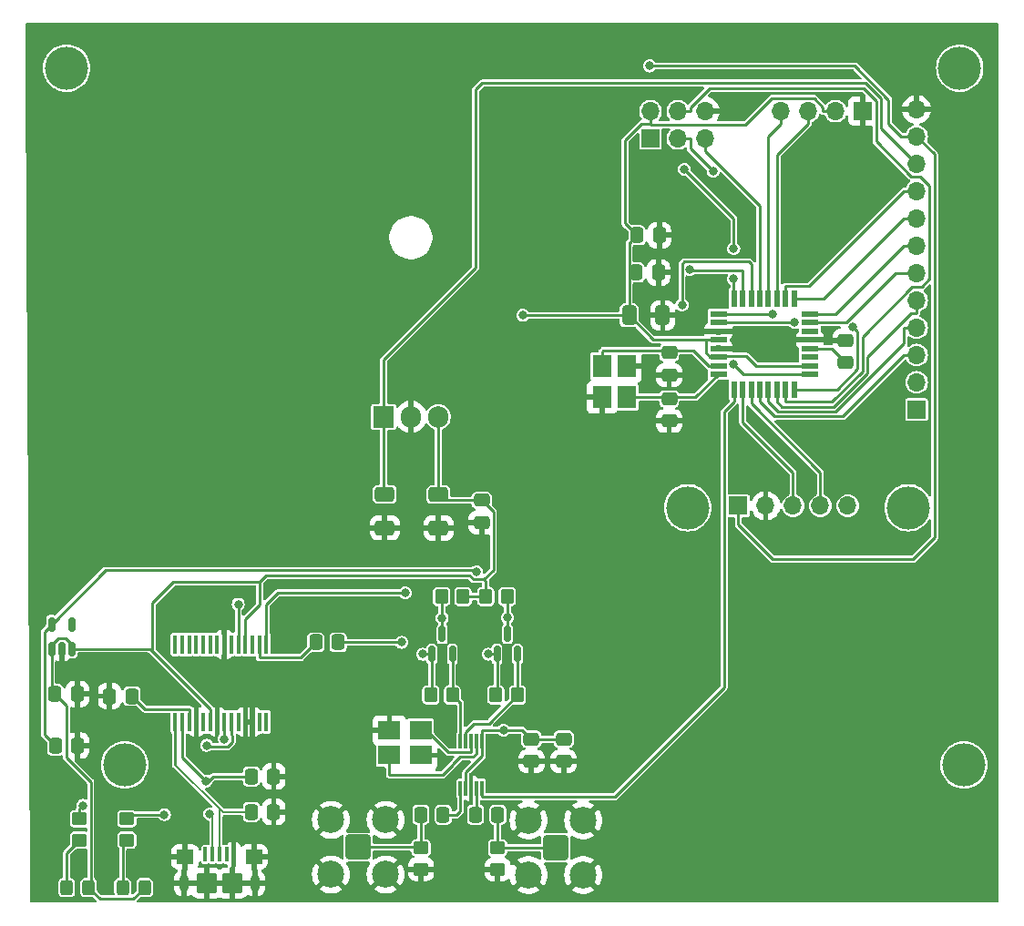
<source format=gbr>
%TF.GenerationSoftware,KiCad,Pcbnew,8.0.5-1.fc40*%
%TF.CreationDate,2024-10-13T22:43:07+02:00*%
%TF.ProjectId,sis5351a GPS controlled time base,73697335-3335-4316-9120-47505320636f,rev?*%
%TF.SameCoordinates,Original*%
%TF.FileFunction,Copper,L1,Top*%
%TF.FilePolarity,Positive*%
%FSLAX46Y46*%
G04 Gerber Fmt 4.6, Leading zero omitted, Abs format (unit mm)*
G04 Created by KiCad (PCBNEW 8.0.5-1.fc40) date 2024-10-13 22:43:07*
%MOMM*%
%LPD*%
G01*
G04 APERTURE LIST*
G04 Aperture macros list*
%AMRoundRect*
0 Rectangle with rounded corners*
0 $1 Rounding radius*
0 $2 $3 $4 $5 $6 $7 $8 $9 X,Y pos of 4 corners*
0 Add a 4 corners polygon primitive as box body*
4,1,4,$2,$3,$4,$5,$6,$7,$8,$9,$2,$3,0*
0 Add four circle primitives for the rounded corners*
1,1,$1+$1,$2,$3*
1,1,$1+$1,$4,$5*
1,1,$1+$1,$6,$7*
1,1,$1+$1,$8,$9*
0 Add four rect primitives between the rounded corners*
20,1,$1+$1,$2,$3,$4,$5,0*
20,1,$1+$1,$4,$5,$6,$7,0*
20,1,$1+$1,$6,$7,$8,$9,0*
20,1,$1+$1,$8,$9,$2,$3,0*%
G04 Aperture macros list end*
%TA.AperFunction,SMDPad,CuDef*%
%ADD10RoundRect,0.250000X-0.650000X0.412500X-0.650000X-0.412500X0.650000X-0.412500X0.650000X0.412500X0*%
%TD*%
%TA.AperFunction,SMDPad,CuDef*%
%ADD11RoundRect,0.250000X-0.412500X-0.650000X0.412500X-0.650000X0.412500X0.650000X-0.412500X0.650000X0*%
%TD*%
%TA.AperFunction,SMDPad,CuDef*%
%ADD12RoundRect,0.250000X-0.325000X-0.450000X0.325000X-0.450000X0.325000X0.450000X-0.325000X0.450000X0*%
%TD*%
%TA.AperFunction,SMDPad,CuDef*%
%ADD13RoundRect,0.250000X0.450000X-0.350000X0.450000X0.350000X-0.450000X0.350000X-0.450000X-0.350000X0*%
%TD*%
%TA.AperFunction,SMDPad,CuDef*%
%ADD14RoundRect,0.100000X-0.100000X-0.575000X0.100000X-0.575000X0.100000X0.575000X-0.100000X0.575000X0*%
%TD*%
%TA.AperFunction,ComponentPad*%
%ADD15O,0.900000X1.600000*%
%TD*%
%TA.AperFunction,SMDPad,CuDef*%
%ADD16RoundRect,0.250000X-0.550000X-0.450000X0.550000X-0.450000X0.550000X0.450000X-0.550000X0.450000X0*%
%TD*%
%TA.AperFunction,SMDPad,CuDef*%
%ADD17RoundRect,0.250000X-0.700000X-0.700000X0.700000X-0.700000X0.700000X0.700000X-0.700000X0.700000X0*%
%TD*%
%TA.AperFunction,SMDPad,CuDef*%
%ADD18RoundRect,0.250000X-0.475000X0.337500X-0.475000X-0.337500X0.475000X-0.337500X0.475000X0.337500X0*%
%TD*%
%TA.AperFunction,SMDPad,CuDef*%
%ADD19RoundRect,0.250000X-0.337500X-0.475000X0.337500X-0.475000X0.337500X0.475000X-0.337500X0.475000X0*%
%TD*%
%TA.AperFunction,SMDPad,CuDef*%
%ADD20R,1.600000X0.550000*%
%TD*%
%TA.AperFunction,SMDPad,CuDef*%
%ADD21R,0.550000X1.600000*%
%TD*%
%TA.AperFunction,ComponentPad*%
%ADD22C,4.000000*%
%TD*%
%TA.AperFunction,SMDPad,CuDef*%
%ADD23RoundRect,0.250000X0.337500X0.475000X-0.337500X0.475000X-0.337500X-0.475000X0.337500X-0.475000X0*%
%TD*%
%TA.AperFunction,ComponentPad*%
%ADD24R,1.700000X1.700000*%
%TD*%
%TA.AperFunction,ComponentPad*%
%ADD25O,1.700000X1.700000*%
%TD*%
%TA.AperFunction,SMDPad,CuDef*%
%ADD26RoundRect,0.150000X0.150000X-0.512500X0.150000X0.512500X-0.150000X0.512500X-0.150000X-0.512500X0*%
%TD*%
%TA.AperFunction,SMDPad,CuDef*%
%ADD27RoundRect,0.250000X0.475000X-0.337500X0.475000X0.337500X-0.475000X0.337500X-0.475000X-0.337500X0*%
%TD*%
%TA.AperFunction,SMDPad,CuDef*%
%ADD28RoundRect,0.250000X-0.350000X-0.450000X0.350000X-0.450000X0.350000X0.450000X-0.350000X0.450000X0*%
%TD*%
%TA.AperFunction,ComponentPad*%
%ADD29RoundRect,0.200100X0.949900X0.949900X-0.949900X0.949900X-0.949900X-0.949900X0.949900X-0.949900X0*%
%TD*%
%TA.AperFunction,ComponentPad*%
%ADD30C,2.500000*%
%TD*%
%TA.AperFunction,SMDPad,CuDef*%
%ADD31RoundRect,0.250000X0.350000X0.450000X-0.350000X0.450000X-0.350000X-0.450000X0.350000X-0.450000X0*%
%TD*%
%TA.AperFunction,SMDPad,CuDef*%
%ADD32R,0.300000X1.400000*%
%TD*%
%TA.AperFunction,BGAPad,CuDef*%
%ADD33R,0.300000X1.400000*%
%TD*%
%TA.AperFunction,SMDPad,CuDef*%
%ADD34RoundRect,0.150000X0.150000X-0.587500X0.150000X0.587500X-0.150000X0.587500X-0.150000X-0.587500X0*%
%TD*%
%TA.AperFunction,ComponentPad*%
%ADD35O,1.905000X2.000000*%
%TD*%
%TA.AperFunction,ComponentPad*%
%ADD36R,1.905000X2.000000*%
%TD*%
%TA.AperFunction,SMDPad,CuDef*%
%ADD37R,0.450000X1.750000*%
%TD*%
%TA.AperFunction,SMDPad,CuDef*%
%ADD38R,1.800000X2.100000*%
%TD*%
%TA.AperFunction,SMDPad,CuDef*%
%ADD39R,2.100000X1.800000*%
%TD*%
%TA.AperFunction,ViaPad*%
%ADD40C,0.800000*%
%TD*%
%TA.AperFunction,Conductor*%
%ADD41C,0.250000*%
%TD*%
%TA.AperFunction,Conductor*%
%ADD42C,0.200000*%
%TD*%
G04 APERTURE END LIST*
D10*
%TO.P,C13,1*%
%TO.N,+5V*%
X163166400Y-99260300D03*
%TO.P,C13,2*%
%TO.N,GND*%
X163166400Y-102385300D03*
%TD*%
%TO.P,C12,1*%
%TO.N,Vin*%
X158166400Y-99222800D03*
%TO.P,C12,2*%
%TO.N,GND*%
X158166400Y-102347800D03*
%TD*%
D11*
%TO.P,C7,1*%
%TO.N,+5V*%
X180875000Y-82600000D03*
%TO.P,C7,2*%
%TO.N,GND*%
X184000000Y-82600000D03*
%TD*%
D12*
%TO.P,D1,1,K*%
%TO.N,Net-(D1-K)*%
X128600000Y-135800000D03*
%TO.P,D1,2,A*%
%TO.N,+5V*%
X130650000Y-135800000D03*
%TD*%
D13*
%TO.P,R9,1*%
%TO.N,GND*%
X168656000Y-134112000D03*
%TO.P,R9,2*%
%TO.N,Net-(J6-In)*%
X168656000Y-132112000D03*
%TD*%
D14*
%TO.P,J1,1,VBUS*%
%TO.N,unconnected-(J1-VBUS-Pad1)*%
X141500000Y-132725000D03*
%TO.P,J1,2,D-*%
%TO.N,USB-*%
X142150000Y-132725000D03*
%TO.P,J1,3,D+*%
%TO.N,USB+*%
X142800000Y-132725000D03*
%TO.P,J1,4,ID*%
%TO.N,unconnected-(J1-ID-Pad4)*%
X143450000Y-132725000D03*
%TO.P,J1,5,GND*%
%TO.N,GND*%
X144100000Y-132725000D03*
D15*
%TO.P,J1,6,Shield*%
X139500000Y-135400000D03*
D16*
X139600000Y-132950000D03*
D17*
X141600000Y-135400000D03*
X144000000Y-135400000D03*
D16*
X146000000Y-132950000D03*
D15*
X146100000Y-135400000D03*
%TD*%
D18*
%TO.P,C8,1*%
%TO.N,GND*%
X201000000Y-84925000D03*
%TO.P,C8,2*%
%TO.N,Net-(U3-AREF)*%
X201000000Y-87000000D03*
%TD*%
D19*
%TO.P,C5,1*%
%TO.N,+5V*%
X181525000Y-78600000D03*
%TO.P,C5,2*%
%TO.N,GND*%
X183600000Y-78600000D03*
%TD*%
%TO.P,C19,1*%
%TO.N,Net-(J7-In)*%
X161522500Y-129032000D03*
%TO.P,C19,2*%
%TO.N,CLK2*%
X163597500Y-129032000D03*
%TD*%
D20*
%TO.P,U3,1,PD3*%
%TO.N,FAlarm*%
X189171000Y-82467800D03*
%TO.P,U3,2,PD4*%
%TO.N,Fsel*%
X189171000Y-83267800D03*
%TO.P,U3,3,GND*%
%TO.N,GND*%
X189171000Y-84067800D03*
%TO.P,U3,4,VCC*%
%TO.N,+5V*%
X189171000Y-84867800D03*
%TO.P,U3,5,GND*%
%TO.N,GND*%
X189171000Y-85667800D03*
%TO.P,U3,6,VCC*%
%TO.N,+5V*%
X189171000Y-86467800D03*
%TO.P,U3,7,XTAL1/PB6*%
%TO.N,Net-(U3-XTAL1{slash}PB6)*%
X189171000Y-87267800D03*
%TO.P,U3,8,XTAL2/PB7*%
%TO.N,Net-(U3-XTAL2{slash}PB7)*%
X189171000Y-88067800D03*
D21*
%TO.P,U3,9,PD5*%
%TO.N,CLK0*%
X190621000Y-89517800D03*
%TO.P,U3,10,PD6*%
%TO.N,GPS_Tx*%
X191421000Y-89517800D03*
%TO.P,U3,11,PD7*%
%TO.N,GPS_Rx*%
X192221000Y-89517800D03*
%TO.P,U3,12,PB0*%
%TO.N,D8*%
X193021000Y-89517800D03*
%TO.P,U3,13,PB1*%
%TO.N,D9*%
X193821000Y-89517800D03*
%TO.P,U3,14,PB2*%
%TO.N,D10*%
X194621000Y-89517800D03*
%TO.P,U3,15,PB3*%
%TO.N,MOSI*%
X195421000Y-89517800D03*
%TO.P,U3,16,PB4*%
%TO.N,MISO*%
X196221000Y-89517800D03*
D20*
%TO.P,U3,17,PB5*%
%TO.N,SCK*%
X197671000Y-88067800D03*
%TO.P,U3,18,AVCC*%
%TO.N,+5V*%
X197671000Y-87267800D03*
%TO.P,U3,19,ADC6*%
%TO.N,unconnected-(U3-ADC6-Pad19)*%
X197671000Y-86467800D03*
%TO.P,U3,20,AREF*%
%TO.N,Net-(U3-AREF)*%
X197671000Y-85667800D03*
%TO.P,U3,21,GND*%
%TO.N,GND*%
X197671000Y-84867800D03*
%TO.P,U3,22,ADC7*%
%TO.N,unconnected-(U3-ADC7-Pad22)*%
X197671000Y-84067800D03*
%TO.P,U3,23,PC0*%
%TO.N,A0*%
X197671000Y-83267800D03*
%TO.P,U3,24,PC1*%
%TO.N,A1*%
X197671000Y-82467800D03*
D21*
%TO.P,U3,25,PC2*%
%TO.N,A2*%
X196221000Y-81017800D03*
%TO.P,U3,26,PC3*%
%TO.N,A3*%
X195421000Y-81017800D03*
%TO.P,U3,27,PC4*%
%TO.N,SDA5*%
X194621000Y-81017800D03*
%TO.P,U3,28,PC5*%
%TO.N,SCL5*%
X193821000Y-81017800D03*
%TO.P,U3,29,~{RESET}/PC6*%
%TO.N,Reset*%
X193021000Y-81017800D03*
%TO.P,U3,30,PD0*%
%TO.N,USB_RXD*%
X192221000Y-81017800D03*
%TO.P,U3,31,PD1*%
%TO.N,USB_TXD*%
X191421000Y-81017800D03*
%TO.P,U3,32,PD2*%
%TO.N,1PPS*%
X190621000Y-81017800D03*
%TD*%
D13*
%TO.P,R6,1*%
%TO.N,Net-(D2-K)*%
X134200000Y-131400000D03*
%TO.P,R6,2*%
%TO.N,Net-(U5-CBUS1)*%
X134200000Y-129400000D03*
%TD*%
D22*
%TO.P,,*%
%TO.N,*%
X211600000Y-59600000D03*
%TD*%
D23*
%TO.P,C17,1*%
%TO.N,GND*%
X147849500Y-128778000D03*
%TO.P,C17,2*%
%TO.N,USB+*%
X145774500Y-128778000D03*
%TD*%
D24*
%TO.P,J2,1,Pin_1*%
%TO.N,+5V*%
X191030000Y-100300000D03*
D25*
%TO.P,J2,2,Pin_2*%
%TO.N,GND*%
X193570000Y-100300000D03*
%TO.P,J2,3,Pin_3*%
%TO.N,GPS_Tx*%
X196110000Y-100300000D03*
%TO.P,J2,4,Pin_4*%
%TO.N,GPS_Rx*%
X198650000Y-100300000D03*
%TO.P,J2,5,Pin_5*%
%TO.N,1PPS*%
X201190000Y-100300000D03*
%TD*%
D18*
%TO.P,C3,1*%
%TO.N,+3V3*%
X174800000Y-122000000D03*
%TO.P,C3,2*%
%TO.N,GND*%
X174800000Y-124075000D03*
%TD*%
D26*
%TO.P,U2,1,VIN*%
%TO.N,+5V*%
X127200000Y-113600000D03*
%TO.P,U2,2,GND*%
%TO.N,GND*%
X128150000Y-113600000D03*
%TO.P,U2,3,EN*%
%TO.N,+5V*%
X129100000Y-113600000D03*
%TO.P,U2,4,NC*%
%TO.N,unconnected-(U2-NC-Pad4)*%
X129100000Y-111325000D03*
%TO.P,U2,5,VOUT*%
%TO.N,+3V3*%
X127200000Y-111325000D03*
%TD*%
D27*
%TO.P,C14,1*%
%TO.N,GND*%
X184600000Y-92425000D03*
%TO.P,C14,2*%
%TO.N,Net-(U3-XTAL2{slash}PB7)*%
X184600000Y-90350000D03*
%TD*%
D22*
%TO.P,,*%
%TO.N,*%
X212000000Y-124400000D03*
%TD*%
D19*
%TO.P,C1,1*%
%TO.N,+3V3*%
X127562500Y-122600000D03*
%TO.P,C1,2*%
%TO.N,GND*%
X129637500Y-122600000D03*
%TD*%
D22*
%TO.P,,*%
%TO.N,*%
X128600000Y-59600000D03*
%TD*%
D28*
%TO.P,R2,1*%
%TO.N,+3V3*%
X168500000Y-117900000D03*
%TO.P,R2,2*%
%TO.N,SCL3*%
X170500000Y-117900000D03*
%TD*%
D18*
%TO.P,C15,1*%
%TO.N,Net-(U3-XTAL1{slash}PB6)*%
X184600000Y-86075000D03*
%TO.P,C15,2*%
%TO.N,GND*%
X184600000Y-88150000D03*
%TD*%
D23*
%TO.P,C18,1*%
%TO.N,Net-(J6-In)*%
X168677500Y-129032000D03*
%TO.P,C18,2*%
%TO.N,CLK1*%
X166602500Y-129032000D03*
%TD*%
D28*
%TO.P,R1,1*%
%TO.N,+3V3*%
X162450000Y-117900000D03*
%TO.P,R1,2*%
%TO.N,SDA3*%
X164450000Y-117900000D03*
%TD*%
D13*
%TO.P,R10,1*%
%TO.N,GND*%
X161544000Y-134096000D03*
%TO.P,R10,2*%
%TO.N,Net-(J7-In)*%
X161544000Y-132096000D03*
%TD*%
D28*
%TO.P,R3,2*%
%TO.N,SCL5*%
X169550000Y-108750000D03*
%TO.P,R3,1*%
%TO.N,+5V*%
X167550000Y-108750000D03*
%TD*%
D18*
%TO.P,C9,1*%
%TO.N,+5V*%
X167166400Y-99785300D03*
%TO.P,C9,2*%
%TO.N,GND*%
X167166400Y-101860300D03*
%TD*%
D29*
%TO.P,J7,1,In*%
%TO.N,Net-(J7-In)*%
X155700000Y-132050000D03*
D30*
%TO.P,J7,2,Ext*%
%TO.N,GND*%
X158240000Y-134590000D03*
X158240000Y-129510000D03*
X153160000Y-134590000D03*
X153160000Y-129510000D03*
%TD*%
D31*
%TO.P,R4,2*%
%TO.N,SDA5*%
X163450000Y-108750000D03*
%TO.P,R4,1*%
%TO.N,+5V*%
X165450000Y-108750000D03*
%TD*%
D19*
%TO.P,C10,1*%
%TO.N,Net-(U5-DTR)*%
X151762500Y-113000000D03*
%TO.P,C10,2*%
%TO.N,Reset*%
X153837500Y-113000000D03*
%TD*%
D32*
%TO.P,U1,1,VDD*%
%TO.N,+3V3*%
X167200600Y-122176800D03*
%TO.P,U1,2,XA*%
%TO.N,Net-(U1-XA)*%
X166700600Y-122176800D03*
%TO.P,U1,3,XB*%
%TO.N,Net-(U1-XB)*%
X166200600Y-122176800D03*
%TO.P,U1,4,SCL*%
%TO.N,SCL3*%
X165700600Y-122176800D03*
%TO.P,U1,5,SDA*%
%TO.N,SDA3*%
X165200600Y-122176800D03*
%TO.P,U1,6,CLK2*%
%TO.N,CLK2*%
X165200600Y-126576800D03*
%TO.P,U1,7,VDDO*%
%TO.N,+3V3*%
X165700600Y-126576800D03*
D33*
%TO.P,U1,8,GND*%
%TO.N,GND*%
X166200600Y-126576800D03*
D32*
%TO.P,U1,9,CLK1*%
%TO.N,CLK1*%
X166700600Y-126576800D03*
%TO.P,U1,10,CLK0*%
%TO.N,CLK0*%
X167200600Y-126576800D03*
%TD*%
D22*
%TO.P,REF\u002A\u002A,*%
%TO.N,*%
X186315000Y-100480000D03*
X206815000Y-100480000D03*
%TD*%
D34*
%TO.P,Q2,3,D*%
%TO.N,SDA5*%
X163500000Y-112225000D03*
%TO.P,Q2,2,S*%
%TO.N,SDA3*%
X164450000Y-114100000D03*
%TO.P,Q2,1,G*%
%TO.N,+3V3*%
X162550000Y-114100000D03*
%TD*%
D19*
%TO.P,C11,1*%
%TO.N,GND*%
X132600000Y-118000000D03*
%TO.P,C11,2*%
%TO.N,Net-(U5-3V3OUT)*%
X134675000Y-118000000D03*
%TD*%
D18*
%TO.P,C4,1*%
%TO.N,+3V3*%
X171800000Y-122000000D03*
%TO.P,C4,2*%
%TO.N,GND*%
X171800000Y-124075000D03*
%TD*%
D35*
%TO.P,U4,3,OUT*%
%TO.N,+5V*%
X163140000Y-92030000D03*
%TO.P,U4,2,GND*%
%TO.N,GND*%
X160600000Y-92030000D03*
D36*
%TO.P,U4,1,IN*%
%TO.N,Vin*%
X158060000Y-92030000D03*
%TD*%
D19*
%TO.P,C6,1*%
%TO.N,+5V*%
X181612500Y-75150000D03*
%TO.P,C6,2*%
%TO.N,GND*%
X183687500Y-75150000D03*
%TD*%
D29*
%TO.P,J6,1,In*%
%TO.N,Net-(J6-In)*%
X174060000Y-132100000D03*
D30*
%TO.P,J6,2,Ext*%
%TO.N,GND*%
X176600000Y-134640000D03*
X176600000Y-129560000D03*
X171520000Y-134640000D03*
X171520000Y-129560000D03*
%TD*%
D37*
%TO.P,U5,28,OSCO*%
%TO.N,unconnected-(U5-OSCO-Pad28)*%
X147150000Y-120400000D03*
%TO.P,U5,27,OSCI*%
%TO.N,unconnected-(U5-OSCI-Pad27)*%
X146500000Y-120400000D03*
%TO.P,U5,26,TEST*%
%TO.N,GND*%
X145850000Y-120400000D03*
%TO.P,U5,25,AGND*%
X145200000Y-120400000D03*
%TO.P,U5,24*%
%TO.N,N/C*%
X144550000Y-120400000D03*
%TO.P,U5,23,CBUS0*%
%TO.N,Net-(U5-CBUS0)*%
X143900000Y-120400000D03*
%TO.P,U5,22,CBUS1*%
%TO.N,Net-(U5-CBUS1)*%
X143250000Y-120400000D03*
%TO.P,U5,21,GND*%
%TO.N,GND*%
X142600000Y-120400000D03*
%TO.P,U5,20,VCC*%
%TO.N,+5V*%
X141950000Y-120400000D03*
%TO.P,U5,19,~{RESET}*%
%TO.N,unconnected-(U5-~{RESET}-Pad19)*%
X141300000Y-120400000D03*
%TO.P,U5,18,GND*%
%TO.N,GND*%
X140650000Y-120400000D03*
%TO.P,U5,17,3V3OUT*%
%TO.N,Net-(U5-3V3OUT)*%
X140000000Y-120400000D03*
%TO.P,U5,16,USBD-*%
%TO.N,USB-*%
X139350000Y-120400000D03*
%TO.P,U5,15,USBD+*%
%TO.N,USB+*%
X138700000Y-120400000D03*
%TO.P,U5,14,CBUS3*%
%TO.N,unconnected-(U5-CBUS3-Pad14)*%
X138700000Y-113200000D03*
%TO.P,U5,13,CBUS2*%
%TO.N,unconnected-(U5-CBUS2-Pad13)*%
X139350000Y-113200000D03*
%TO.P,U5,12,CBUS4*%
%TO.N,unconnected-(U5-CBUS4-Pad12)*%
X140000000Y-113200000D03*
%TO.P,U5,11,CTS*%
%TO.N,unconnected-(U5-CTS-Pad11)*%
X140650000Y-113200000D03*
%TO.P,U5,10,DCD*%
%TO.N,unconnected-(U5-DCD-Pad10)*%
X141300000Y-113200000D03*
%TO.P,U5,9,DCR*%
%TO.N,unconnected-(U5-DCR-Pad9)*%
X141950000Y-113200000D03*
%TO.P,U5,8*%
%TO.N,N/C*%
X142600000Y-113200000D03*
%TO.P,U5,7,GND*%
%TO.N,GND*%
X143250000Y-113200000D03*
%TO.P,U5,6,RI*%
%TO.N,unconnected-(U5-RI-Pad6)*%
X143900000Y-113200000D03*
%TO.P,U5,5,RXD*%
%TO.N,USB_TXD*%
X144550000Y-113200000D03*
%TO.P,U5,4,VCCIO*%
%TO.N,+5V*%
X145200000Y-113200000D03*
%TO.P,U5,3,RTS*%
%TO.N,unconnected-(U5-RTS-Pad3)*%
X145850000Y-113200000D03*
%TO.P,U5,2,DTR*%
%TO.N,Net-(U5-DTR)*%
X146500000Y-113200000D03*
%TO.P,U5,1,TXD*%
%TO.N,USB_RXD*%
X147150000Y-113200000D03*
%TD*%
D24*
%TO.P,J4,1,Pin_1*%
%TO.N,MISO*%
X182860000Y-66140000D03*
D25*
%TO.P,J4,2,Pin_2*%
%TO.N,+5V*%
X182860000Y-63600000D03*
%TO.P,J4,3,Pin_3*%
%TO.N,SCK*%
X185400000Y-66140000D03*
%TO.P,J4,4,Pin_4*%
%TO.N,MOSI*%
X185400000Y-63600000D03*
%TO.P,J4,5,Pin_5*%
%TO.N,Reset*%
X187940000Y-66140000D03*
%TO.P,J4,6,Pin_6*%
%TO.N,GND*%
X187940000Y-63600000D03*
%TD*%
D23*
%TO.P,C16,1*%
%TO.N,GND*%
X147849500Y-125476000D03*
%TO.P,C16,2*%
%TO.N,USB-*%
X145774500Y-125476000D03*
%TD*%
D34*
%TO.P,Q1,3,D*%
%TO.N,SCL5*%
X169550000Y-112225000D03*
%TO.P,Q1,2,S*%
%TO.N,SCL3*%
X170500000Y-114100000D03*
%TO.P,Q1,1,G*%
%TO.N,+3V3*%
X168600000Y-114100000D03*
%TD*%
D24*
%TO.P,J5,1,Pin_1*%
%TO.N,FAlarm*%
X207600000Y-91360000D03*
D25*
%TO.P,J5,2,Pin_2*%
%TO.N,Fsel*%
X207600000Y-88820000D03*
%TO.P,J5,3,Pin_3*%
%TO.N,D8*%
X207600000Y-86280000D03*
%TO.P,J5,4,Pin_4*%
%TO.N,D9*%
X207600000Y-83740000D03*
%TO.P,J5,5,Pin_5*%
%TO.N,D10*%
X207600000Y-81200000D03*
%TO.P,J5,6,Pin_6*%
%TO.N,A0*%
X207600000Y-78660000D03*
%TO.P,J5,7,Pin_7*%
%TO.N,A1*%
X207600000Y-76120000D03*
%TO.P,J5,8,Pin_8*%
%TO.N,A2*%
X207600000Y-73580000D03*
%TO.P,J5,9,Pin_9*%
%TO.N,A3*%
X207600000Y-71040000D03*
%TO.P,J5,10,Pin_10*%
%TO.N,Vin*%
X207600000Y-68500000D03*
%TO.P,J5,11,Pin_11*%
%TO.N,+5V*%
X207600000Y-65960000D03*
%TO.P,J5,12,Pin_12*%
%TO.N,GND*%
X207600000Y-63420000D03*
%TD*%
D19*
%TO.P,C2,1*%
%TO.N,+5V*%
X127525000Y-117800000D03*
%TO.P,C2,2*%
%TO.N,GND*%
X129600000Y-117800000D03*
%TD*%
D38*
%TO.P,Y2,1,1*%
%TO.N,Net-(U3-XTAL2{slash}PB7)*%
X180650000Y-90200000D03*
%TO.P,Y2,2,2*%
%TO.N,GND*%
X180650000Y-87300000D03*
%TO.P,Y2,3,3*%
%TO.N,Net-(U3-XTAL1{slash}PB6)*%
X178350000Y-87300000D03*
%TO.P,Y2,4,4*%
%TO.N,GND*%
X178350000Y-90200000D03*
%TD*%
D12*
%TO.P,D2,1,K*%
%TO.N,Net-(D2-K)*%
X133800000Y-135800000D03*
%TO.P,D2,2,A*%
%TO.N,+5V*%
X135850000Y-135800000D03*
%TD*%
D22*
%TO.P,,*%
%TO.N,*%
X134000000Y-124400000D03*
%TD*%
D24*
%TO.P,J3,1,Pin_1*%
%TO.N,GND*%
X202600000Y-63600000D03*
D25*
%TO.P,J3,2,Pin_2*%
%TO.N,+5V*%
X200060000Y-63600000D03*
%TO.P,J3,3,Pin_3*%
%TO.N,SDA5*%
X197520000Y-63600000D03*
%TO.P,J3,4,Pin_4*%
%TO.N,SCL5*%
X194980000Y-63600000D03*
%TD*%
D13*
%TO.P,R5,1*%
%TO.N,Net-(D1-K)*%
X129800000Y-131400000D03*
%TO.P,R5,2*%
%TO.N,Net-(U5-CBUS0)*%
X129800000Y-129400000D03*
%TD*%
D39*
%TO.P,Y1,1,1*%
%TO.N,Net-(U1-XA)*%
X158600000Y-123500000D03*
%TO.P,Y1,2,2*%
%TO.N,GND*%
X161500000Y-123500000D03*
%TO.P,Y1,3,3*%
%TO.N,Net-(U1-XB)*%
X161500000Y-121200000D03*
%TO.P,Y1,4,4*%
%TO.N,GND*%
X158600000Y-121200000D03*
%TD*%
D40*
%TO.N,SCL5*%
X169550000Y-110700000D03*
%TO.N,SDA5*%
X163500000Y-110750000D03*
%TO.N,+3V3*%
X169200000Y-121149900D03*
X167800000Y-114100000D03*
X161700000Y-114100000D03*
X166698200Y-106416000D03*
%TO.N,GND*%
X183650000Y-70900000D03*
X176450000Y-70950000D03*
X193650000Y-108000000D03*
X186100000Y-83300000D03*
X186450000Y-108000000D03*
X163750000Y-120900000D03*
X182750000Y-86900000D03*
X163750000Y-124100000D03*
%TO.N,+5V*%
X182800000Y-59400000D03*
X170992800Y-82600000D03*
%TO.N,Reset*%
X159717000Y-113000000D03*
%TO.N,USB-*%
X141900000Y-128950000D03*
X141550000Y-125900000D03*
%TO.N,1PPS*%
X186000000Y-69000000D03*
X190600000Y-79200000D03*
X190600000Y-76400000D03*
%TO.N,MISO*%
X201680200Y-83708300D03*
%TO.N,SCK*%
X190573500Y-87118500D03*
X188689100Y-69201600D03*
%TO.N,FAlarm*%
X194184400Y-82467800D03*
%TO.N,Fsel*%
X196251200Y-83267800D03*
%TO.N,Net-(U5-CBUS0)*%
X130096500Y-128165800D03*
X141606800Y-122574700D03*
%TO.N,Net-(U5-CBUS1)*%
X143248400Y-121981800D03*
X137688700Y-129010200D03*
%TO.N,USB_RXD*%
X160064100Y-108400000D03*
X185791400Y-81629000D03*
%TO.N,USB_TXD*%
X186515900Y-78324500D03*
X144550000Y-109450000D03*
%TD*%
D41*
%TO.N,USB_RXD*%
X147150000Y-113200000D02*
X147150000Y-109450000D01*
X147150000Y-109450000D02*
X148200000Y-108400000D01*
X148200000Y-108400000D02*
X160064100Y-108400000D01*
%TO.N,SCL5*%
X169550000Y-110700000D02*
X169550000Y-108750000D01*
%TO.N,SDA5*%
X163500000Y-110750000D02*
X163500000Y-108800000D01*
%TO.N,SCL3*%
X170500000Y-117900000D02*
X167850600Y-120549400D01*
X167850600Y-120549400D02*
X166476200Y-120549400D01*
X166476200Y-120549400D02*
X165700600Y-121325000D01*
X165700600Y-121325000D02*
X165700600Y-122176800D01*
%TO.N,SDA3*%
X164450000Y-117900000D02*
X165200600Y-118650600D01*
X165200600Y-118650600D02*
X165200600Y-122176800D01*
%TO.N,+3V3*%
X169200000Y-121149900D02*
X170949900Y-121149900D01*
%TO.N,SCL3*%
X170500000Y-114100000D02*
X170500000Y-117900000D01*
%TO.N,+3V3*%
X168600000Y-114100000D02*
X168600000Y-117800000D01*
X168600000Y-117800000D02*
X168500000Y-117900000D01*
%TO.N,SDA3*%
X164450000Y-114100000D02*
X164450000Y-117900000D01*
%TO.N,+3V3*%
X162550000Y-114100000D02*
X162550000Y-117800000D01*
X162550000Y-117800000D02*
X162450000Y-117900000D01*
X167800000Y-114100000D02*
X168600000Y-114100000D01*
X162550000Y-114100000D02*
X161700000Y-114100000D01*
%TO.N,SCL5*%
X169550000Y-112225000D02*
X169550000Y-110700000D01*
%TO.N,SDA5*%
X163500000Y-112225000D02*
X163500000Y-110750000D01*
X163500000Y-108800000D02*
X163450000Y-108750000D01*
%TO.N,+5V*%
X167550000Y-108750000D02*
X167550000Y-107292900D01*
X167550000Y-107292900D02*
X167400000Y-107142900D01*
X165450000Y-108750000D02*
X167550000Y-108750000D01*
X146529600Y-107345100D02*
X147110600Y-106764100D01*
X147110600Y-106764100D02*
X166018400Y-106764100D01*
X166018400Y-106764100D02*
X166397200Y-107142900D01*
X166397200Y-107142900D02*
X167400000Y-107142900D01*
X167400000Y-107142900D02*
X168256400Y-106286500D01*
X168256400Y-106286500D02*
X168256400Y-100875300D01*
X168256400Y-100875300D02*
X167166400Y-99785300D01*
%TO.N,+3V3*%
X165700600Y-126576800D02*
X165700600Y-125075000D01*
X126524600Y-112000400D02*
X127200000Y-111325000D01*
X165700600Y-125075000D02*
X167200600Y-123575000D01*
X167200600Y-123575000D02*
X167200600Y-122176800D01*
X167400000Y-121149900D02*
X169200000Y-121149900D01*
X127562500Y-122600000D02*
X126524600Y-121562100D01*
X170949900Y-121149900D02*
X171800000Y-122000000D01*
X127200000Y-111325000D02*
X132212800Y-106312200D01*
X167200600Y-122176800D02*
X167200600Y-121149900D01*
X126524600Y-121562100D02*
X126524600Y-112000400D01*
X132212800Y-106312200D02*
X166594400Y-106312200D01*
X167200600Y-121149900D02*
X167400000Y-121149900D01*
X174800000Y-122000000D02*
X171800000Y-122000000D01*
X166594400Y-106312200D02*
X166698200Y-106416000D01*
%TO.N,GND*%
X177298800Y-129583800D02*
X175851900Y-129583800D01*
X201000000Y-84925000D02*
X200942800Y-84867800D01*
X184000000Y-79000000D02*
X183600000Y-78600000D01*
X129800000Y-118000000D02*
X129600000Y-117800000D01*
X160600000Y-99818900D02*
X160647700Y-99866500D01*
X189734500Y-85667800D02*
X189171000Y-85667800D01*
X129637500Y-122600000D02*
X129800000Y-122437500D01*
X188528500Y-63600000D02*
X187940000Y-63600000D01*
X142600000Y-119912400D02*
X142600000Y-120400000D01*
%TO.N,+5V*%
X209259100Y-103250000D02*
X209259100Y-67619100D01*
X189209100Y-86391600D02*
X189171000Y-86429700D01*
X145200000Y-110812600D02*
X145200000Y-113200000D01*
X201852992Y-59400000D02*
X182800000Y-59400000D01*
X188382600Y-86429700D02*
X188031100Y-86078200D01*
X205000000Y-64800000D02*
X205000000Y-62547008D01*
X198068300Y-62419400D02*
X198883100Y-63234200D01*
X136519800Y-113767900D02*
X136519800Y-109352200D01*
X183142800Y-84867800D02*
X188031100Y-84867800D01*
X180875000Y-75887500D02*
X181612500Y-75150000D01*
X129100000Y-113600000D02*
X136351900Y-113600000D01*
X180875000Y-78600000D02*
X180875000Y-75887500D01*
X182027700Y-64776900D02*
X182860000Y-64776900D01*
X130844800Y-135605200D02*
X130650000Y-135800000D01*
X182860000Y-64663500D02*
X182860000Y-64775400D01*
X134788900Y-136861100D02*
X131711100Y-136861100D01*
X131711100Y-136861100D02*
X130650000Y-135800000D01*
X138526900Y-107345100D02*
X146529600Y-107345100D01*
X135850000Y-135800000D02*
X134788900Y-136861100D01*
X182945200Y-64860600D02*
X191708300Y-64860600D01*
X146529600Y-109483000D02*
X145200000Y-110812600D01*
X182860000Y-64775400D02*
X182945200Y-64860600D01*
X129100000Y-113191300D02*
X128488600Y-112579900D01*
X180500000Y-66304600D02*
X182027700Y-64776900D01*
X182860000Y-64776900D02*
X182860000Y-64775400D01*
X181525000Y-78600000D02*
X180875000Y-78600000D01*
X209259100Y-103250000D02*
X207259100Y-105250000D01*
X146529600Y-107345100D02*
X146529600Y-109483000D01*
X180875000Y-78600000D02*
X180875000Y-82600000D01*
X136519800Y-113767900D02*
X141950000Y-119198100D01*
X194224695Y-105250000D02*
X191030000Y-102055305D01*
X206160000Y-65960000D02*
X205000000Y-64800000D01*
X188031100Y-86078200D02*
X188031100Y-84867800D01*
X163691400Y-99785300D02*
X167166400Y-99785300D01*
X180875000Y-82600000D02*
X170992800Y-82600000D01*
X180875000Y-82600000D02*
X183142800Y-84867800D01*
X127200000Y-113600000D02*
X127200000Y-117475000D01*
X198883100Y-63234200D02*
X198883100Y-63600000D01*
X182860000Y-63600000D02*
X182860000Y-64663500D01*
X163166400Y-99260300D02*
X163691400Y-99785300D01*
X181612500Y-75150000D02*
X180500000Y-74037500D01*
X130844800Y-125978000D02*
X130844800Y-135605200D01*
X127831600Y-112579900D02*
X127200000Y-113211500D01*
X127525000Y-117800000D02*
X128600000Y-118875000D01*
X163140000Y-92030000D02*
X163140000Y-99233900D01*
X141950000Y-120400000D02*
X141950000Y-119198100D01*
X200060000Y-63600000D02*
X198883100Y-63600000D01*
X197671000Y-87267800D02*
X192651600Y-87267800D01*
X191708300Y-64860600D02*
X194149500Y-62419400D01*
X191775400Y-86391600D02*
X189209100Y-86391600D01*
X209259100Y-67619100D02*
X207600000Y-65960000D01*
X192651600Y-87267800D02*
X191775400Y-86391600D01*
X207600000Y-65960000D02*
X206160000Y-65960000D01*
X127200000Y-117475000D02*
X127525000Y-117800000D01*
X191030000Y-102055305D02*
X191030000Y-100300000D01*
X180500000Y-74037500D02*
X180500000Y-66304600D01*
X128488600Y-112579900D02*
X127831600Y-112579900D01*
X189171000Y-86429700D02*
X189171000Y-86467800D01*
X194149500Y-62419400D02*
X198068300Y-62419400D01*
X128600000Y-118875000D02*
X128600000Y-123733200D01*
X128600000Y-123733200D02*
X130844800Y-125978000D01*
X127200000Y-113211500D02*
X127200000Y-113600000D01*
X188031100Y-84867800D02*
X189171000Y-84867800D01*
X136519800Y-109352200D02*
X138526900Y-107345100D01*
X136351900Y-113600000D02*
X136519800Y-113767900D01*
X189171000Y-86429700D02*
X188382600Y-86429700D01*
X205000000Y-62547008D02*
X201852992Y-59400000D01*
X207259100Y-105250000D02*
X194224695Y-105250000D01*
X163140000Y-99233900D02*
X163166400Y-99260300D01*
X129100000Y-113600000D02*
X129100000Y-113191300D01*
%TO.N,Net-(U3-AREF)*%
X199667800Y-85667800D02*
X201000000Y-87000000D01*
X197671000Y-85667800D02*
X199667800Y-85667800D01*
%TO.N,Net-(U5-DTR)*%
X150360600Y-114401900D02*
X151762500Y-113000000D01*
X146500000Y-114401900D02*
X150360600Y-114401900D01*
X146500000Y-113200000D02*
X146500000Y-114401900D01*
%TO.N,Reset*%
X193021000Y-81017800D02*
X193021000Y-72397900D01*
X187940000Y-66140000D02*
X187940000Y-67316900D01*
X159717000Y-113000000D02*
X153837500Y-113000000D01*
X193021000Y-72397900D02*
X187940000Y-67316900D01*
%TO.N,Net-(U5-3V3OUT)*%
X140000000Y-119198100D02*
X135873100Y-119198100D01*
X135873100Y-119198100D02*
X134675000Y-118000000D01*
X140000000Y-120400000D02*
X140000000Y-119198100D01*
%TO.N,Vin*%
X158060000Y-92030000D02*
X158060000Y-99116400D01*
X202816596Y-61000000D02*
X167200000Y-61000000D01*
X204272900Y-62456304D02*
X202816596Y-61000000D01*
X166600000Y-61600000D02*
X166600000Y-78198299D01*
X166600000Y-78198299D02*
X158060000Y-86738299D01*
X204272900Y-65172900D02*
X204272900Y-62456304D01*
X167200000Y-61000000D02*
X166600000Y-61600000D01*
X207600000Y-68500000D02*
X204272900Y-65172900D01*
X158060000Y-99116400D02*
X158166400Y-99222800D01*
X158060000Y-86738299D02*
X158060000Y-92030000D01*
%TO.N,Net-(D1-K)*%
X129800000Y-131400000D02*
X128600000Y-132600000D01*
X128600000Y-132600000D02*
X128600000Y-135800000D01*
%TO.N,Net-(D2-K)*%
X134200000Y-131400000D02*
X133800000Y-131800000D01*
X133800000Y-131800000D02*
X133800000Y-135800000D01*
%TO.N,USB-*%
X141550000Y-125900000D02*
X141816000Y-125900000D01*
X141816000Y-125900000D02*
X142240000Y-125476000D01*
D42*
X141900000Y-128950000D02*
X142150000Y-129200000D01*
D41*
X139350000Y-123700000D02*
X141550000Y-125900000D01*
X142240000Y-125476000D02*
X145774500Y-125476000D01*
D42*
X142150000Y-129200000D02*
X142150000Y-132725000D01*
D41*
X139350000Y-120400000D02*
X139350000Y-123700000D01*
D42*
%TO.N,USB+*%
X143128500Y-128778000D02*
X142800000Y-128449500D01*
X145774500Y-128778000D02*
X143128500Y-128778000D01*
X142800000Y-128449500D02*
X138700000Y-124349500D01*
X142800000Y-132725000D02*
X142800000Y-128449500D01*
D41*
X138700000Y-120400000D02*
X138700000Y-124349500D01*
%TO.N,GPS_Tx*%
X196110000Y-97216500D02*
X196110000Y-100300000D01*
X191421000Y-92527500D02*
X196110000Y-97216500D01*
X191421000Y-89517800D02*
X191421000Y-92527500D01*
%TO.N,GPS_Rx*%
X192221000Y-89517800D02*
X192221000Y-90787500D01*
X198650000Y-97216500D02*
X198650000Y-100300000D01*
X192221000Y-90787500D02*
X198650000Y-97216500D01*
%TO.N,1PPS*%
X190600000Y-73600000D02*
X190600000Y-76400000D01*
X190600000Y-80996800D02*
X190621000Y-81017800D01*
X186000000Y-69000000D02*
X190600000Y-73600000D01*
X190600000Y-79200000D02*
X190600000Y-80996800D01*
%TO.N,SDA5*%
X194621000Y-67675900D02*
X197520000Y-64776900D01*
X197520000Y-63600000D02*
X197520000Y-64776900D01*
X194621000Y-81017800D02*
X194621000Y-67675900D01*
%TO.N,SCL5*%
X194980000Y-63600000D02*
X194980000Y-64776900D01*
X193821000Y-81017800D02*
X193821000Y-65935900D01*
X193821000Y-65935900D02*
X194980000Y-64776900D01*
%TO.N,MISO*%
X202095300Y-84123400D02*
X201680200Y-83708300D01*
X200177300Y-89517800D02*
X202095300Y-87599800D01*
X202095300Y-87599800D02*
X202095300Y-84123400D01*
X196221000Y-89517800D02*
X200177300Y-89517800D01*
%TO.N,SCK*%
X197671000Y-88067800D02*
X191522800Y-88067800D01*
X188689100Y-69201600D02*
X186576900Y-67089400D01*
X191522800Y-88067800D02*
X190573500Y-87118500D01*
X186576900Y-67089400D02*
X186576900Y-66140000D01*
X185400000Y-66140000D02*
X186576900Y-66140000D01*
%TO.N,MOSI*%
X207194200Y-79930000D02*
X208083600Y-79930000D01*
X202648600Y-61468400D02*
X188340700Y-61468400D01*
X208083600Y-79930000D02*
X208809100Y-79204500D01*
X188340700Y-61468400D02*
X186576900Y-63232200D01*
X208809100Y-79204500D02*
X208809100Y-70540100D01*
X185400000Y-63600000D02*
X186576900Y-63600000D01*
X202547200Y-87787000D02*
X202547200Y-84577000D01*
X199689500Y-90644700D02*
X202547200Y-87787000D01*
X207963200Y-69694200D02*
X207096800Y-69694200D01*
X195421000Y-90644700D02*
X199689500Y-90644700D01*
X186576900Y-63232200D02*
X186576900Y-63600000D01*
X203822900Y-66420300D02*
X203822900Y-62642700D01*
X208809100Y-70540100D02*
X207963200Y-69694200D01*
X195421000Y-89517800D02*
X195421000Y-90644700D01*
X203822900Y-62642700D02*
X202648600Y-61468400D01*
X202547200Y-84577000D02*
X207194200Y-79930000D01*
X207096800Y-69694200D02*
X203822900Y-66420300D01*
%TO.N,FAlarm*%
X189171000Y-82467800D02*
X194184400Y-82467800D01*
%TO.N,Fsel*%
X189171000Y-83267800D02*
X196251200Y-83267800D01*
%TO.N,D8*%
X200702700Y-92000400D02*
X206423100Y-86280000D01*
X207600000Y-86280000D02*
X206423100Y-86280000D01*
X193021000Y-89517800D02*
X193021000Y-90644700D01*
X194376700Y-92000400D02*
X200702700Y-92000400D01*
X193021000Y-90644700D02*
X194376700Y-92000400D01*
%TO.N,D9*%
X193821000Y-89517800D02*
X193821000Y-90644700D01*
X207600000Y-83740000D02*
X206423100Y-83740000D01*
X194724800Y-91548500D02*
X200063900Y-91548500D01*
X200063900Y-91548500D02*
X206423100Y-85189300D01*
X193821000Y-90644700D02*
X194724800Y-91548500D01*
X206423100Y-85189300D02*
X206423100Y-83740000D01*
%TO.N,D10*%
X199876700Y-91096600D02*
X202999100Y-87974200D01*
X202999100Y-87974200D02*
X202999100Y-86472200D01*
X195072900Y-91096600D02*
X199876700Y-91096600D01*
X194621000Y-90644700D02*
X195072900Y-91096600D01*
X207094400Y-82376900D02*
X207600000Y-82376900D01*
X207600000Y-81200000D02*
X207600000Y-82376900D01*
X194621000Y-89517800D02*
X194621000Y-90644700D01*
X202999100Y-86472200D02*
X207094400Y-82376900D01*
%TO.N,A0*%
X206423100Y-78660000D02*
X205645200Y-78660000D01*
X205645200Y-78660000D02*
X201037400Y-83267800D01*
X207600000Y-78660000D02*
X206423100Y-78660000D01*
X201037400Y-83267800D02*
X197671000Y-83267800D01*
%TO.N,A1*%
X207600000Y-76120000D02*
X206423100Y-76120000D01*
X206423100Y-76120000D02*
X200075300Y-82467800D01*
X200075300Y-82467800D02*
X197671000Y-82467800D01*
%TO.N,A2*%
X207600000Y-73580000D02*
X206423100Y-73580000D01*
X196221000Y-81017800D02*
X198985300Y-81017800D01*
X198985300Y-81017800D02*
X206423100Y-73580000D01*
%TO.N,A3*%
X195421000Y-79890900D02*
X197572200Y-79890900D01*
X207600000Y-71040000D02*
X206423100Y-71040000D01*
X197572200Y-79890900D02*
X206423100Y-71040000D01*
X195421000Y-81017800D02*
X195421000Y-79890900D01*
%TO.N,Net-(J6-In)*%
X174060000Y-132100000D02*
X168656000Y-132100000D01*
X168656000Y-129053500D02*
X168677500Y-129032000D01*
X168656000Y-132112000D02*
X168656000Y-129053500D01*
%TO.N,Net-(U5-CBUS0)*%
X143975400Y-122292500D02*
X143549500Y-122718400D01*
X143900000Y-120400000D02*
X143900000Y-121601900D01*
X143900000Y-121601900D02*
X143975400Y-121677300D01*
X143549500Y-122718400D02*
X141750500Y-122718400D01*
X129800000Y-128462300D02*
X130096500Y-128165800D01*
X143975400Y-121677300D02*
X143975400Y-122292500D01*
X141750500Y-122718400D02*
X141606800Y-122574700D01*
X129800000Y-129400000D02*
X129800000Y-128462300D01*
%TO.N,Net-(U5-CBUS1)*%
X134589800Y-129010200D02*
X134200000Y-129400000D01*
X143250000Y-120400000D02*
X143250000Y-121980200D01*
X137688700Y-129010200D02*
X134589800Y-129010200D01*
X143250000Y-121980200D02*
X143248400Y-121981800D01*
%TO.N,USB_RXD*%
X186000000Y-77600000D02*
X185791400Y-77808600D01*
X192000000Y-77600000D02*
X186000000Y-77600000D01*
X185791400Y-77808600D02*
X185791400Y-81629000D01*
X192221000Y-77821000D02*
X192000000Y-77600000D01*
X192221000Y-81017800D02*
X192221000Y-77821000D01*
%TO.N,USB_TXD*%
X186591400Y-78400000D02*
X191421000Y-78400000D01*
X186515900Y-78324500D02*
X186591400Y-78400000D01*
X191421000Y-78400000D02*
X191421000Y-81017800D01*
X144550000Y-113200000D02*
X144550000Y-109450000D01*
%TO.N,CLK1*%
X166700600Y-128933900D02*
X166602500Y-129032000D01*
X166700600Y-126576800D02*
X166700600Y-128933900D01*
%TO.N,Net-(U1-XA)*%
X163575305Y-125300000D02*
X164475000Y-124400305D01*
X164475000Y-124325000D02*
X165146300Y-123653700D01*
X166700600Y-123340096D02*
X166700600Y-122176800D01*
X164475000Y-124400305D02*
X164475000Y-124325000D01*
X158600000Y-123500000D02*
X158600000Y-125300000D01*
X165146300Y-123653700D02*
X166386996Y-123653700D01*
X166386996Y-123653700D02*
X166700600Y-123340096D01*
X158600000Y-125300000D02*
X163575305Y-125300000D01*
%TO.N,Net-(U1-XB)*%
X164053700Y-123203700D02*
X166200600Y-123203700D01*
X162050000Y-121200000D02*
X164053700Y-123203700D01*
X166200600Y-123203700D02*
X166200600Y-122176800D01*
X161500000Y-121200000D02*
X162050000Y-121200000D01*
%TO.N,Net-(J7-In)*%
X155700000Y-132050000D02*
X161290000Y-132050000D01*
X161522500Y-131817500D02*
X161290000Y-132050000D01*
X161290000Y-132050000D02*
X161544000Y-132050000D01*
X161522500Y-129032000D02*
X161522500Y-131817500D01*
%TO.N,CLK0*%
X189698300Y-117184300D02*
X179532600Y-127350000D01*
X189698300Y-91567400D02*
X189698300Y-117184300D01*
X179532600Y-127350000D02*
X167200600Y-127350000D01*
X167200600Y-127350000D02*
X167200600Y-126576800D01*
X190621000Y-90644700D02*
X189698300Y-91567400D01*
X190621000Y-89517800D02*
X190621000Y-90644700D01*
%TO.N,Net-(U3-XTAL1{slash}PB6)*%
X178350000Y-85950000D02*
X178350000Y-87325000D01*
X178450000Y-85850000D02*
X178350000Y-85950000D01*
X188246000Y-87267800D02*
X186828200Y-85850000D01*
X189171000Y-87267800D02*
X188246000Y-87267800D01*
X186828200Y-85850000D02*
X178450000Y-85850000D01*
%TO.N,Net-(U3-XTAL2{slash}PB7)*%
X180650000Y-90200000D02*
X187038800Y-90200000D01*
X187038800Y-90200000D02*
X189171000Y-88067800D01*
%TO.N,CLK2*%
X165200600Y-126576800D02*
X165200600Y-128677400D01*
X164846000Y-129032000D02*
X163597500Y-129032000D01*
X165200600Y-128677400D02*
X164846000Y-129032000D01*
%TD*%
%TA.AperFunction,Conductor*%
%TO.N,GND*%
G36*
X163255203Y-122865975D02*
G01*
X163261681Y-122872007D01*
X163788894Y-123399220D01*
X163788904Y-123399231D01*
X163793234Y-123403561D01*
X163793235Y-123403562D01*
X163853838Y-123464165D01*
X163853840Y-123464166D01*
X163853841Y-123464167D01*
X163868677Y-123472732D01*
X163868680Y-123472735D01*
X163928057Y-123507016D01*
X163928061Y-123507018D01*
X164010847Y-123529201D01*
X164010849Y-123529201D01*
X164104149Y-123529201D01*
X164104165Y-123529200D01*
X164511112Y-123529200D01*
X164578151Y-123548885D01*
X164623906Y-123601689D01*
X164633850Y-123670847D01*
X164604825Y-123734403D01*
X164598797Y-123740875D01*
X164498077Y-123841595D01*
X164214537Y-124125135D01*
X164214535Y-124125138D01*
X164171681Y-124199361D01*
X164164199Y-124227285D01*
X164132106Y-124282870D01*
X163476797Y-124938181D01*
X163415474Y-124971666D01*
X163389116Y-124974500D01*
X162989240Y-124974500D01*
X162922201Y-124954815D01*
X162876446Y-124902011D01*
X162866502Y-124832853D01*
X162895527Y-124769297D01*
X162901559Y-124762819D01*
X162907190Y-124757187D01*
X162993350Y-124642093D01*
X162993354Y-124642086D01*
X163043596Y-124507379D01*
X163043598Y-124507372D01*
X163049999Y-124447844D01*
X163050000Y-124447827D01*
X163050000Y-123750000D01*
X161374000Y-123750000D01*
X161306961Y-123730315D01*
X161261206Y-123677511D01*
X161250000Y-123626000D01*
X161250000Y-123374000D01*
X161269685Y-123306961D01*
X161322489Y-123261206D01*
X161374000Y-123250000D01*
X163050000Y-123250000D01*
X163050000Y-122959688D01*
X163069685Y-122892649D01*
X163122489Y-122846894D01*
X163191647Y-122836950D01*
X163255203Y-122865975D01*
G37*
%TD.AperFunction*%
%TA.AperFunction,Conductor*%
G36*
X215143039Y-55419685D02*
G01*
X215188794Y-55472489D01*
X215200000Y-55524000D01*
X215200000Y-137076000D01*
X215180315Y-137143039D01*
X215127511Y-137188794D01*
X215076000Y-137200000D01*
X135209689Y-137200000D01*
X135142650Y-137180315D01*
X135096895Y-137127511D01*
X135086951Y-137058353D01*
X135115976Y-136994797D01*
X135121997Y-136988329D01*
X135373831Y-136736494D01*
X135435150Y-136703012D01*
X135467805Y-136701067D01*
X135467838Y-136700365D01*
X135470723Y-136700500D01*
X135470734Y-136700500D01*
X136229270Y-136700500D01*
X136259699Y-136697646D01*
X136259701Y-136697646D01*
X136341902Y-136668882D01*
X136387882Y-136652793D01*
X136497150Y-136572150D01*
X136577793Y-136462882D01*
X136600219Y-136398790D01*
X136622646Y-136334701D01*
X136622646Y-136334699D01*
X136625500Y-136304269D01*
X136625500Y-135295730D01*
X136622646Y-135265300D01*
X136622646Y-135265298D01*
X136584844Y-135157270D01*
X136577793Y-135137118D01*
X136497150Y-135027850D01*
X136387882Y-134947207D01*
X136387880Y-134947206D01*
X136259700Y-134902353D01*
X136229270Y-134899500D01*
X136229266Y-134899500D01*
X135470734Y-134899500D01*
X135470730Y-134899500D01*
X135440300Y-134902353D01*
X135440298Y-134902353D01*
X135312119Y-134947206D01*
X135312117Y-134947207D01*
X135202850Y-135027850D01*
X135122207Y-135137117D01*
X135122206Y-135137119D01*
X135077353Y-135265298D01*
X135077353Y-135265300D01*
X135074500Y-135295730D01*
X135074500Y-136063811D01*
X135054815Y-136130850D01*
X135038181Y-136151492D01*
X134786690Y-136402982D01*
X134725367Y-136436467D01*
X134655675Y-136431483D01*
X134599742Y-136389611D01*
X134575325Y-136324147D01*
X134575513Y-136307168D01*
X134575365Y-136307162D01*
X134575500Y-136304276D01*
X134575500Y-135295730D01*
X134572646Y-135265300D01*
X134572646Y-135265298D01*
X134534844Y-135157270D01*
X134527793Y-135137118D01*
X134447150Y-135027850D01*
X134337882Y-134947207D01*
X134337879Y-134947206D01*
X134208544Y-134901949D01*
X134151769Y-134861227D01*
X134126022Y-134796274D01*
X134125500Y-134784908D01*
X134125500Y-132450013D01*
X138300000Y-132450013D01*
X138300000Y-132700000D01*
X139350000Y-132700000D01*
X139350000Y-131750000D01*
X139000028Y-131750000D01*
X139000012Y-131750001D01*
X138897302Y-131760494D01*
X138730880Y-131815641D01*
X138730875Y-131815643D01*
X138581654Y-131907684D01*
X138457684Y-132031654D01*
X138365643Y-132180875D01*
X138365641Y-132180880D01*
X138310494Y-132347302D01*
X138310493Y-132347309D01*
X138300000Y-132450013D01*
X134125500Y-132450013D01*
X134125500Y-132324500D01*
X134145185Y-132257461D01*
X134197989Y-132211706D01*
X134249500Y-132200500D01*
X134704270Y-132200500D01*
X134734699Y-132197646D01*
X134734701Y-132197646D01*
X134798790Y-132175219D01*
X134862882Y-132152793D01*
X134972150Y-132072150D01*
X135052793Y-131962882D01*
X135075569Y-131897793D01*
X135097646Y-131834701D01*
X135097646Y-131834699D01*
X135100500Y-131804269D01*
X135100500Y-130995730D01*
X135097646Y-130965300D01*
X135097646Y-130965298D01*
X135052793Y-130837119D01*
X135052792Y-130837117D01*
X134972150Y-130727850D01*
X134862882Y-130647207D01*
X134862880Y-130647206D01*
X134734700Y-130602353D01*
X134704270Y-130599500D01*
X134704266Y-130599500D01*
X133695734Y-130599500D01*
X133695730Y-130599500D01*
X133665300Y-130602353D01*
X133665298Y-130602353D01*
X133537119Y-130647206D01*
X133537117Y-130647207D01*
X133427850Y-130727850D01*
X133347207Y-130837117D01*
X133347206Y-130837119D01*
X133302353Y-130965298D01*
X133302353Y-130965300D01*
X133299500Y-130995730D01*
X133299500Y-131804269D01*
X133302353Y-131834699D01*
X133302353Y-131834701D01*
X133347206Y-131962880D01*
X133347207Y-131962882D01*
X133427849Y-132072149D01*
X133427851Y-132072151D01*
X133434421Y-132078721D01*
X133432590Y-132080551D01*
X133466377Y-132125033D01*
X133474500Y-132169176D01*
X133474500Y-134784908D01*
X133454815Y-134851947D01*
X133402011Y-134897702D01*
X133391456Y-134901949D01*
X133262117Y-134947207D01*
X133152850Y-135027850D01*
X133072207Y-135137117D01*
X133072206Y-135137119D01*
X133027353Y-135265298D01*
X133027353Y-135265300D01*
X133024500Y-135295730D01*
X133024500Y-136304269D01*
X133027353Y-136334698D01*
X133039932Y-136370646D01*
X133043493Y-136440425D01*
X133008764Y-136501052D01*
X132946771Y-136533279D01*
X132922890Y-136535600D01*
X131897289Y-136535600D01*
X131830250Y-136515915D01*
X131809608Y-136499281D01*
X131461819Y-136151492D01*
X131428334Y-136090169D01*
X131425500Y-136063811D01*
X131425500Y-135295730D01*
X131422646Y-135265300D01*
X131422646Y-135265298D01*
X131384844Y-135157270D01*
X131377793Y-135137118D01*
X131297150Y-135027850D01*
X131232085Y-134979830D01*
X131220666Y-134971402D01*
X131178415Y-134915754D01*
X131170300Y-134871632D01*
X131170300Y-128995730D01*
X133299500Y-128995730D01*
X133299500Y-129804269D01*
X133302353Y-129834699D01*
X133302353Y-129834701D01*
X133347206Y-129962880D01*
X133347207Y-129962882D01*
X133427850Y-130072150D01*
X133537118Y-130152793D01*
X133579845Y-130167744D01*
X133665299Y-130197646D01*
X133695730Y-130200500D01*
X133695734Y-130200500D01*
X134704270Y-130200500D01*
X134734699Y-130197646D01*
X134734701Y-130197646D01*
X134798790Y-130175219D01*
X134862882Y-130152793D01*
X134972150Y-130072150D01*
X135052793Y-129962882D01*
X135087550Y-129863553D01*
X135097646Y-129834701D01*
X135097646Y-129834699D01*
X135100500Y-129804269D01*
X135100500Y-129459700D01*
X135120185Y-129392661D01*
X135172989Y-129346906D01*
X135224500Y-129335700D01*
X137120401Y-129335700D01*
X137187440Y-129355385D01*
X137218777Y-129384214D01*
X137251056Y-129426282D01*
X137260418Y-129438482D01*
X137385859Y-129534736D01*
X137531938Y-129595244D01*
X137610319Y-129605563D01*
X137688699Y-129615882D01*
X137688700Y-129615882D01*
X137688701Y-129615882D01*
X137740954Y-129609002D01*
X137845462Y-129595244D01*
X137991541Y-129534736D01*
X138116982Y-129438482D01*
X138213236Y-129313041D01*
X138273744Y-129166962D01*
X138287502Y-129062454D01*
X138294382Y-129010201D01*
X138294382Y-129010198D01*
X138273744Y-128853439D01*
X138273744Y-128853438D01*
X138213236Y-128707359D01*
X138116982Y-128581918D01*
X137991541Y-128485664D01*
X137971831Y-128477500D01*
X137845462Y-128425156D01*
X137845460Y-128425155D01*
X137688701Y-128404518D01*
X137688699Y-128404518D01*
X137531939Y-128425155D01*
X137531937Y-128425156D01*
X137385860Y-128485663D01*
X137260416Y-128581919D01*
X137218777Y-128636186D01*
X137162349Y-128677389D01*
X137120401Y-128684700D01*
X134954486Y-128684700D01*
X134887447Y-128665015D01*
X134880861Y-128660476D01*
X134862882Y-128647207D01*
X134862880Y-128647206D01*
X134734700Y-128602353D01*
X134704270Y-128599500D01*
X134704266Y-128599500D01*
X133695734Y-128599500D01*
X133695730Y-128599500D01*
X133665300Y-128602353D01*
X133665298Y-128602353D01*
X133537119Y-128647206D01*
X133537117Y-128647207D01*
X133427850Y-128727850D01*
X133347207Y-128837117D01*
X133347206Y-128837119D01*
X133302353Y-128965298D01*
X133302353Y-128965300D01*
X133299500Y-128995730D01*
X131170300Y-128995730D01*
X131170300Y-126030855D01*
X131170301Y-126030842D01*
X131170301Y-125935148D01*
X131167716Y-125925500D01*
X131148118Y-125852362D01*
X131118753Y-125801500D01*
X131105265Y-125778138D01*
X131044662Y-125717535D01*
X131044661Y-125717534D01*
X131040331Y-125713204D01*
X131040320Y-125713194D01*
X129727127Y-124400000D01*
X131794778Y-124400000D01*
X131813253Y-124681880D01*
X131813644Y-124687837D01*
X131813646Y-124687849D01*
X131869917Y-124970745D01*
X131869921Y-124970760D01*
X131962642Y-125243905D01*
X132090219Y-125502606D01*
X132090223Y-125502613D01*
X132250478Y-125742452D01*
X132440672Y-125959327D01*
X132657547Y-126149521D01*
X132842570Y-126273149D01*
X132897389Y-126309778D01*
X133156098Y-126437359D01*
X133429247Y-126530081D01*
X133712161Y-126586356D01*
X134000000Y-126605222D01*
X134287839Y-126586356D01*
X134570753Y-126530081D01*
X134843902Y-126437359D01*
X135102611Y-126309778D01*
X135342454Y-126149520D01*
X135559327Y-125959327D01*
X135749520Y-125742454D01*
X135909778Y-125502611D01*
X136037359Y-125243902D01*
X136130081Y-124970753D01*
X136186356Y-124687839D01*
X136205222Y-124400000D01*
X136186356Y-124112161D01*
X136130081Y-123829247D01*
X136037359Y-123556098D01*
X135909778Y-123297389D01*
X135863207Y-123227690D01*
X135749521Y-123057547D01*
X135559327Y-122840672D01*
X135342452Y-122650478D01*
X135102613Y-122490223D01*
X135102606Y-122490219D01*
X134843905Y-122362642D01*
X134570760Y-122269921D01*
X134570754Y-122269919D01*
X134570753Y-122269919D01*
X134570751Y-122269918D01*
X134570745Y-122269917D01*
X134287849Y-122213646D01*
X134287839Y-122213644D01*
X134000000Y-122194778D01*
X133712161Y-122213644D01*
X133712155Y-122213645D01*
X133712150Y-122213646D01*
X133429254Y-122269917D01*
X133429239Y-122269921D01*
X133156094Y-122362642D01*
X132897393Y-122490219D01*
X132897386Y-122490223D01*
X132657547Y-122650478D01*
X132440672Y-122840672D01*
X132250478Y-123057547D01*
X132090223Y-123297386D01*
X132090219Y-123297393D01*
X131962642Y-123556094D01*
X131869921Y-123829239D01*
X131869917Y-123829254D01*
X131813646Y-124112150D01*
X131813644Y-124112161D01*
X131794778Y-124400000D01*
X129727127Y-124400000D01*
X129357494Y-124030367D01*
X129324009Y-123969044D01*
X129328993Y-123899352D01*
X129357494Y-123855005D01*
X129387500Y-123824999D01*
X129887500Y-123824999D01*
X130024972Y-123824999D01*
X130024986Y-123824998D01*
X130127697Y-123814505D01*
X130294119Y-123759358D01*
X130294124Y-123759356D01*
X130443345Y-123667315D01*
X130567315Y-123543345D01*
X130659356Y-123394124D01*
X130659358Y-123394119D01*
X130714505Y-123227697D01*
X130714506Y-123227690D01*
X130724999Y-123124986D01*
X130725000Y-123124973D01*
X130725000Y-122850000D01*
X129887500Y-122850000D01*
X129887500Y-123824999D01*
X129387500Y-123824999D01*
X129387500Y-122350000D01*
X129887500Y-122350000D01*
X130724999Y-122350000D01*
X130724999Y-122075028D01*
X130724998Y-122075013D01*
X130714505Y-121972302D01*
X130659358Y-121805880D01*
X130659356Y-121805875D01*
X130567315Y-121656654D01*
X130443345Y-121532684D01*
X130294124Y-121440643D01*
X130294119Y-121440641D01*
X130127697Y-121385494D01*
X130127690Y-121385493D01*
X130024986Y-121375000D01*
X129887500Y-121375000D01*
X129887500Y-122350000D01*
X129387500Y-122350000D01*
X129387500Y-121375000D01*
X129250027Y-121375000D01*
X129250012Y-121375001D01*
X129147302Y-121385494D01*
X129088504Y-121404978D01*
X129018675Y-121407380D01*
X128958634Y-121371648D01*
X128927441Y-121309127D01*
X128925500Y-121287272D01*
X128925500Y-119125153D01*
X128945185Y-119058114D01*
X128997989Y-119012359D01*
X129067147Y-119002415D01*
X129088506Y-119007448D01*
X129109800Y-119014504D01*
X129109809Y-119014506D01*
X129212519Y-119024999D01*
X129349999Y-119024999D01*
X129850000Y-119024999D01*
X129987472Y-119024999D01*
X129987486Y-119024998D01*
X130090197Y-119014505D01*
X130256619Y-118959358D01*
X130256624Y-118959356D01*
X130405845Y-118867315D01*
X130529815Y-118743345D01*
X130621856Y-118594124D01*
X130621858Y-118594119D01*
X130644766Y-118524986D01*
X131512501Y-118524986D01*
X131522994Y-118627697D01*
X131578141Y-118794119D01*
X131578143Y-118794124D01*
X131670184Y-118943345D01*
X131794154Y-119067315D01*
X131943375Y-119159356D01*
X131943380Y-119159358D01*
X132109802Y-119214505D01*
X132109809Y-119214506D01*
X132212519Y-119224999D01*
X132349999Y-119224999D01*
X132850000Y-119224999D01*
X132987472Y-119224999D01*
X132987486Y-119224998D01*
X133090197Y-119214505D01*
X133256619Y-119159358D01*
X133256624Y-119159356D01*
X133405845Y-119067315D01*
X133529815Y-118943345D01*
X133621856Y-118794124D01*
X133621859Y-118794117D01*
X133677594Y-118625918D01*
X133717366Y-118568473D01*
X133781882Y-118541649D01*
X133850658Y-118553964D01*
X133901858Y-118601506D01*
X133912341Y-118623965D01*
X133913647Y-118627697D01*
X133934707Y-118687882D01*
X134015350Y-118797150D01*
X134124618Y-118877793D01*
X134165977Y-118892265D01*
X134252799Y-118922646D01*
X134283230Y-118925500D01*
X134283234Y-118925500D01*
X135066765Y-118925500D01*
X135066766Y-118925500D01*
X135075838Y-118924649D01*
X135144422Y-118937986D01*
X135175099Y-118960426D01*
X135673238Y-119458565D01*
X135747461Y-119501418D01*
X135830247Y-119523600D01*
X135915953Y-119523600D01*
X138150500Y-119523600D01*
X138217539Y-119543285D01*
X138263294Y-119596089D01*
X138274500Y-119647600D01*
X138274500Y-121294752D01*
X138286131Y-121353229D01*
X138286132Y-121353230D01*
X138330448Y-121419553D01*
X138338181Y-121427286D01*
X138371666Y-121488609D01*
X138374500Y-121514967D01*
X138374500Y-124392353D01*
X138393289Y-124462473D01*
X138396682Y-124475137D01*
X138396685Y-124475144D01*
X138439530Y-124549355D01*
X138439534Y-124549360D01*
X138439535Y-124549362D01*
X138500138Y-124609965D01*
X138569655Y-124650100D01*
X138595334Y-124669805D01*
X142067620Y-128142091D01*
X142101105Y-128203414D01*
X142096121Y-128273106D01*
X142054249Y-128329039D01*
X141988785Y-128353456D01*
X141963754Y-128352711D01*
X141900001Y-128344318D01*
X141899999Y-128344318D01*
X141743239Y-128364955D01*
X141743237Y-128364956D01*
X141597160Y-128425463D01*
X141471718Y-128521718D01*
X141375463Y-128647160D01*
X141314956Y-128793237D01*
X141314955Y-128793239D01*
X141294318Y-128949998D01*
X141294318Y-128950001D01*
X141314955Y-129106760D01*
X141314956Y-129106762D01*
X141375464Y-129252841D01*
X141471718Y-129378282D01*
X141597159Y-129474536D01*
X141743238Y-129535044D01*
X141743243Y-129535044D01*
X141751088Y-129537147D01*
X141750644Y-129538803D01*
X141805576Y-129563101D01*
X141844051Y-129621423D01*
X141849500Y-129657778D01*
X141849500Y-131741374D01*
X141829815Y-131808413D01*
X141777011Y-131854168D01*
X141707853Y-131864112D01*
X141675419Y-131854811D01*
X141669992Y-131852415D01*
X141644865Y-131849500D01*
X141355143Y-131849500D01*
X141355117Y-131849502D01*
X141330012Y-131852413D01*
X141330008Y-131852415D01*
X141227235Y-131897793D01*
X141147794Y-131977234D01*
X141102415Y-132080006D01*
X141102415Y-132080008D01*
X141099500Y-132105131D01*
X141099500Y-132212600D01*
X141079815Y-132279639D01*
X141027011Y-132325394D01*
X140957853Y-132335338D01*
X140894297Y-132306313D01*
X140857794Y-132251604D01*
X140834358Y-132180880D01*
X140834356Y-132180875D01*
X140742315Y-132031654D01*
X140618345Y-131907684D01*
X140469124Y-131815643D01*
X140469119Y-131815641D01*
X140302697Y-131760494D01*
X140302690Y-131760493D01*
X140199986Y-131750000D01*
X139850000Y-131750000D01*
X139850000Y-134069000D01*
X139830315Y-134136039D01*
X139777511Y-134181794D01*
X139756672Y-134186327D01*
X139750000Y-134193000D01*
X139750000Y-135000272D01*
X139711940Y-134908386D01*
X139641614Y-134838060D01*
X139549728Y-134800000D01*
X139450272Y-134800000D01*
X139358386Y-134838060D01*
X139288060Y-134908386D01*
X139250000Y-135000272D01*
X139250000Y-134181000D01*
X139269685Y-134113961D01*
X139322489Y-134068206D01*
X139343327Y-134063672D01*
X139350000Y-134057000D01*
X139350000Y-133200000D01*
X138300001Y-133200000D01*
X138300001Y-133449986D01*
X138310494Y-133552697D01*
X138365641Y-133719119D01*
X138365643Y-133719124D01*
X138457684Y-133868345D01*
X138581654Y-133992315D01*
X138730875Y-134084356D01*
X138730882Y-134084359D01*
X138833926Y-134118504D01*
X138891371Y-134158276D01*
X138918195Y-134222792D01*
X138905880Y-134291568D01*
X138882605Y-134323891D01*
X138762086Y-134444410D01*
X138658124Y-134599999D01*
X138658119Y-134600008D01*
X138586508Y-134772894D01*
X138586506Y-134772902D01*
X138550000Y-134956428D01*
X138550000Y-135150000D01*
X139250000Y-135150000D01*
X139250000Y-135650000D01*
X138550000Y-135650000D01*
X138550000Y-135843571D01*
X138586506Y-136027097D01*
X138586508Y-136027105D01*
X138658119Y-136199991D01*
X138658124Y-136200000D01*
X138762086Y-136355589D01*
X138762089Y-136355593D01*
X138894406Y-136487910D01*
X138894410Y-136487913D01*
X139049999Y-136591875D01*
X139050012Y-136591882D01*
X139222889Y-136663489D01*
X139222896Y-136663491D01*
X139250000Y-136668882D01*
X139250000Y-135799728D01*
X139288060Y-135891614D01*
X139358386Y-135961940D01*
X139450272Y-136000000D01*
X139549728Y-136000000D01*
X139641614Y-135961940D01*
X139711940Y-135891614D01*
X139750000Y-135799728D01*
X139750000Y-136668881D01*
X139777103Y-136663491D01*
X139777110Y-136663489D01*
X139949987Y-136591882D01*
X139949994Y-136591878D01*
X140106647Y-136487205D01*
X140173325Y-136466327D01*
X140240705Y-136484811D01*
X140281077Y-136525210D01*
X140307680Y-136568340D01*
X140307683Y-136568344D01*
X140431654Y-136692315D01*
X140580875Y-136784356D01*
X140580880Y-136784358D01*
X140747302Y-136839505D01*
X140747309Y-136839506D01*
X140850019Y-136849999D01*
X141349999Y-136849999D01*
X141850000Y-136849999D01*
X142349972Y-136849999D01*
X142349986Y-136849998D01*
X142452697Y-136839505D01*
X142619119Y-136784358D01*
X142619124Y-136784356D01*
X142734903Y-136712943D01*
X142802295Y-136694503D01*
X142865097Y-136712943D01*
X142980875Y-136784356D01*
X142980880Y-136784358D01*
X143147302Y-136839505D01*
X143147309Y-136839506D01*
X143250019Y-136849999D01*
X143749999Y-136849999D01*
X143750000Y-136849998D01*
X143750000Y-135650000D01*
X141850000Y-135650000D01*
X141850000Y-136849999D01*
X141349999Y-136849999D01*
X141350000Y-136849998D01*
X141350000Y-135650000D01*
X139750000Y-135650000D01*
X139750000Y-135150000D01*
X141350000Y-135150000D01*
X141350000Y-133950000D01*
X140914125Y-133950000D01*
X140847086Y-133930315D01*
X140801331Y-133877511D01*
X140791387Y-133808353D01*
X140808587Y-133760902D01*
X140834355Y-133719126D01*
X140834358Y-133719119D01*
X140889505Y-133552697D01*
X140889506Y-133552690D01*
X140897067Y-133478688D01*
X140923463Y-133413997D01*
X140980644Y-133373845D01*
X141050455Y-133370982D01*
X141110732Y-133406316D01*
X141133856Y-133441200D01*
X141147794Y-133472765D01*
X141227235Y-133552206D01*
X141330009Y-133597585D01*
X141355135Y-133600500D01*
X141644864Y-133600499D01*
X141644879Y-133600497D01*
X141644882Y-133600497D01*
X141669987Y-133597586D01*
X141669987Y-133597585D01*
X141669991Y-133597585D01*
X141772765Y-133552206D01*
X141772766Y-133552204D01*
X141774912Y-133551257D01*
X141844190Y-133542185D01*
X141875085Y-133551257D01*
X141980004Y-133597583D01*
X141980009Y-133597585D01*
X142005135Y-133600500D01*
X142294864Y-133600499D01*
X142294879Y-133600497D01*
X142294882Y-133600497D01*
X142319987Y-133597586D01*
X142319987Y-133597585D01*
X142319991Y-133597585D01*
X142422765Y-133552206D01*
X142422766Y-133552204D01*
X142424912Y-133551257D01*
X142494190Y-133542185D01*
X142525085Y-133551257D01*
X142630004Y-133597583D01*
X142630009Y-133597585D01*
X142655135Y-133600500D01*
X142944864Y-133600499D01*
X142944879Y-133600497D01*
X142944882Y-133600497D01*
X142969987Y-133597586D01*
X142969987Y-133597585D01*
X142969991Y-133597585D01*
X143072765Y-133552206D01*
X143072766Y-133552204D01*
X143074912Y-133551257D01*
X143144190Y-133542185D01*
X143175085Y-133551257D01*
X143280004Y-133597583D01*
X143280009Y-133597585D01*
X143305135Y-133600500D01*
X143413148Y-133600499D01*
X143480186Y-133620183D01*
X143511522Y-133649012D01*
X143572074Y-133727924D01*
X143577822Y-133733672D01*
X143576826Y-133734667D01*
X143612886Y-133784053D01*
X143617041Y-133853799D01*
X143582828Y-133914719D01*
X143521111Y-133947471D01*
X143496197Y-133950000D01*
X143250029Y-133950000D01*
X143250012Y-133950001D01*
X143147302Y-133960494D01*
X142980880Y-134015641D01*
X142980871Y-134015645D01*
X142865096Y-134087056D01*
X142797704Y-134105496D01*
X142734904Y-134087056D01*
X142619128Y-134015645D01*
X142619119Y-134015641D01*
X142452697Y-133960494D01*
X142452690Y-133960493D01*
X142349986Y-133950000D01*
X141850000Y-133950000D01*
X141850000Y-135150000D01*
X143750000Y-135150000D01*
X143750000Y-134013658D01*
X143768692Y-133950000D01*
X144250000Y-133950000D01*
X144250000Y-135150000D01*
X145850000Y-135150000D01*
X145850000Y-135650000D01*
X144250000Y-135650000D01*
X144250000Y-136849999D01*
X144749972Y-136849999D01*
X144749986Y-136849998D01*
X144852697Y-136839505D01*
X145019119Y-136784358D01*
X145019124Y-136784356D01*
X145168345Y-136692315D01*
X145292317Y-136568343D01*
X145318921Y-136525211D01*
X145370868Y-136478486D01*
X145439830Y-136467263D01*
X145493351Y-136487205D01*
X145649999Y-136591875D01*
X145650012Y-136591882D01*
X145822889Y-136663489D01*
X145822896Y-136663491D01*
X145850000Y-136668882D01*
X145850000Y-135799728D01*
X145888060Y-135891614D01*
X145958386Y-135961940D01*
X146050272Y-136000000D01*
X146149728Y-136000000D01*
X146241614Y-135961940D01*
X146311940Y-135891614D01*
X146350000Y-135799728D01*
X146350000Y-136668881D01*
X146377103Y-136663491D01*
X146377110Y-136663489D01*
X146549987Y-136591882D01*
X146550000Y-136591875D01*
X146705589Y-136487913D01*
X146705593Y-136487910D01*
X146837910Y-136355593D01*
X146837913Y-136355589D01*
X146941875Y-136200000D01*
X146941880Y-136199991D01*
X147013491Y-136027105D01*
X147013493Y-136027097D01*
X147049999Y-135843571D01*
X147050000Y-135843569D01*
X147050000Y-135650000D01*
X146350000Y-135650000D01*
X146350000Y-135150000D01*
X147050000Y-135150000D01*
X147050000Y-134956430D01*
X147049999Y-134956428D01*
X147013493Y-134772902D01*
X147013491Y-134772894D01*
X146941880Y-134600008D01*
X146941875Y-134599999D01*
X146837913Y-134444410D01*
X146837910Y-134444406D01*
X146717395Y-134323891D01*
X146683910Y-134262568D01*
X146688894Y-134192876D01*
X146730766Y-134136943D01*
X146766073Y-134118504D01*
X146869117Y-134084359D01*
X146869124Y-134084356D01*
X147018345Y-133992315D01*
X147142315Y-133868345D01*
X147234356Y-133719124D01*
X147234358Y-133719119D01*
X147289505Y-133552697D01*
X147289506Y-133552690D01*
X147299999Y-133449986D01*
X147300000Y-133449973D01*
X147300000Y-133200000D01*
X146250000Y-133200000D01*
X146250000Y-134057000D01*
X146259976Y-134066976D01*
X146293039Y-134076685D01*
X146338794Y-134129489D01*
X146350000Y-134181000D01*
X146350000Y-135000272D01*
X146311940Y-134908386D01*
X146241614Y-134838060D01*
X146149728Y-134800000D01*
X146050272Y-134800000D01*
X145958386Y-134838060D01*
X145888060Y-134908386D01*
X145850000Y-135000272D01*
X145850000Y-134193000D01*
X145840023Y-134183023D01*
X145806961Y-134173315D01*
X145761206Y-134120511D01*
X145750000Y-134069000D01*
X145750000Y-132700000D01*
X146250000Y-132700000D01*
X147299999Y-132700000D01*
X147299999Y-132450028D01*
X147299998Y-132450013D01*
X147289505Y-132347302D01*
X147234358Y-132180880D01*
X147234356Y-132180875D01*
X147142315Y-132031654D01*
X147018345Y-131907684D01*
X146869124Y-131815643D01*
X146869119Y-131815641D01*
X146702697Y-131760494D01*
X146702690Y-131760493D01*
X146599986Y-131750000D01*
X146250000Y-131750000D01*
X146250000Y-132700000D01*
X145750000Y-132700000D01*
X145750000Y-131750000D01*
X145400028Y-131750000D01*
X145400012Y-131750001D01*
X145297302Y-131760494D01*
X145130880Y-131815641D01*
X145130875Y-131815643D01*
X144981654Y-131907684D01*
X144948411Y-131940927D01*
X144887088Y-131974412D01*
X144817396Y-131969426D01*
X144761463Y-131927554D01*
X144746169Y-131900696D01*
X144724099Y-131847412D01*
X144627924Y-131722075D01*
X144502586Y-131625899D01*
X144356631Y-131565444D01*
X144300000Y-131557987D01*
X144300000Y-133848638D01*
X144280315Y-133915677D01*
X144263681Y-133936319D01*
X144250000Y-133950000D01*
X143768692Y-133950000D01*
X143769685Y-133946619D01*
X143822489Y-133900864D01*
X143890184Y-133890719D01*
X143899998Y-133892011D01*
X143900000Y-133892010D01*
X143900000Y-131557987D01*
X143843368Y-131565444D01*
X143697413Y-131625899D01*
X143572074Y-131722076D01*
X143511522Y-131800988D01*
X143455093Y-131842190D01*
X143413148Y-131849500D01*
X143305143Y-131849500D01*
X143305118Y-131849502D01*
X143280011Y-131852414D01*
X143280010Y-131852414D01*
X143274585Y-131854810D01*
X143205307Y-131863881D01*
X143142122Y-131834057D01*
X143105092Y-131774807D01*
X143100500Y-131741375D01*
X143100500Y-129202500D01*
X143120185Y-129135461D01*
X143172989Y-129089706D01*
X143224500Y-129078500D01*
X144862500Y-129078500D01*
X144929539Y-129098185D01*
X144975294Y-129150989D01*
X144986500Y-129202500D01*
X144986500Y-129307269D01*
X144989353Y-129337699D01*
X144989353Y-129337701D01*
X145034206Y-129465880D01*
X145034207Y-129465882D01*
X145114850Y-129575150D01*
X145224118Y-129655793D01*
X145266845Y-129670744D01*
X145352299Y-129700646D01*
X145382730Y-129703500D01*
X145382734Y-129703500D01*
X146166270Y-129703500D01*
X146196699Y-129700646D01*
X146196701Y-129700646D01*
X146260790Y-129678219D01*
X146324882Y-129655793D01*
X146434150Y-129575150D01*
X146514793Y-129465882D01*
X146537158Y-129401964D01*
X146577877Y-129345192D01*
X146642830Y-129319444D01*
X146711392Y-129332900D01*
X146761795Y-129381287D01*
X146771904Y-129403917D01*
X146827642Y-129572121D01*
X146827643Y-129572124D01*
X146919684Y-129721345D01*
X147043654Y-129845315D01*
X147192875Y-129937356D01*
X147192880Y-129937358D01*
X147359302Y-129992505D01*
X147359309Y-129992506D01*
X147462019Y-130002999D01*
X147599499Y-130002999D01*
X148099500Y-130002999D01*
X148236972Y-130002999D01*
X148236986Y-130002998D01*
X148339697Y-129992505D01*
X148506119Y-129937358D01*
X148506124Y-129937356D01*
X148655345Y-129845315D01*
X148779315Y-129721345D01*
X148871356Y-129572124D01*
X148871358Y-129572119D01*
X148891944Y-129509995D01*
X151405093Y-129509995D01*
X151405093Y-129510004D01*
X151424692Y-129771545D01*
X151424693Y-129771550D01*
X151483058Y-130027270D01*
X151578883Y-130271426D01*
X151578882Y-130271426D01*
X151710027Y-130498573D01*
X151757874Y-130558571D01*
X152405884Y-129910561D01*
X152406740Y-129912626D01*
X152499762Y-130051844D01*
X152618156Y-130170238D01*
X152757374Y-130263260D01*
X152759437Y-130264114D01*
X152110830Y-130912720D01*
X152282546Y-131029793D01*
X152282550Y-131029795D01*
X152518854Y-131143594D01*
X152518858Y-131143595D01*
X152769494Y-131220907D01*
X152769500Y-131220909D01*
X153028848Y-131259999D01*
X153028857Y-131260000D01*
X153291143Y-131260000D01*
X153291151Y-131259999D01*
X153550499Y-131220909D01*
X153550505Y-131220907D01*
X153801143Y-131143595D01*
X154037445Y-131029798D01*
X154037447Y-131029797D01*
X154156916Y-130948345D01*
X154223395Y-130926845D01*
X154290946Y-130944699D01*
X154338120Y-130996239D01*
X154349697Y-131063690D01*
X154349882Y-131063705D01*
X154349824Y-131064430D01*
X154349940Y-131065101D01*
X154349546Y-131067973D01*
X154349500Y-131068561D01*
X154349500Y-133031435D01*
X154349883Y-133036292D01*
X154348393Y-133036409D01*
X154340278Y-133099118D01*
X154295272Y-133152561D01*
X154228516Y-133173189D01*
X154161206Y-133154451D01*
X154156918Y-133151655D01*
X154037454Y-133070206D01*
X154037445Y-133070201D01*
X153801142Y-132956404D01*
X153801144Y-132956404D01*
X153550505Y-132879092D01*
X153550499Y-132879090D01*
X153291151Y-132840000D01*
X153028848Y-132840000D01*
X152769500Y-132879090D01*
X152769494Y-132879092D01*
X152518858Y-132956404D01*
X152518854Y-132956405D01*
X152282547Y-133070205D01*
X152282539Y-133070210D01*
X152110830Y-133187277D01*
X152759438Y-133835885D01*
X152757374Y-133836740D01*
X152618156Y-133929762D01*
X152499762Y-134048156D01*
X152406740Y-134187374D01*
X152405885Y-134189437D01*
X151757874Y-133541427D01*
X151710028Y-133601425D01*
X151578883Y-133828573D01*
X151483058Y-134072729D01*
X151424693Y-134328449D01*
X151424692Y-134328454D01*
X151405093Y-134589995D01*
X151405093Y-134590004D01*
X151424692Y-134851545D01*
X151424693Y-134851550D01*
X151483058Y-135107270D01*
X151578883Y-135351426D01*
X151578882Y-135351426D01*
X151710027Y-135578573D01*
X151757874Y-135638571D01*
X152405884Y-134990561D01*
X152406740Y-134992626D01*
X152499762Y-135131844D01*
X152618156Y-135250238D01*
X152757374Y-135343260D01*
X152759437Y-135344114D01*
X152110830Y-135992720D01*
X152282546Y-136109793D01*
X152282550Y-136109795D01*
X152518854Y-136223594D01*
X152518858Y-136223595D01*
X152769494Y-136300907D01*
X152769500Y-136300909D01*
X153028848Y-136339999D01*
X153028857Y-136340000D01*
X153291143Y-136340000D01*
X153291151Y-136339999D01*
X153550499Y-136300909D01*
X153550505Y-136300907D01*
X153801143Y-136223595D01*
X154037445Y-136109798D01*
X154037447Y-136109797D01*
X154209168Y-135992720D01*
X153560562Y-135344114D01*
X153562626Y-135343260D01*
X153701844Y-135250238D01*
X153820238Y-135131844D01*
X153913260Y-134992626D01*
X153914114Y-134990561D01*
X154562125Y-135638572D01*
X154609971Y-135578573D01*
X154741116Y-135351426D01*
X154836941Y-135107270D01*
X154895306Y-134851550D01*
X154895307Y-134851545D01*
X154914907Y-134590004D01*
X154914907Y-134589995D01*
X154895307Y-134328454D01*
X154895306Y-134328449D01*
X154836941Y-134072729D01*
X154741116Y-133828573D01*
X154741117Y-133828573D01*
X154609972Y-133601427D01*
X154609851Y-133601275D01*
X154609823Y-133601208D01*
X154607357Y-133597590D01*
X154608130Y-133597062D01*
X154583439Y-133536590D01*
X154596191Y-133467894D01*
X154644059Y-133416998D01*
X154711845Y-133400060D01*
X154716518Y-133400339D01*
X154718561Y-133400498D01*
X154718569Y-133400500D01*
X156681430Y-133400499D01*
X156681437Y-133400497D01*
X156683466Y-133400338D01*
X156684232Y-133400499D01*
X156686302Y-133400499D01*
X156686302Y-133400933D01*
X156751844Y-133414696D01*
X156801606Y-133463743D01*
X156816951Y-133531906D01*
X156793008Y-133597546D01*
X156790169Y-133601248D01*
X156790031Y-133601420D01*
X156790030Y-133601422D01*
X156658883Y-133828573D01*
X156563058Y-134072729D01*
X156504693Y-134328449D01*
X156504692Y-134328454D01*
X156485093Y-134589995D01*
X156485093Y-134590004D01*
X156504692Y-134851545D01*
X156504693Y-134851550D01*
X156563058Y-135107270D01*
X156658883Y-135351426D01*
X156658882Y-135351426D01*
X156790027Y-135578573D01*
X156837874Y-135638571D01*
X157485884Y-134990561D01*
X157486740Y-134992626D01*
X157579762Y-135131844D01*
X157698156Y-135250238D01*
X157837374Y-135343260D01*
X157839437Y-135344114D01*
X157190830Y-135992720D01*
X157362546Y-136109793D01*
X157362550Y-136109795D01*
X157598854Y-136223594D01*
X157598858Y-136223595D01*
X157849494Y-136300907D01*
X157849500Y-136300909D01*
X158108848Y-136339999D01*
X158108857Y-136340000D01*
X158371143Y-136340000D01*
X158371151Y-136339999D01*
X158630499Y-136300909D01*
X158630505Y-136300907D01*
X158881143Y-136223595D01*
X159117445Y-136109798D01*
X159117447Y-136109797D01*
X159289168Y-135992720D01*
X158640562Y-135344114D01*
X158642626Y-135343260D01*
X158781844Y-135250238D01*
X158900238Y-135131844D01*
X158993260Y-134992626D01*
X158994114Y-134990561D01*
X159642125Y-135638572D01*
X159689971Y-135578573D01*
X159821116Y-135351426D01*
X159916941Y-135107270D01*
X159975306Y-134851550D01*
X159975307Y-134851545D01*
X159994907Y-134590004D01*
X159994907Y-134589995D01*
X159987862Y-134495986D01*
X160344001Y-134495986D01*
X160354494Y-134598697D01*
X160409641Y-134765119D01*
X160409643Y-134765124D01*
X160501684Y-134914345D01*
X160625654Y-135038315D01*
X160774875Y-135130356D01*
X160774880Y-135130358D01*
X160941302Y-135185505D01*
X160941309Y-135185506D01*
X161044019Y-135195999D01*
X161293999Y-135195999D01*
X161794000Y-135195999D01*
X162043972Y-135195999D01*
X162043986Y-135195998D01*
X162146697Y-135185505D01*
X162313119Y-135130358D01*
X162313124Y-135130356D01*
X162462345Y-135038315D01*
X162586315Y-134914345D01*
X162678356Y-134765124D01*
X162678358Y-134765119D01*
X162733505Y-134598697D01*
X162733506Y-134598690D01*
X162742364Y-134511986D01*
X167456001Y-134511986D01*
X167466494Y-134614697D01*
X167521641Y-134781119D01*
X167521643Y-134781124D01*
X167613684Y-134930345D01*
X167737654Y-135054315D01*
X167886875Y-135146356D01*
X167886880Y-135146358D01*
X168053302Y-135201505D01*
X168053309Y-135201506D01*
X168156019Y-135211999D01*
X168405999Y-135211999D01*
X168406000Y-135211998D01*
X168406000Y-134362000D01*
X167456001Y-134362000D01*
X167456001Y-134511986D01*
X162742364Y-134511986D01*
X162743999Y-134495986D01*
X162744000Y-134495973D01*
X162744000Y-134346000D01*
X161794000Y-134346000D01*
X161794000Y-135195999D01*
X161293999Y-135195999D01*
X161294000Y-135195998D01*
X161294000Y-134346000D01*
X160344001Y-134346000D01*
X160344001Y-134495986D01*
X159987862Y-134495986D01*
X159975307Y-134328454D01*
X159975306Y-134328449D01*
X159916941Y-134072729D01*
X159821116Y-133828573D01*
X159821117Y-133828573D01*
X159689972Y-133601426D01*
X159642124Y-133541427D01*
X158994114Y-134189437D01*
X158993260Y-134187374D01*
X158900238Y-134048156D01*
X158781844Y-133929762D01*
X158642626Y-133836740D01*
X158640561Y-133835884D01*
X159289168Y-133187278D01*
X159117454Y-133070206D01*
X159117445Y-133070201D01*
X158881142Y-132956404D01*
X158881144Y-132956404D01*
X158630505Y-132879092D01*
X158630499Y-132879090D01*
X158371151Y-132840000D01*
X158108848Y-132840000D01*
X157849500Y-132879090D01*
X157849494Y-132879092D01*
X157598858Y-132956404D01*
X157598854Y-132956405D01*
X157362550Y-133070204D01*
X157362539Y-133070210D01*
X157243081Y-133151654D01*
X157176602Y-133173154D01*
X157109052Y-133155299D01*
X157061879Y-133103759D01*
X157050301Y-133036309D01*
X157050118Y-133036295D01*
X157050174Y-133035571D01*
X157050059Y-133034896D01*
X157050454Y-133032015D01*
X157050500Y-133031438D01*
X157050500Y-132499500D01*
X157070185Y-132432461D01*
X157122989Y-132386706D01*
X157174500Y-132375500D01*
X160519500Y-132375500D01*
X160586539Y-132395185D01*
X160632294Y-132447989D01*
X160643039Y-132497385D01*
X160643364Y-132497370D01*
X160643453Y-132499287D01*
X160643500Y-132499500D01*
X160643500Y-132500269D01*
X160646353Y-132530699D01*
X160646353Y-132530701D01*
X160691206Y-132658880D01*
X160691207Y-132658882D01*
X160703015Y-132674882D01*
X160771851Y-132768151D01*
X160854601Y-132829223D01*
X160896852Y-132884870D01*
X160902311Y-132954526D01*
X160869244Y-133016076D01*
X160819974Y-133046698D01*
X160774883Y-133061640D01*
X160774875Y-133061643D01*
X160625654Y-133153684D01*
X160501684Y-133277654D01*
X160409643Y-133426875D01*
X160409641Y-133426880D01*
X160354494Y-133593302D01*
X160354493Y-133593309D01*
X160344000Y-133696013D01*
X160344000Y-133846000D01*
X162743999Y-133846000D01*
X162743999Y-133696028D01*
X162743998Y-133696013D01*
X162733505Y-133593302D01*
X162678358Y-133426880D01*
X162678356Y-133426875D01*
X162586315Y-133277654D01*
X162462345Y-133153684D01*
X162313124Y-133061643D01*
X162313121Y-133061642D01*
X162268026Y-133046699D01*
X162210582Y-133006926D01*
X162183759Y-132942410D01*
X162196074Y-132873634D01*
X162233394Y-132829225D01*
X162316150Y-132768150D01*
X162396793Y-132658882D01*
X162419219Y-132594790D01*
X162441646Y-132530701D01*
X162441646Y-132530699D01*
X162444500Y-132500269D01*
X162444500Y-131691730D01*
X162441646Y-131661300D01*
X162441646Y-131661298D01*
X162402392Y-131549119D01*
X162396793Y-131533118D01*
X162316150Y-131423850D01*
X162206882Y-131343207D01*
X162206880Y-131343206D01*
X162078700Y-131298353D01*
X162048270Y-131295500D01*
X162048266Y-131295500D01*
X161972000Y-131295500D01*
X161904961Y-131275815D01*
X161859206Y-131223011D01*
X161848000Y-131171500D01*
X161848000Y-130075606D01*
X161867685Y-130008567D01*
X161920489Y-129962812D01*
X161938904Y-129956674D01*
X161994111Y-129937356D01*
X162072882Y-129909793D01*
X162182150Y-129829150D01*
X162262793Y-129719882D01*
X162289444Y-129643718D01*
X162307646Y-129591701D01*
X162307646Y-129591699D01*
X162310500Y-129561269D01*
X162310500Y-128502730D01*
X162307646Y-128472300D01*
X162307646Y-128472298D01*
X162274006Y-128376163D01*
X162262793Y-128344118D01*
X162182150Y-128234850D01*
X162072882Y-128154207D01*
X162072880Y-128154206D01*
X161944700Y-128109353D01*
X161914270Y-128106500D01*
X161914266Y-128106500D01*
X161130734Y-128106500D01*
X161130730Y-128106500D01*
X161100300Y-128109353D01*
X161100298Y-128109353D01*
X160972119Y-128154206D01*
X160972117Y-128154207D01*
X160862850Y-128234850D01*
X160782207Y-128344117D01*
X160782206Y-128344119D01*
X160737353Y-128472298D01*
X160737353Y-128472300D01*
X160734500Y-128502730D01*
X160734500Y-129561269D01*
X160737353Y-129591699D01*
X160737353Y-129591701D01*
X160782206Y-129719880D01*
X160782207Y-129719882D01*
X160862850Y-129829150D01*
X160972118Y-129909793D01*
X160982864Y-129913553D01*
X161107423Y-129957139D01*
X161106928Y-129958551D01*
X161160746Y-129987990D01*
X161194186Y-130049337D01*
X161197000Y-130075606D01*
X161197000Y-131171500D01*
X161177315Y-131238539D01*
X161124511Y-131284294D01*
X161073000Y-131295500D01*
X161039730Y-131295500D01*
X161009300Y-131298353D01*
X161009298Y-131298353D01*
X160881119Y-131343206D01*
X160881117Y-131343207D01*
X160771850Y-131423850D01*
X160691207Y-131533117D01*
X160691206Y-131533119D01*
X160653298Y-131641455D01*
X160612577Y-131698231D01*
X160547624Y-131723978D01*
X160536257Y-131724500D01*
X157174499Y-131724500D01*
X157107460Y-131704815D01*
X157061705Y-131652011D01*
X157050499Y-131600500D01*
X157050499Y-131068564D01*
X157050117Y-131063708D01*
X157051612Y-131063590D01*
X157059708Y-131000910D01*
X157104701Y-130947455D01*
X157171451Y-130926811D01*
X157238766Y-130945531D01*
X157243081Y-130948344D01*
X157362546Y-131029793D01*
X157362550Y-131029795D01*
X157598854Y-131143594D01*
X157598858Y-131143595D01*
X157849494Y-131220907D01*
X157849500Y-131220909D01*
X158108848Y-131259999D01*
X158108857Y-131260000D01*
X158371143Y-131260000D01*
X158371151Y-131259999D01*
X158630499Y-131220909D01*
X158630505Y-131220907D01*
X158881143Y-131143595D01*
X159117445Y-131029798D01*
X159117447Y-131029797D01*
X159289168Y-130912720D01*
X158640562Y-130264114D01*
X158642626Y-130263260D01*
X158781844Y-130170238D01*
X158900238Y-130051844D01*
X158993260Y-129912626D01*
X158994114Y-129910561D01*
X159642125Y-130558572D01*
X159689971Y-130498573D01*
X159821116Y-130271426D01*
X159916941Y-130027270D01*
X159975306Y-129771550D01*
X159975307Y-129771545D01*
X159994907Y-129510004D01*
X159994907Y-129509995D01*
X159975307Y-129248454D01*
X159975306Y-129248449D01*
X159916941Y-128992729D01*
X159821116Y-128748573D01*
X159821117Y-128748573D01*
X159689972Y-128521426D01*
X159642124Y-128461427D01*
X158994114Y-129109437D01*
X158993260Y-129107374D01*
X158900238Y-128968156D01*
X158781844Y-128849762D01*
X158642626Y-128756740D01*
X158640562Y-128755885D01*
X159289168Y-128107278D01*
X159117454Y-127990206D01*
X159117445Y-127990201D01*
X158881142Y-127876404D01*
X158881144Y-127876404D01*
X158630505Y-127799092D01*
X158630499Y-127799090D01*
X158371151Y-127760000D01*
X158108848Y-127760000D01*
X157849500Y-127799090D01*
X157849494Y-127799092D01*
X157598858Y-127876404D01*
X157598854Y-127876405D01*
X157362547Y-127990205D01*
X157362539Y-127990210D01*
X157190830Y-128107277D01*
X157839438Y-128755885D01*
X157837374Y-128756740D01*
X157698156Y-128849762D01*
X157579762Y-128968156D01*
X157486740Y-129107374D01*
X157485885Y-129109437D01*
X156837875Y-128461427D01*
X156837874Y-128461427D01*
X156790028Y-128521425D01*
X156658883Y-128748573D01*
X156563058Y-128992729D01*
X156504693Y-129248449D01*
X156504692Y-129248454D01*
X156485093Y-129509995D01*
X156485093Y-129510004D01*
X156504692Y-129771545D01*
X156504693Y-129771550D01*
X156563058Y-130027270D01*
X156658883Y-130271426D01*
X156658882Y-130271426D01*
X156790028Y-130498574D01*
X156790150Y-130498727D01*
X156790176Y-130498792D01*
X156792643Y-130502410D01*
X156791869Y-130502937D01*
X156816560Y-130563413D01*
X156803806Y-130632108D01*
X156755937Y-130683003D01*
X156688150Y-130699939D01*
X156683497Y-130699661D01*
X156681446Y-130699500D01*
X154718561Y-130699500D01*
X154716514Y-130699662D01*
X154715747Y-130699500D01*
X154713698Y-130699501D01*
X154713698Y-130699070D01*
X154648138Y-130685294D01*
X154598384Y-130636240D01*
X154583049Y-130568074D01*
X154607002Y-130502438D01*
X154609853Y-130498722D01*
X154609973Y-130498570D01*
X154741116Y-130271426D01*
X154836941Y-130027270D01*
X154895306Y-129771550D01*
X154895307Y-129771545D01*
X154914907Y-129510004D01*
X154914907Y-129509995D01*
X154895307Y-129248454D01*
X154895306Y-129248449D01*
X154836941Y-128992729D01*
X154741116Y-128748573D01*
X154741117Y-128748573D01*
X154609972Y-128521426D01*
X154562124Y-128461427D01*
X153914114Y-129109437D01*
X153913260Y-129107374D01*
X153820238Y-128968156D01*
X153701844Y-128849762D01*
X153562626Y-128756740D01*
X153560562Y-128755885D01*
X154209168Y-128107278D01*
X154037454Y-127990206D01*
X154037445Y-127990201D01*
X153801142Y-127876404D01*
X153801144Y-127876404D01*
X153550505Y-127799092D01*
X153550499Y-127799090D01*
X153291151Y-127760000D01*
X153028848Y-127760000D01*
X152769500Y-127799090D01*
X152769494Y-127799092D01*
X152518858Y-127876404D01*
X152518854Y-127876405D01*
X152282547Y-127990205D01*
X152282539Y-127990210D01*
X152110830Y-128107277D01*
X152759438Y-128755885D01*
X152757374Y-128756740D01*
X152618156Y-128849762D01*
X152499762Y-128968156D01*
X152406740Y-129107374D01*
X152405885Y-129109437D01*
X151757874Y-128461427D01*
X151710028Y-128521425D01*
X151578883Y-128748573D01*
X151483058Y-128992729D01*
X151424693Y-129248449D01*
X151424692Y-129248454D01*
X151405093Y-129509995D01*
X148891944Y-129509995D01*
X148926505Y-129405697D01*
X148926506Y-129405690D01*
X148936999Y-129302986D01*
X148937000Y-129302968D01*
X148937000Y-129028000D01*
X148099500Y-129028000D01*
X148099500Y-130002999D01*
X147599499Y-130002999D01*
X147599500Y-130002998D01*
X147599500Y-128528000D01*
X148099500Y-128528000D01*
X148936999Y-128528000D01*
X148936999Y-128253028D01*
X148936998Y-128253013D01*
X148926505Y-128150302D01*
X148871358Y-127983880D01*
X148871356Y-127983875D01*
X148779315Y-127834654D01*
X148655345Y-127710684D01*
X148506124Y-127618643D01*
X148506119Y-127618641D01*
X148339697Y-127563494D01*
X148339690Y-127563493D01*
X148236986Y-127553000D01*
X148099500Y-127553000D01*
X148099500Y-128528000D01*
X147599500Y-128528000D01*
X147599500Y-127553000D01*
X147462027Y-127553000D01*
X147462012Y-127553001D01*
X147359302Y-127563494D01*
X147192880Y-127618641D01*
X147192875Y-127618643D01*
X147043654Y-127710684D01*
X146919684Y-127834654D01*
X146827643Y-127983875D01*
X146827641Y-127983880D01*
X146771905Y-128152082D01*
X146732132Y-128209527D01*
X146667617Y-128236350D01*
X146598841Y-128224035D01*
X146547641Y-128176492D01*
X146537158Y-128154033D01*
X146521524Y-128109354D01*
X146514793Y-128090118D01*
X146434150Y-127980850D01*
X146324882Y-127900207D01*
X146324880Y-127900206D01*
X146196700Y-127855353D01*
X146166270Y-127852500D01*
X146166266Y-127852500D01*
X145382734Y-127852500D01*
X145382730Y-127852500D01*
X145352300Y-127855353D01*
X145352298Y-127855353D01*
X145224119Y-127900206D01*
X145224117Y-127900207D01*
X145114850Y-127980850D01*
X145034207Y-128090117D01*
X145034206Y-128090119D01*
X144989353Y-128218298D01*
X144989353Y-128218300D01*
X144986500Y-128248730D01*
X144986500Y-128353500D01*
X144966815Y-128420539D01*
X144914011Y-128466294D01*
X144862500Y-128477500D01*
X143304333Y-128477500D01*
X143237294Y-128457815D01*
X143216652Y-128441181D01*
X141490229Y-126714758D01*
X141456744Y-126653435D01*
X141461728Y-126583743D01*
X141503600Y-126527810D01*
X141561723Y-126504138D01*
X141706762Y-126485044D01*
X141852841Y-126424536D01*
X141978282Y-126328282D01*
X142074536Y-126202841D01*
X142135044Y-126056762D01*
X142135044Y-126056759D01*
X142136552Y-126053120D01*
X142163427Y-126012897D01*
X142338508Y-125837816D01*
X142399831Y-125804334D01*
X142426188Y-125801500D01*
X144862500Y-125801500D01*
X144929539Y-125821185D01*
X144975294Y-125873989D01*
X144986500Y-125925500D01*
X144986500Y-126005269D01*
X144989353Y-126035699D01*
X144989353Y-126035701D01*
X145034206Y-126163880D01*
X145034207Y-126163882D01*
X145114850Y-126273150D01*
X145224118Y-126353793D01*
X145266845Y-126368744D01*
X145352299Y-126398646D01*
X145382730Y-126401500D01*
X145382734Y-126401500D01*
X146166270Y-126401500D01*
X146196699Y-126398646D01*
X146196701Y-126398646D01*
X146260790Y-126376219D01*
X146324882Y-126353793D01*
X146434150Y-126273150D01*
X146514793Y-126163882D01*
X146537158Y-126099964D01*
X146577877Y-126043192D01*
X146642830Y-126017444D01*
X146711392Y-126030900D01*
X146761795Y-126079287D01*
X146771904Y-126101917D01*
X146827642Y-126270121D01*
X146827643Y-126270124D01*
X146919684Y-126419345D01*
X147043654Y-126543315D01*
X147192875Y-126635356D01*
X147192880Y-126635358D01*
X147359302Y-126690505D01*
X147359309Y-126690506D01*
X147462019Y-126700999D01*
X147599499Y-126700999D01*
X148099500Y-126700999D01*
X148236972Y-126700999D01*
X148236986Y-126700998D01*
X148339697Y-126690505D01*
X148506119Y-126635358D01*
X148506124Y-126635356D01*
X148655345Y-126543315D01*
X148779315Y-126419345D01*
X148871356Y-126270124D01*
X148871358Y-126270119D01*
X148926505Y-126103697D01*
X148926506Y-126103690D01*
X148936999Y-126000986D01*
X148937000Y-126000973D01*
X148937000Y-125726000D01*
X148099500Y-125726000D01*
X148099500Y-126700999D01*
X147599499Y-126700999D01*
X147599500Y-126700998D01*
X147599500Y-125226000D01*
X148099500Y-125226000D01*
X148936999Y-125226000D01*
X148936999Y-124951028D01*
X148936998Y-124951013D01*
X148926505Y-124848302D01*
X148871358Y-124681880D01*
X148871356Y-124681875D01*
X148779315Y-124532654D01*
X148655345Y-124408684D01*
X148506124Y-124316643D01*
X148506119Y-124316641D01*
X148339697Y-124261494D01*
X148339690Y-124261493D01*
X148236986Y-124251000D01*
X148099500Y-124251000D01*
X148099500Y-125226000D01*
X147599500Y-125226000D01*
X147599500Y-124251000D01*
X147462027Y-124251000D01*
X147462012Y-124251001D01*
X147359302Y-124261494D01*
X147192880Y-124316641D01*
X147192875Y-124316643D01*
X147043654Y-124408684D01*
X146919684Y-124532654D01*
X146827643Y-124681875D01*
X146827641Y-124681880D01*
X146771905Y-124850082D01*
X146732132Y-124907527D01*
X146667617Y-124934350D01*
X146598841Y-124922035D01*
X146547641Y-124874492D01*
X146537158Y-124852033D01*
X146514793Y-124788119D01*
X146514792Y-124788117D01*
X146434150Y-124678850D01*
X146324882Y-124598207D01*
X146324880Y-124598206D01*
X146196700Y-124553353D01*
X146166270Y-124550500D01*
X146166266Y-124550500D01*
X145382734Y-124550500D01*
X145382730Y-124550500D01*
X145352300Y-124553353D01*
X145352298Y-124553353D01*
X145224119Y-124598206D01*
X145224117Y-124598207D01*
X145114850Y-124678850D01*
X145034207Y-124788117D01*
X145034206Y-124788119D01*
X144989353Y-124916298D01*
X144989353Y-124916300D01*
X144986500Y-124946730D01*
X144986500Y-125026500D01*
X144966815Y-125093539D01*
X144914011Y-125139294D01*
X144862500Y-125150500D01*
X142290465Y-125150500D01*
X142290449Y-125150499D01*
X142282853Y-125150499D01*
X142197148Y-125150499D01*
X142155755Y-125161590D01*
X142114360Y-125172682D01*
X142114355Y-125172685D01*
X142040144Y-125215530D01*
X142040136Y-125215536D01*
X141979535Y-125276138D01*
X141979530Y-125276140D01*
X141979531Y-125276141D01*
X141930776Y-125324894D01*
X141869453Y-125358378D01*
X141799761Y-125353392D01*
X141795645Y-125351772D01*
X141706765Y-125314957D01*
X141706760Y-125314955D01*
X141550001Y-125294318D01*
X141549997Y-125294318D01*
X141482179Y-125303246D01*
X141413144Y-125292480D01*
X141378314Y-125267988D01*
X139711819Y-123601492D01*
X139678334Y-123540169D01*
X139675500Y-123513811D01*
X139675500Y-122574698D01*
X141001118Y-122574698D01*
X141001118Y-122574701D01*
X141021755Y-122731460D01*
X141021756Y-122731462D01*
X141069569Y-122846894D01*
X141082264Y-122877541D01*
X141178518Y-123002982D01*
X141303959Y-123099236D01*
X141450038Y-123159744D01*
X141528419Y-123170063D01*
X141606799Y-123180382D01*
X141606800Y-123180382D01*
X141606801Y-123180382D01*
X141659054Y-123173502D01*
X141763562Y-123159744D01*
X141909641Y-123099236D01*
X141934612Y-123080074D01*
X141948363Y-123069524D01*
X142013532Y-123044330D01*
X142023849Y-123043900D01*
X143592351Y-123043900D01*
X143592353Y-123043900D01*
X143675139Y-123021718D01*
X143749362Y-122978865D01*
X144165055Y-122563169D01*
X144165060Y-122563166D01*
X144175260Y-122552965D01*
X144175262Y-122552965D01*
X144235865Y-122492362D01*
X144278718Y-122418138D01*
X144283712Y-122399500D01*
X144300901Y-122335352D01*
X144300901Y-122249647D01*
X144300901Y-122242052D01*
X144300900Y-122242034D01*
X144300900Y-121730155D01*
X144300901Y-121730142D01*
X144300901Y-121634448D01*
X144300900Y-121634444D01*
X144300137Y-121631595D01*
X144300196Y-121629096D01*
X144299840Y-121626390D01*
X144300262Y-121626334D01*
X144301798Y-121561745D01*
X144340960Y-121503882D01*
X144405188Y-121476377D01*
X144419911Y-121475500D01*
X144438444Y-121475500D01*
X144505483Y-121495185D01*
X144537710Y-121525189D01*
X144617809Y-121632187D01*
X144617812Y-121632190D01*
X144732906Y-121718350D01*
X144732913Y-121718354D01*
X144867620Y-121768596D01*
X144867627Y-121768598D01*
X144927155Y-121774999D01*
X144927172Y-121775000D01*
X144975000Y-121775000D01*
X145425000Y-121775000D01*
X145472821Y-121775000D01*
X145472831Y-121774999D01*
X145511742Y-121770815D01*
X145538258Y-121770815D01*
X145577168Y-121774999D01*
X145577179Y-121775000D01*
X145625000Y-121775000D01*
X145625000Y-120625000D01*
X145425000Y-120625000D01*
X145425000Y-121775000D01*
X144975000Y-121775000D01*
X144975000Y-121305915D01*
X144975500Y-121295747D01*
X144975500Y-120175000D01*
X145425000Y-120175000D01*
X145625000Y-120175000D01*
X145625000Y-119504262D01*
X146074500Y-119504262D01*
X146074500Y-121295747D01*
X146075000Y-121305915D01*
X146075000Y-121775000D01*
X146122828Y-121775000D01*
X146122844Y-121774999D01*
X146182372Y-121768598D01*
X146182379Y-121768596D01*
X146317086Y-121718354D01*
X146317093Y-121718350D01*
X146432187Y-121632190D01*
X146432190Y-121632187D01*
X146512290Y-121525189D01*
X146568223Y-121483318D01*
X146611556Y-121475500D01*
X146744750Y-121475500D01*
X146800808Y-121464349D01*
X146849192Y-121464349D01*
X146905249Y-121475500D01*
X146905252Y-121475500D01*
X147394750Y-121475500D01*
X147394751Y-121475499D01*
X147409568Y-121472552D01*
X147453229Y-121463868D01*
X147453229Y-121463867D01*
X147453231Y-121463867D01*
X147473984Y-121450000D01*
X157050000Y-121450000D01*
X157050000Y-122147844D01*
X157056401Y-122207372D01*
X157056403Y-122207379D01*
X157106645Y-122342086D01*
X157106649Y-122342093D01*
X157192809Y-122457187D01*
X157192812Y-122457190D01*
X157299811Y-122537290D01*
X157341682Y-122593223D01*
X157349500Y-122636556D01*
X157349500Y-124419752D01*
X157361131Y-124478229D01*
X157361132Y-124478230D01*
X157405447Y-124544552D01*
X157471769Y-124588867D01*
X157471770Y-124588868D01*
X157530247Y-124600499D01*
X157530250Y-124600500D01*
X157530252Y-124600500D01*
X158150500Y-124600500D01*
X158217539Y-124620185D01*
X158263294Y-124672989D01*
X158274500Y-124724500D01*
X158274500Y-125342852D01*
X158296682Y-125425637D01*
X158296685Y-125425644D01*
X158339530Y-125499855D01*
X158339534Y-125499860D01*
X158339535Y-125499862D01*
X158400138Y-125560465D01*
X158400140Y-125560466D01*
X158400144Y-125560469D01*
X158474355Y-125603314D01*
X158474362Y-125603318D01*
X158557147Y-125625500D01*
X158557149Y-125625500D01*
X163618156Y-125625500D01*
X163618158Y-125625500D01*
X163700944Y-125603318D01*
X163775167Y-125560465D01*
X164735465Y-124600167D01*
X164778318Y-124525944D01*
X164785799Y-124498020D01*
X164817891Y-124442433D01*
X165244807Y-124015519D01*
X165306130Y-123982034D01*
X165332488Y-123979200D01*
X166036711Y-123979200D01*
X166103750Y-123998885D01*
X166149505Y-124051689D01*
X166159449Y-124120847D01*
X166130424Y-124184403D01*
X166124392Y-124190881D01*
X165440137Y-124875135D01*
X165440133Y-124875141D01*
X165397281Y-124949361D01*
X165397282Y-124949362D01*
X165375100Y-125032147D01*
X165375100Y-125552300D01*
X165355415Y-125619339D01*
X165302611Y-125665094D01*
X165251100Y-125676300D01*
X165030847Y-125676300D01*
X164972370Y-125687931D01*
X164972369Y-125687932D01*
X164906047Y-125732247D01*
X164861732Y-125798569D01*
X164861731Y-125798570D01*
X164850100Y-125857047D01*
X164850100Y-127296552D01*
X164861730Y-127355023D01*
X164865659Y-127364506D01*
X164875100Y-127411965D01*
X164875100Y-128491211D01*
X164855415Y-128558250D01*
X164838781Y-128578892D01*
X164747492Y-128670181D01*
X164686169Y-128703666D01*
X164659811Y-128706500D01*
X164509500Y-128706500D01*
X164442461Y-128686815D01*
X164396706Y-128634011D01*
X164385500Y-128582500D01*
X164385500Y-128502730D01*
X164382646Y-128472300D01*
X164382646Y-128472298D01*
X164349006Y-128376163D01*
X164337793Y-128344118D01*
X164257150Y-128234850D01*
X164147882Y-128154207D01*
X164147880Y-128154206D01*
X164019700Y-128109353D01*
X163989270Y-128106500D01*
X163989266Y-128106500D01*
X163205734Y-128106500D01*
X163205730Y-128106500D01*
X163175300Y-128109353D01*
X163175298Y-128109353D01*
X163047119Y-128154206D01*
X163047117Y-128154207D01*
X162937850Y-128234850D01*
X162857207Y-128344117D01*
X162857206Y-128344119D01*
X162812353Y-128472298D01*
X162812353Y-128472300D01*
X162809500Y-128502730D01*
X162809500Y-129561269D01*
X162812353Y-129591699D01*
X162812353Y-129591701D01*
X162857206Y-129719880D01*
X162857207Y-129719882D01*
X162937850Y-129829150D01*
X163047118Y-129909793D01*
X163057864Y-129913553D01*
X163175299Y-129954646D01*
X163205730Y-129957500D01*
X163205734Y-129957500D01*
X163989270Y-129957500D01*
X164019699Y-129954646D01*
X164019701Y-129954646D01*
X164083790Y-129932219D01*
X164147882Y-129909793D01*
X164257150Y-129829150D01*
X164337793Y-129719882D01*
X164364444Y-129643718D01*
X164382646Y-129591701D01*
X164382646Y-129591699D01*
X164385500Y-129561269D01*
X164385500Y-129481500D01*
X164405185Y-129414461D01*
X164457989Y-129368706D01*
X164509500Y-129357500D01*
X164888851Y-129357500D01*
X164888853Y-129357500D01*
X164971639Y-129335318D01*
X165045862Y-129292465D01*
X165461065Y-128877262D01*
X165503918Y-128803039D01*
X165526100Y-128720253D01*
X165526100Y-128634547D01*
X165526100Y-127756462D01*
X165545785Y-127689423D01*
X165598589Y-127643668D01*
X165667747Y-127633724D01*
X165724412Y-127657196D01*
X165808510Y-127720152D01*
X165808513Y-127720154D01*
X165943220Y-127770396D01*
X165943227Y-127770398D01*
X166002755Y-127776799D01*
X166002772Y-127776800D01*
X166050600Y-127776800D01*
X166050600Y-127307715D01*
X166051100Y-127297547D01*
X166051100Y-125856062D01*
X166050600Y-125845884D01*
X166050600Y-125366974D01*
X166028934Y-125327296D01*
X166026100Y-125300938D01*
X166026100Y-125261189D01*
X166045785Y-125194150D01*
X166062419Y-125173508D01*
X166760790Y-124475137D01*
X166773441Y-124462486D01*
X170575001Y-124462486D01*
X170585494Y-124565197D01*
X170640641Y-124731619D01*
X170640643Y-124731624D01*
X170732684Y-124880845D01*
X170856654Y-125004815D01*
X171005875Y-125096856D01*
X171005880Y-125096858D01*
X171172302Y-125152005D01*
X171172309Y-125152006D01*
X171275019Y-125162499D01*
X171549999Y-125162499D01*
X172050000Y-125162499D01*
X172324972Y-125162499D01*
X172324986Y-125162498D01*
X172427697Y-125152005D01*
X172594119Y-125096858D01*
X172594124Y-125096856D01*
X172743345Y-125004815D01*
X172867315Y-124880845D01*
X172959356Y-124731624D01*
X172959358Y-124731619D01*
X173014505Y-124565197D01*
X173014506Y-124565190D01*
X173024999Y-124462486D01*
X173575001Y-124462486D01*
X173585494Y-124565197D01*
X173640641Y-124731619D01*
X173640643Y-124731624D01*
X173732684Y-124880845D01*
X173856654Y-125004815D01*
X174005875Y-125096856D01*
X174005880Y-125096858D01*
X174172302Y-125152005D01*
X174172309Y-125152006D01*
X174275019Y-125162499D01*
X174549999Y-125162499D01*
X175050000Y-125162499D01*
X175324972Y-125162499D01*
X175324986Y-125162498D01*
X175427697Y-125152005D01*
X175594119Y-125096858D01*
X175594124Y-125096856D01*
X175743345Y-125004815D01*
X175867315Y-124880845D01*
X175959356Y-124731624D01*
X175959358Y-124731619D01*
X176014505Y-124565197D01*
X176014506Y-124565190D01*
X176024999Y-124462486D01*
X176025000Y-124462473D01*
X176025000Y-124325000D01*
X175050000Y-124325000D01*
X175050000Y-125162499D01*
X174549999Y-125162499D01*
X174550000Y-125162498D01*
X174550000Y-124325000D01*
X173575001Y-124325000D01*
X173575001Y-124462486D01*
X173024999Y-124462486D01*
X173025000Y-124462473D01*
X173025000Y-124325000D01*
X172050000Y-124325000D01*
X172050000Y-125162499D01*
X171549999Y-125162499D01*
X171550000Y-125162498D01*
X171550000Y-124325000D01*
X170575001Y-124325000D01*
X170575001Y-124462486D01*
X166773441Y-124462486D01*
X167461065Y-123774862D01*
X167503917Y-123700639D01*
X167503918Y-123700638D01*
X167506676Y-123690347D01*
X167512847Y-123667315D01*
X167526100Y-123617853D01*
X167526100Y-123011965D01*
X167535541Y-122964506D01*
X167539463Y-122955036D01*
X167539467Y-122955031D01*
X167551100Y-122896548D01*
X167551100Y-121599400D01*
X167570785Y-121532361D01*
X167623589Y-121486606D01*
X167675100Y-121475400D01*
X168631701Y-121475400D01*
X168698740Y-121495085D01*
X168730077Y-121523914D01*
X168771425Y-121577801D01*
X168771718Y-121578182D01*
X168897159Y-121674436D01*
X169043238Y-121734944D01*
X169121619Y-121745263D01*
X169199999Y-121755582D01*
X169200000Y-121755582D01*
X169200001Y-121755582D01*
X169252254Y-121748702D01*
X169356762Y-121734944D01*
X169502841Y-121674436D01*
X169628282Y-121578182D01*
X169669923Y-121523913D01*
X169726351Y-121482711D01*
X169768299Y-121475400D01*
X170750784Y-121475400D01*
X170817823Y-121495085D01*
X170863578Y-121547889D01*
X170873363Y-121605278D01*
X170874635Y-121605338D01*
X170874500Y-121608223D01*
X170874500Y-122391769D01*
X170877353Y-122422199D01*
X170877353Y-122422201D01*
X170922206Y-122550380D01*
X170922207Y-122550382D01*
X171002850Y-122659650D01*
X171112118Y-122740293D01*
X171176033Y-122762658D01*
X171232807Y-122803378D01*
X171258555Y-122868330D01*
X171245099Y-122936892D01*
X171196712Y-122987295D01*
X171174082Y-122997404D01*
X171005878Y-123053142D01*
X171005875Y-123053143D01*
X170856654Y-123145184D01*
X170732684Y-123269154D01*
X170640643Y-123418375D01*
X170640641Y-123418380D01*
X170585494Y-123584802D01*
X170585493Y-123584809D01*
X170575000Y-123687513D01*
X170575000Y-123825000D01*
X173024999Y-123825000D01*
X173024999Y-123687528D01*
X173024998Y-123687513D01*
X173014505Y-123584802D01*
X172959358Y-123418380D01*
X172959356Y-123418375D01*
X172867315Y-123269154D01*
X172743345Y-123145184D01*
X172594124Y-123053143D01*
X172594119Y-123053141D01*
X172425917Y-122997405D01*
X172368472Y-122957633D01*
X172341649Y-122893117D01*
X172353964Y-122824341D01*
X172401507Y-122773141D01*
X172423966Y-122762658D01*
X172423972Y-122762656D01*
X172487882Y-122740293D01*
X172597150Y-122659650D01*
X172677793Y-122550382D01*
X172698845Y-122490219D01*
X172725139Y-122415077D01*
X172726548Y-122415570D01*
X172756003Y-122361741D01*
X172817356Y-122328311D01*
X172843607Y-122325500D01*
X173756393Y-122325500D01*
X173823432Y-122345185D01*
X173869187Y-122397989D01*
X173875330Y-122416417D01*
X173901905Y-122492363D01*
X173922207Y-122550382D01*
X174002850Y-122659650D01*
X174112118Y-122740293D01*
X174176033Y-122762658D01*
X174232807Y-122803378D01*
X174258555Y-122868330D01*
X174245099Y-122936892D01*
X174196712Y-122987295D01*
X174174082Y-122997404D01*
X174005878Y-123053142D01*
X174005875Y-123053143D01*
X173856654Y-123145184D01*
X173732684Y-123269154D01*
X173640643Y-123418375D01*
X173640641Y-123418380D01*
X173585494Y-123584802D01*
X173585493Y-123584809D01*
X173575000Y-123687513D01*
X173575000Y-123825000D01*
X176024999Y-123825000D01*
X176024999Y-123687528D01*
X176024998Y-123687513D01*
X176014505Y-123584802D01*
X175959358Y-123418380D01*
X175959356Y-123418375D01*
X175867315Y-123269154D01*
X175743345Y-123145184D01*
X175594124Y-123053143D01*
X175594119Y-123053141D01*
X175425917Y-122997405D01*
X175368472Y-122957633D01*
X175341649Y-122893117D01*
X175353964Y-122824341D01*
X175401507Y-122773141D01*
X175423966Y-122762658D01*
X175423972Y-122762656D01*
X175487882Y-122740293D01*
X175597150Y-122659650D01*
X175677793Y-122550382D01*
X175710402Y-122457190D01*
X175722646Y-122422201D01*
X175722646Y-122422199D01*
X175725500Y-122391769D01*
X175725500Y-121608230D01*
X175722646Y-121577800D01*
X175722646Y-121577798D01*
X175683901Y-121467073D01*
X175677793Y-121449618D01*
X175597150Y-121340350D01*
X175487882Y-121259707D01*
X175487880Y-121259706D01*
X175359700Y-121214853D01*
X175329270Y-121212000D01*
X175329266Y-121212000D01*
X174270734Y-121212000D01*
X174270730Y-121212000D01*
X174240300Y-121214853D01*
X174240298Y-121214853D01*
X174112119Y-121259706D01*
X174112117Y-121259707D01*
X174002850Y-121340350D01*
X173922207Y-121449617D01*
X173922206Y-121449619D01*
X173874861Y-121584923D01*
X173873451Y-121584429D01*
X173843997Y-121638259D01*
X173782644Y-121671689D01*
X173756393Y-121674500D01*
X172843607Y-121674500D01*
X172776568Y-121654815D01*
X172730813Y-121602011D01*
X172724669Y-121583582D01*
X172702157Y-121519247D01*
X172677793Y-121449618D01*
X172597150Y-121340350D01*
X172487882Y-121259707D01*
X172487880Y-121259706D01*
X172359700Y-121214853D01*
X172329270Y-121212000D01*
X172329266Y-121212000D01*
X171523689Y-121212000D01*
X171456650Y-121192315D01*
X171436008Y-121175681D01*
X171149764Y-120889437D01*
X171149762Y-120889435D01*
X171100472Y-120860977D01*
X171075540Y-120846582D01*
X171034146Y-120835491D01*
X170992753Y-120824400D01*
X170992752Y-120824400D01*
X169768299Y-120824400D01*
X169701260Y-120804715D01*
X169669923Y-120775886D01*
X169628283Y-120721619D01*
X169577632Y-120682753D01*
X169502841Y-120625364D01*
X169501962Y-120625000D01*
X169356762Y-120564856D01*
X169356760Y-120564855D01*
X169200001Y-120544218D01*
X169199999Y-120544218D01*
X169043239Y-120564855D01*
X169043237Y-120564856D01*
X168897160Y-120625363D01*
X168771716Y-120721619D01*
X168730077Y-120775886D01*
X168673649Y-120817089D01*
X168631701Y-120824400D01*
X168335289Y-120824400D01*
X168268250Y-120804715D01*
X168222495Y-120751911D01*
X168212551Y-120682753D01*
X168241576Y-120619197D01*
X168247608Y-120612719D01*
X170023507Y-118836819D01*
X170084830Y-118803334D01*
X170111188Y-118800500D01*
X170904270Y-118800500D01*
X170934699Y-118797646D01*
X170934701Y-118797646D01*
X170998790Y-118775219D01*
X171062882Y-118752793D01*
X171172150Y-118672150D01*
X171252793Y-118562882D01*
X171292033Y-118450741D01*
X171297646Y-118434701D01*
X171297646Y-118434699D01*
X171300500Y-118404269D01*
X171300500Y-117395730D01*
X171297646Y-117365300D01*
X171297646Y-117365298D01*
X171255913Y-117246035D01*
X171252793Y-117237118D01*
X171172150Y-117127850D01*
X171062882Y-117047207D01*
X171062880Y-117047206D01*
X170934701Y-117002353D01*
X170927330Y-117000744D01*
X170927792Y-116998624D01*
X170872996Y-116976783D01*
X170832381Y-116919931D01*
X170825500Y-116879197D01*
X170825500Y-115059043D01*
X170845185Y-114992004D01*
X170861814Y-114971366D01*
X170939198Y-114893983D01*
X170990573Y-114788893D01*
X171000500Y-114720760D01*
X171000500Y-113479240D01*
X170990573Y-113411107D01*
X170939198Y-113306017D01*
X170939196Y-113306015D01*
X170939196Y-113306014D01*
X170856485Y-113223303D01*
X170844694Y-113217539D01*
X170751393Y-113171927D01*
X170751391Y-113171926D01*
X170683261Y-113162000D01*
X170683260Y-113162000D01*
X170316740Y-113162000D01*
X170316739Y-113162000D01*
X170248608Y-113171926D01*
X170143514Y-113223303D01*
X170060803Y-113306014D01*
X170009426Y-113411108D01*
X169999500Y-113479239D01*
X169999500Y-114720760D01*
X170009426Y-114788891D01*
X170009427Y-114788893D01*
X170060802Y-114893983D01*
X170138182Y-114971363D01*
X170171666Y-115032684D01*
X170174500Y-115059043D01*
X170174500Y-116879197D01*
X170154815Y-116946236D01*
X170102011Y-116991991D01*
X170072481Y-116999879D01*
X170072670Y-117000744D01*
X170065298Y-117002353D01*
X169937119Y-117047206D01*
X169937117Y-117047207D01*
X169827850Y-117127850D01*
X169747207Y-117237117D01*
X169747206Y-117237119D01*
X169702353Y-117365298D01*
X169702353Y-117365300D01*
X169699500Y-117395730D01*
X169699500Y-118188811D01*
X169679815Y-118255850D01*
X169663181Y-118276492D01*
X169512181Y-118427492D01*
X169450858Y-118460977D01*
X169381166Y-118455993D01*
X169325233Y-118414121D01*
X169300816Y-118348657D01*
X169300500Y-118339811D01*
X169300500Y-117395730D01*
X169297646Y-117365300D01*
X169297646Y-117365298D01*
X169255913Y-117246035D01*
X169252793Y-117237118D01*
X169172150Y-117127850D01*
X169062882Y-117047207D01*
X169062879Y-117047206D01*
X169008544Y-117028193D01*
X168951768Y-116987471D01*
X168926022Y-116922518D01*
X168925500Y-116911152D01*
X168925500Y-115059043D01*
X168945185Y-114992004D01*
X168961814Y-114971366D01*
X169039198Y-114893983D01*
X169090573Y-114788893D01*
X169100500Y-114720760D01*
X169100500Y-113479240D01*
X169090573Y-113411107D01*
X169039198Y-113306017D01*
X169039196Y-113306015D01*
X169039196Y-113306014D01*
X168956485Y-113223303D01*
X168944694Y-113217539D01*
X168851393Y-113171927D01*
X168851391Y-113171926D01*
X168783261Y-113162000D01*
X168783260Y-113162000D01*
X168416740Y-113162000D01*
X168416739Y-113162000D01*
X168348608Y-113171926D01*
X168243514Y-113223303D01*
X168160803Y-113306014D01*
X168109426Y-113411108D01*
X168109233Y-113412436D01*
X168108569Y-113413882D01*
X168106584Y-113420307D01*
X168105740Y-113420046D01*
X168080089Y-113475937D01*
X168021240Y-113513601D01*
X167965056Y-113514217D01*
X167964820Y-113516017D01*
X167956762Y-113514956D01*
X167877105Y-113504469D01*
X167800001Y-113494318D01*
X167799999Y-113494318D01*
X167643239Y-113514955D01*
X167643237Y-113514956D01*
X167497160Y-113575463D01*
X167371718Y-113671718D01*
X167275463Y-113797160D01*
X167214956Y-113943237D01*
X167214955Y-113943239D01*
X167194318Y-114099998D01*
X167194318Y-114100001D01*
X167214955Y-114256760D01*
X167214956Y-114256762D01*
X167274990Y-114401698D01*
X167275464Y-114402841D01*
X167371718Y-114528282D01*
X167497159Y-114624536D01*
X167643238Y-114685044D01*
X167693378Y-114691645D01*
X167799999Y-114705682D01*
X167800000Y-114705682D01*
X167800001Y-114705682D01*
X167906622Y-114691645D01*
X167956762Y-114685044D01*
X167956762Y-114685043D01*
X167964820Y-114683983D01*
X167965075Y-114685923D01*
X168024268Y-114687324D01*
X168082137Y-114726478D01*
X168105843Y-114779921D01*
X168106584Y-114779693D01*
X168108516Y-114785947D01*
X168109233Y-114787563D01*
X168109427Y-114788893D01*
X168160802Y-114893983D01*
X168238182Y-114971363D01*
X168271666Y-115032684D01*
X168274500Y-115059043D01*
X168274500Y-116875500D01*
X168254815Y-116942539D01*
X168202011Y-116988294D01*
X168150500Y-116999500D01*
X168095730Y-116999500D01*
X168065300Y-117002353D01*
X168065298Y-117002353D01*
X167937119Y-117047206D01*
X167937117Y-117047207D01*
X167827850Y-117127850D01*
X167747207Y-117237117D01*
X167747206Y-117237119D01*
X167702353Y-117365298D01*
X167702353Y-117365300D01*
X167699500Y-117395730D01*
X167699500Y-118404269D01*
X167702353Y-118434699D01*
X167702353Y-118434701D01*
X167735444Y-118529266D01*
X167747207Y-118562882D01*
X167827850Y-118672150D01*
X167937118Y-118752793D01*
X167958932Y-118760426D01*
X168065299Y-118797646D01*
X168095730Y-118800500D01*
X168839811Y-118800500D01*
X168906850Y-118820185D01*
X168952605Y-118872989D01*
X168962549Y-118942147D01*
X168933524Y-119005703D01*
X168927492Y-119012181D01*
X167752092Y-120187581D01*
X167690769Y-120221066D01*
X167664411Y-120223900D01*
X166433347Y-120223900D01*
X166350559Y-120246082D01*
X166276338Y-120288935D01*
X166276335Y-120288937D01*
X165737781Y-120827492D01*
X165676458Y-120860977D01*
X165606766Y-120855993D01*
X165550833Y-120814121D01*
X165526416Y-120748657D01*
X165526100Y-120739811D01*
X165526100Y-118703455D01*
X165526101Y-118703442D01*
X165526101Y-118607748D01*
X165526101Y-118607747D01*
X165503918Y-118524961D01*
X165482491Y-118487850D01*
X165466976Y-118460977D01*
X165461067Y-118450741D01*
X165461066Y-118450740D01*
X165461065Y-118450738D01*
X165400462Y-118390135D01*
X165400461Y-118390134D01*
X165396136Y-118385809D01*
X165396125Y-118385799D01*
X165286818Y-118276491D01*
X165253334Y-118215168D01*
X165250500Y-118188810D01*
X165250500Y-117395730D01*
X165247646Y-117365300D01*
X165247646Y-117365298D01*
X165205913Y-117246035D01*
X165202793Y-117237118D01*
X165122150Y-117127850D01*
X165012882Y-117047207D01*
X165012880Y-117047206D01*
X164884701Y-117002353D01*
X164877330Y-117000744D01*
X164877792Y-116998624D01*
X164822996Y-116976783D01*
X164782381Y-116919931D01*
X164775500Y-116879197D01*
X164775500Y-115059043D01*
X164795185Y-114992004D01*
X164811814Y-114971366D01*
X164889198Y-114893983D01*
X164940573Y-114788893D01*
X164950500Y-114720760D01*
X164950500Y-113479240D01*
X164940573Y-113411107D01*
X164889198Y-113306017D01*
X164889196Y-113306015D01*
X164889196Y-113306014D01*
X164806485Y-113223303D01*
X164794694Y-113217539D01*
X164701393Y-113171927D01*
X164701391Y-113171926D01*
X164633261Y-113162000D01*
X164633260Y-113162000D01*
X164266740Y-113162000D01*
X164266739Y-113162000D01*
X164198608Y-113171926D01*
X164093514Y-113223303D01*
X164010803Y-113306014D01*
X163959426Y-113411108D01*
X163949500Y-113479239D01*
X163949500Y-114720760D01*
X163959426Y-114788891D01*
X163959427Y-114788893D01*
X164010802Y-114893983D01*
X164088182Y-114971363D01*
X164121666Y-115032684D01*
X164124500Y-115059043D01*
X164124500Y-116879197D01*
X164104815Y-116946236D01*
X164052011Y-116991991D01*
X164022481Y-116999879D01*
X164022670Y-117000744D01*
X164015298Y-117002353D01*
X163887119Y-117047206D01*
X163887117Y-117047207D01*
X163777850Y-117127850D01*
X163697207Y-117237117D01*
X163697206Y-117237119D01*
X163652353Y-117365298D01*
X163652353Y-117365300D01*
X163649500Y-117395730D01*
X163649500Y-118404269D01*
X163652353Y-118434699D01*
X163652353Y-118434701D01*
X163685444Y-118529266D01*
X163697207Y-118562882D01*
X163777850Y-118672150D01*
X163887118Y-118752793D01*
X163908932Y-118760426D01*
X164015299Y-118797646D01*
X164045730Y-118800500D01*
X164751100Y-118800500D01*
X164818139Y-118820185D01*
X164863894Y-118872989D01*
X164875100Y-118924500D01*
X164875100Y-121341633D01*
X164865660Y-121389088D01*
X164861731Y-121398570D01*
X164850100Y-121457047D01*
X164850100Y-122754200D01*
X164830415Y-122821239D01*
X164777611Y-122866994D01*
X164726100Y-122878200D01*
X164239888Y-122878200D01*
X164172849Y-122858515D01*
X164152207Y-122841881D01*
X162786819Y-121476492D01*
X162753334Y-121415169D01*
X162750500Y-121388811D01*
X162750500Y-120280249D01*
X162750499Y-120280247D01*
X162738868Y-120221770D01*
X162738867Y-120221769D01*
X162694552Y-120155447D01*
X162628230Y-120111132D01*
X162628229Y-120111131D01*
X162569752Y-120099500D01*
X162569748Y-120099500D01*
X160430252Y-120099500D01*
X160430247Y-120099500D01*
X160371770Y-120111131D01*
X160371769Y-120111132D01*
X160295293Y-120162233D01*
X160292823Y-120158536D01*
X160252244Y-120180550D01*
X160182567Y-120175374D01*
X160126749Y-120133349D01*
X160110038Y-120102645D01*
X160093354Y-120057913D01*
X160093350Y-120057906D01*
X160007190Y-119942812D01*
X160007187Y-119942809D01*
X159892093Y-119856649D01*
X159892086Y-119856645D01*
X159757379Y-119806403D01*
X159757372Y-119806401D01*
X159697844Y-119800000D01*
X158850000Y-119800000D01*
X158850000Y-121326000D01*
X158830315Y-121393039D01*
X158777511Y-121438794D01*
X158726000Y-121450000D01*
X157050000Y-121450000D01*
X147473984Y-121450000D01*
X147519552Y-121419552D01*
X147563867Y-121353231D01*
X147563867Y-121353229D01*
X147563868Y-121353229D01*
X147575499Y-121294752D01*
X147575500Y-121294750D01*
X147575500Y-120252155D01*
X157050000Y-120252155D01*
X157050000Y-120950000D01*
X158350000Y-120950000D01*
X158350000Y-119800000D01*
X157502155Y-119800000D01*
X157442627Y-119806401D01*
X157442620Y-119806403D01*
X157307913Y-119856645D01*
X157307906Y-119856649D01*
X157192812Y-119942809D01*
X157192809Y-119942812D01*
X157106649Y-120057906D01*
X157106645Y-120057913D01*
X157056403Y-120192620D01*
X157056401Y-120192627D01*
X157050000Y-120252155D01*
X147575500Y-120252155D01*
X147575500Y-119505249D01*
X147575499Y-119505247D01*
X147563868Y-119446770D01*
X147563867Y-119446769D01*
X147519552Y-119380447D01*
X147453230Y-119336132D01*
X147453229Y-119336131D01*
X147394752Y-119324500D01*
X147394748Y-119324500D01*
X146905252Y-119324500D01*
X146849190Y-119335651D01*
X146800810Y-119335651D01*
X146744748Y-119324500D01*
X146611556Y-119324500D01*
X146544517Y-119304815D01*
X146512290Y-119274811D01*
X146432190Y-119167812D01*
X146432187Y-119167809D01*
X146317093Y-119081649D01*
X146317086Y-119081645D01*
X146182379Y-119031403D01*
X146182372Y-119031401D01*
X146122844Y-119025000D01*
X146075000Y-119025000D01*
X146075000Y-119494084D01*
X146074500Y-119504262D01*
X145625000Y-119504262D01*
X145625000Y-119025000D01*
X145577164Y-119025000D01*
X145538252Y-119029183D01*
X145511748Y-119029183D01*
X145472835Y-119025000D01*
X145425000Y-119025000D01*
X145425000Y-120175000D01*
X144975500Y-120175000D01*
X144975500Y-119504262D01*
X144975000Y-119494084D01*
X144975000Y-119025000D01*
X144927155Y-119025000D01*
X144867627Y-119031401D01*
X144867620Y-119031403D01*
X144732913Y-119081645D01*
X144732906Y-119081649D01*
X144617812Y-119167809D01*
X144617809Y-119167812D01*
X144537710Y-119274811D01*
X144481777Y-119316682D01*
X144438444Y-119324500D01*
X144305252Y-119324500D01*
X144249190Y-119335651D01*
X144200810Y-119335651D01*
X144144748Y-119324500D01*
X143655252Y-119324500D01*
X143599190Y-119335651D01*
X143550810Y-119335651D01*
X143494748Y-119324500D01*
X143361556Y-119324500D01*
X143294517Y-119304815D01*
X143262290Y-119274811D01*
X143182190Y-119167812D01*
X143182187Y-119167809D01*
X143067093Y-119081649D01*
X143067086Y-119081645D01*
X142932379Y-119031403D01*
X142932372Y-119031401D01*
X142872844Y-119025000D01*
X142825000Y-119025000D01*
X142825000Y-119494084D01*
X142824500Y-119504262D01*
X142824500Y-121295747D01*
X142825000Y-121305915D01*
X142825000Y-121505064D01*
X142805315Y-121572103D01*
X142799387Y-121580533D01*
X142755094Y-121638259D01*
X142723863Y-121678960D01*
X142663356Y-121825037D01*
X142663355Y-121825039D01*
X142642718Y-121981798D01*
X142642718Y-121981801D01*
X142663355Y-122138560D01*
X142663357Y-122138565D01*
X142697688Y-122221448D01*
X142705157Y-122290917D01*
X142673882Y-122353396D01*
X142613793Y-122389048D01*
X142583127Y-122392900D01*
X142264327Y-122392900D01*
X142197288Y-122373215D01*
X142151533Y-122320411D01*
X142149766Y-122316352D01*
X142131338Y-122271863D01*
X142131337Y-122271862D01*
X142131336Y-122271859D01*
X142035082Y-122146418D01*
X141909641Y-122050164D01*
X141763562Y-121989656D01*
X141763560Y-121989655D01*
X141606801Y-121969018D01*
X141606799Y-121969018D01*
X141450039Y-121989655D01*
X141450037Y-121989656D01*
X141303960Y-122050163D01*
X141178518Y-122146418D01*
X141082263Y-122271860D01*
X141021756Y-122417937D01*
X141021755Y-122417939D01*
X141001118Y-122574698D01*
X139675500Y-122574698D01*
X139675500Y-121599500D01*
X139695185Y-121532461D01*
X139747989Y-121486706D01*
X139799500Y-121475500D01*
X139888444Y-121475500D01*
X139955483Y-121495185D01*
X139987710Y-121525189D01*
X140067809Y-121632187D01*
X140067812Y-121632190D01*
X140182906Y-121718350D01*
X140182913Y-121718354D01*
X140317620Y-121768596D01*
X140317627Y-121768598D01*
X140377155Y-121774999D01*
X140377172Y-121775000D01*
X140425000Y-121775000D01*
X140425000Y-121305915D01*
X140425500Y-121295747D01*
X140425500Y-119504262D01*
X140425000Y-119494084D01*
X140425000Y-119025000D01*
X140377155Y-119025000D01*
X140354945Y-119027389D01*
X140286186Y-119014984D01*
X140254008Y-118991781D01*
X140199863Y-118937636D01*
X140199855Y-118937630D01*
X140125644Y-118894785D01*
X140125640Y-118894783D01*
X140125638Y-118894782D01*
X140042853Y-118872600D01*
X140042852Y-118872600D01*
X136059289Y-118872600D01*
X135992250Y-118852915D01*
X135971608Y-118836281D01*
X135499319Y-118363992D01*
X135465834Y-118302669D01*
X135463000Y-118276311D01*
X135463000Y-117470730D01*
X135460146Y-117440300D01*
X135460146Y-117440298D01*
X135415293Y-117312119D01*
X135415292Y-117312117D01*
X135384750Y-117270734D01*
X135334650Y-117202850D01*
X135225382Y-117122207D01*
X135225380Y-117122206D01*
X135097200Y-117077353D01*
X135066770Y-117074500D01*
X135066766Y-117074500D01*
X134283234Y-117074500D01*
X134283230Y-117074500D01*
X134252800Y-117077353D01*
X134252798Y-117077353D01*
X134124619Y-117122206D01*
X134124617Y-117122207D01*
X134015350Y-117202850D01*
X133934707Y-117312117D01*
X133912342Y-117376033D01*
X133871620Y-117432808D01*
X133806667Y-117458555D01*
X133738105Y-117445098D01*
X133687703Y-117396711D01*
X133677595Y-117374081D01*
X133621858Y-117205880D01*
X133621856Y-117205875D01*
X133529815Y-117056654D01*
X133405845Y-116932684D01*
X133256624Y-116840643D01*
X133256619Y-116840641D01*
X133090197Y-116785494D01*
X133090190Y-116785493D01*
X132987486Y-116775000D01*
X132850000Y-116775000D01*
X132850000Y-119224999D01*
X132349999Y-119224999D01*
X132350000Y-119224998D01*
X132350000Y-118250000D01*
X131512501Y-118250000D01*
X131512501Y-118524986D01*
X130644766Y-118524986D01*
X130677005Y-118427697D01*
X130677006Y-118427690D01*
X130687499Y-118324986D01*
X130687500Y-118324973D01*
X130687500Y-118050000D01*
X129850000Y-118050000D01*
X129850000Y-119024999D01*
X129349999Y-119024999D01*
X129350000Y-119024998D01*
X129350000Y-117550000D01*
X129850000Y-117550000D01*
X130687499Y-117550000D01*
X130687499Y-117475013D01*
X131512500Y-117475013D01*
X131512500Y-117750000D01*
X132350000Y-117750000D01*
X132350000Y-116775000D01*
X132212527Y-116775000D01*
X132212512Y-116775001D01*
X132109802Y-116785494D01*
X131943380Y-116840641D01*
X131943375Y-116840643D01*
X131794154Y-116932684D01*
X131670184Y-117056654D01*
X131578143Y-117205875D01*
X131578141Y-117205880D01*
X131522994Y-117372302D01*
X131522993Y-117372309D01*
X131512500Y-117475013D01*
X130687499Y-117475013D01*
X130687499Y-117275028D01*
X130687498Y-117275013D01*
X130677005Y-117172302D01*
X130621858Y-117005880D01*
X130621856Y-117005875D01*
X130529815Y-116856654D01*
X130405845Y-116732684D01*
X130256624Y-116640643D01*
X130256619Y-116640641D01*
X130090197Y-116585494D01*
X130090190Y-116585493D01*
X129987486Y-116575000D01*
X129850000Y-116575000D01*
X129850000Y-117550000D01*
X129350000Y-117550000D01*
X129350000Y-116575000D01*
X129212527Y-116575000D01*
X129212512Y-116575001D01*
X129109802Y-116585494D01*
X128943380Y-116640641D01*
X128943375Y-116640643D01*
X128794154Y-116732684D01*
X128670184Y-116856654D01*
X128578143Y-117005875D01*
X128578141Y-117005880D01*
X128522405Y-117174082D01*
X128482632Y-117231527D01*
X128418117Y-117258350D01*
X128349341Y-117246035D01*
X128298141Y-117198492D01*
X128287658Y-117176033D01*
X128265293Y-117112119D01*
X128265292Y-117112117D01*
X128184650Y-117002850D01*
X128075382Y-116922207D01*
X128075380Y-116922206D01*
X127947200Y-116877353D01*
X127916770Y-116874500D01*
X127916766Y-116874500D01*
X127649500Y-116874500D01*
X127582461Y-116854815D01*
X127536706Y-116802011D01*
X127525500Y-116750500D01*
X127525500Y-114804439D01*
X127545185Y-114737400D01*
X127597989Y-114691645D01*
X127667147Y-114681701D01*
X127712621Y-114697707D01*
X127739801Y-114713781D01*
X127897514Y-114759600D01*
X127897511Y-114759600D01*
X127899998Y-114759795D01*
X127900000Y-114759795D01*
X127900000Y-113474000D01*
X127919685Y-113406961D01*
X127972489Y-113361206D01*
X128024000Y-113350000D01*
X128276000Y-113350000D01*
X128343039Y-113369685D01*
X128388794Y-113422489D01*
X128400000Y-113474000D01*
X128400000Y-114759795D01*
X128400001Y-114759795D01*
X128402486Y-114759600D01*
X128560198Y-114713781D01*
X128701552Y-114630185D01*
X128701561Y-114630178D01*
X128817679Y-114514060D01*
X128820051Y-114511003D01*
X128822520Y-114509219D01*
X128823200Y-114508540D01*
X128823309Y-114508649D01*
X128876692Y-114470094D01*
X128918033Y-114463000D01*
X129283261Y-114463000D01*
X129305971Y-114459691D01*
X129351393Y-114453073D01*
X129456483Y-114401698D01*
X129539198Y-114318983D01*
X129590573Y-114213893D01*
X129600500Y-114145760D01*
X129600500Y-114049500D01*
X129620185Y-113982461D01*
X129672989Y-113936706D01*
X129724500Y-113925500D01*
X136165711Y-113925500D01*
X136232750Y-113945185D01*
X136253392Y-113961819D01*
X141122515Y-118830942D01*
X141156000Y-118892265D01*
X141151016Y-118961957D01*
X141109144Y-119017890D01*
X141043680Y-119042307D01*
X140991502Y-119034805D01*
X140982383Y-119031404D01*
X140982372Y-119031401D01*
X140922844Y-119025000D01*
X140875000Y-119025000D01*
X140875000Y-119494084D01*
X140874500Y-119504262D01*
X140874500Y-121295747D01*
X140875000Y-121305915D01*
X140875000Y-121775000D01*
X140922828Y-121775000D01*
X140922844Y-121774999D01*
X140982372Y-121768598D01*
X140982379Y-121768596D01*
X141117086Y-121718354D01*
X141117093Y-121718350D01*
X141232187Y-121632190D01*
X141232190Y-121632187D01*
X141312290Y-121525189D01*
X141368223Y-121483318D01*
X141411556Y-121475500D01*
X141544750Y-121475500D01*
X141600808Y-121464349D01*
X141649192Y-121464349D01*
X141705249Y-121475500D01*
X141838444Y-121475500D01*
X141905483Y-121495185D01*
X141937710Y-121525189D01*
X142017809Y-121632187D01*
X142017812Y-121632190D01*
X142132906Y-121718350D01*
X142132913Y-121718354D01*
X142267620Y-121768596D01*
X142267627Y-121768598D01*
X142327155Y-121774999D01*
X142327172Y-121775000D01*
X142375000Y-121775000D01*
X142375000Y-121305915D01*
X142375500Y-121295747D01*
X142375500Y-119504262D01*
X142375000Y-119494084D01*
X142375000Y-119025000D01*
X142327155Y-119025000D01*
X142304945Y-119027389D01*
X142236186Y-119014984D01*
X142204008Y-118991781D01*
X136881619Y-113669392D01*
X136848134Y-113608069D01*
X136845300Y-113581711D01*
X136845300Y-112305247D01*
X138274500Y-112305247D01*
X138274500Y-114094752D01*
X138286131Y-114153229D01*
X138286132Y-114153230D01*
X138330447Y-114219552D01*
X138396769Y-114263867D01*
X138396770Y-114263868D01*
X138455247Y-114275499D01*
X138455250Y-114275500D01*
X138455252Y-114275500D01*
X138944750Y-114275500D01*
X139000808Y-114264349D01*
X139049192Y-114264349D01*
X139105249Y-114275500D01*
X139105252Y-114275500D01*
X139594750Y-114275500D01*
X139650808Y-114264349D01*
X139699192Y-114264349D01*
X139755249Y-114275500D01*
X139755252Y-114275500D01*
X140244750Y-114275500D01*
X140300808Y-114264349D01*
X140349192Y-114264349D01*
X140405249Y-114275500D01*
X140405252Y-114275500D01*
X140894750Y-114275500D01*
X140950808Y-114264349D01*
X140999192Y-114264349D01*
X141055249Y-114275500D01*
X141055252Y-114275500D01*
X141544750Y-114275500D01*
X141600808Y-114264349D01*
X141649192Y-114264349D01*
X141705249Y-114275500D01*
X141705252Y-114275500D01*
X142194750Y-114275500D01*
X142250808Y-114264349D01*
X142299192Y-114264349D01*
X142355249Y-114275500D01*
X142488444Y-114275500D01*
X142555483Y-114295185D01*
X142587710Y-114325189D01*
X142667809Y-114432187D01*
X142667812Y-114432190D01*
X142782906Y-114518350D01*
X142782913Y-114518354D01*
X142917620Y-114568596D01*
X142917627Y-114568598D01*
X142977155Y-114574999D01*
X142977172Y-114575000D01*
X143025000Y-114575000D01*
X143025000Y-114105915D01*
X143025500Y-114095747D01*
X143025500Y-112304262D01*
X143025000Y-112294084D01*
X143025000Y-111825000D01*
X142977155Y-111825000D01*
X142917627Y-111831401D01*
X142917620Y-111831403D01*
X142782913Y-111881645D01*
X142782906Y-111881649D01*
X142667812Y-111967809D01*
X142667809Y-111967812D01*
X142587710Y-112074811D01*
X142531777Y-112116682D01*
X142488444Y-112124500D01*
X142355252Y-112124500D01*
X142299190Y-112135651D01*
X142250810Y-112135651D01*
X142194748Y-112124500D01*
X141705252Y-112124500D01*
X141649190Y-112135651D01*
X141600810Y-112135651D01*
X141544748Y-112124500D01*
X141055252Y-112124500D01*
X140999190Y-112135651D01*
X140950810Y-112135651D01*
X140894748Y-112124500D01*
X140405252Y-112124500D01*
X140349190Y-112135651D01*
X140300810Y-112135651D01*
X140244748Y-112124500D01*
X139755252Y-112124500D01*
X139699190Y-112135651D01*
X139650810Y-112135651D01*
X139594748Y-112124500D01*
X139105252Y-112124500D01*
X139049190Y-112135651D01*
X139000810Y-112135651D01*
X138944748Y-112124500D01*
X138455252Y-112124500D01*
X138455247Y-112124500D01*
X138396770Y-112136131D01*
X138396769Y-112136132D01*
X138330447Y-112180447D01*
X138286132Y-112246769D01*
X138286131Y-112246770D01*
X138274500Y-112305247D01*
X136845300Y-112305247D01*
X136845300Y-109538389D01*
X136864985Y-109471350D01*
X136881619Y-109450708D01*
X138625408Y-107706919D01*
X138686731Y-107673434D01*
X138713089Y-107670600D01*
X146080100Y-107670600D01*
X146147139Y-107690285D01*
X146192894Y-107743089D01*
X146204100Y-107794600D01*
X146204100Y-109296811D01*
X146184415Y-109363850D01*
X146167781Y-109384492D01*
X145087181Y-110465092D01*
X145025858Y-110498577D01*
X144956166Y-110493593D01*
X144900233Y-110451721D01*
X144875816Y-110386257D01*
X144875500Y-110377411D01*
X144875500Y-110018298D01*
X144895185Y-109951259D01*
X144924010Y-109919925D01*
X144978282Y-109878282D01*
X145074536Y-109752841D01*
X145135044Y-109606762D01*
X145155682Y-109450000D01*
X145150795Y-109412882D01*
X145135044Y-109293239D01*
X145135044Y-109293238D01*
X145074536Y-109147159D01*
X144978282Y-109021718D01*
X144852841Y-108925464D01*
X144706762Y-108864956D01*
X144706760Y-108864955D01*
X144550001Y-108844318D01*
X144549999Y-108844318D01*
X144393239Y-108864955D01*
X144393237Y-108864956D01*
X144247160Y-108925463D01*
X144121718Y-109021718D01*
X144025463Y-109147160D01*
X143964956Y-109293237D01*
X143964955Y-109293239D01*
X143944318Y-109449998D01*
X143944318Y-109450001D01*
X143964955Y-109606760D01*
X143964956Y-109606762D01*
X143978434Y-109639302D01*
X144025464Y-109752841D01*
X144121718Y-109878282D01*
X144175987Y-109919924D01*
X144217189Y-109976349D01*
X144224500Y-110018298D01*
X144224500Y-112000500D01*
X144204815Y-112067539D01*
X144152011Y-112113294D01*
X144100500Y-112124500D01*
X144011556Y-112124500D01*
X143944517Y-112104815D01*
X143912290Y-112074811D01*
X143832190Y-111967812D01*
X143832187Y-111967809D01*
X143717093Y-111881649D01*
X143717086Y-111881645D01*
X143582379Y-111831403D01*
X143582372Y-111831401D01*
X143522844Y-111825000D01*
X143475000Y-111825000D01*
X143475000Y-112294084D01*
X143474500Y-112304262D01*
X143474500Y-114095747D01*
X143475000Y-114105915D01*
X143475000Y-114575000D01*
X143522828Y-114575000D01*
X143522844Y-114574999D01*
X143582372Y-114568598D01*
X143582379Y-114568596D01*
X143717086Y-114518354D01*
X143717093Y-114518350D01*
X143832187Y-114432190D01*
X143832190Y-114432187D01*
X143912290Y-114325189D01*
X143968223Y-114283318D01*
X144011556Y-114275500D01*
X144144750Y-114275500D01*
X144200808Y-114264349D01*
X144249192Y-114264349D01*
X144305249Y-114275500D01*
X144305252Y-114275500D01*
X144794750Y-114275500D01*
X144850808Y-114264349D01*
X144899192Y-114264349D01*
X144955249Y-114275500D01*
X144955252Y-114275500D01*
X145444750Y-114275500D01*
X145500808Y-114264349D01*
X145549192Y-114264349D01*
X145605249Y-114275500D01*
X146050500Y-114275500D01*
X146117539Y-114295185D01*
X146163294Y-114347989D01*
X146174500Y-114399500D01*
X146174500Y-114444753D01*
X146192252Y-114511003D01*
X146196682Y-114527537D01*
X146196685Y-114527544D01*
X146239530Y-114601755D01*
X146239534Y-114601760D01*
X146239535Y-114601762D01*
X146300138Y-114662365D01*
X146300140Y-114662366D01*
X146300144Y-114662369D01*
X146359359Y-114696556D01*
X146374362Y-114705218D01*
X146457147Y-114727400D01*
X146457149Y-114727400D01*
X150403451Y-114727400D01*
X150403453Y-114727400D01*
X150486239Y-114705218D01*
X150560462Y-114662365D01*
X151122827Y-114099998D01*
X161094318Y-114099998D01*
X161094318Y-114100001D01*
X161114955Y-114256760D01*
X161114956Y-114256762D01*
X161174990Y-114401698D01*
X161175464Y-114402841D01*
X161271718Y-114528282D01*
X161397159Y-114624536D01*
X161543238Y-114685044D01*
X161593378Y-114691645D01*
X161699999Y-114705682D01*
X161700000Y-114705682D01*
X161700001Y-114705682D01*
X161760576Y-114697707D01*
X161856762Y-114685044D01*
X161886436Y-114672752D01*
X161955900Y-114665283D01*
X162018380Y-114696556D01*
X162054034Y-114756644D01*
X162056591Y-114769433D01*
X162059426Y-114788891D01*
X162059427Y-114788893D01*
X162110802Y-114893983D01*
X162188182Y-114971363D01*
X162221666Y-115032684D01*
X162224500Y-115059043D01*
X162224500Y-116875500D01*
X162204815Y-116942539D01*
X162152011Y-116988294D01*
X162100500Y-116999500D01*
X162045730Y-116999500D01*
X162015300Y-117002353D01*
X162015298Y-117002353D01*
X161887119Y-117047206D01*
X161887117Y-117047207D01*
X161777850Y-117127850D01*
X161697207Y-117237117D01*
X161697206Y-117237119D01*
X161652353Y-117365298D01*
X161652353Y-117365300D01*
X161649500Y-117395730D01*
X161649500Y-118404269D01*
X161652353Y-118434699D01*
X161652353Y-118434701D01*
X161685444Y-118529266D01*
X161697207Y-118562882D01*
X161777850Y-118672150D01*
X161887118Y-118752793D01*
X161908932Y-118760426D01*
X162015299Y-118797646D01*
X162045730Y-118800500D01*
X162045734Y-118800500D01*
X162854270Y-118800500D01*
X162884699Y-118797646D01*
X162884701Y-118797646D01*
X162948790Y-118775219D01*
X163012882Y-118752793D01*
X163122150Y-118672150D01*
X163202793Y-118562882D01*
X163242033Y-118450741D01*
X163247646Y-118434701D01*
X163247646Y-118434699D01*
X163250500Y-118404269D01*
X163250500Y-117395730D01*
X163247646Y-117365300D01*
X163247646Y-117365298D01*
X163205913Y-117246035D01*
X163202793Y-117237118D01*
X163122150Y-117127850D01*
X163012882Y-117047207D01*
X163012879Y-117047206D01*
X162958544Y-117028193D01*
X162901768Y-116987471D01*
X162876022Y-116922518D01*
X162875500Y-116911152D01*
X162875500Y-115059043D01*
X162895185Y-114992004D01*
X162911814Y-114971366D01*
X162989198Y-114893983D01*
X163040573Y-114788893D01*
X163050500Y-114720760D01*
X163050500Y-113479240D01*
X163040573Y-113411107D01*
X162989198Y-113306017D01*
X162989196Y-113306015D01*
X162989196Y-113306014D01*
X162906485Y-113223303D01*
X162894694Y-113217539D01*
X162801393Y-113171927D01*
X162801391Y-113171926D01*
X162733261Y-113162000D01*
X162733260Y-113162000D01*
X162366740Y-113162000D01*
X162366739Y-113162000D01*
X162298608Y-113171926D01*
X162193514Y-113223303D01*
X162110803Y-113306014D01*
X162059426Y-113411108D01*
X162056591Y-113430567D01*
X162027445Y-113494067D01*
X161968595Y-113531730D01*
X161898725Y-113531596D01*
X161886441Y-113527249D01*
X161856762Y-113514956D01*
X161856760Y-113514955D01*
X161700001Y-113494318D01*
X161699999Y-113494318D01*
X161543239Y-113514955D01*
X161543237Y-113514956D01*
X161397160Y-113575463D01*
X161271718Y-113671718D01*
X161175463Y-113797160D01*
X161114956Y-113943237D01*
X161114955Y-113943239D01*
X161094318Y-114099998D01*
X151122827Y-114099998D01*
X151262401Y-113960424D01*
X151323722Y-113926941D01*
X151361659Y-113924649D01*
X151370733Y-113925500D01*
X151370734Y-113925500D01*
X152154270Y-113925500D01*
X152184699Y-113922646D01*
X152184701Y-113922646D01*
X152248790Y-113900219D01*
X152312882Y-113877793D01*
X152422150Y-113797150D01*
X152502793Y-113687882D01*
X152531556Y-113605682D01*
X152547646Y-113559701D01*
X152547646Y-113559699D01*
X152550500Y-113529269D01*
X152550500Y-112470730D01*
X153049500Y-112470730D01*
X153049500Y-113529269D01*
X153052353Y-113559699D01*
X153052353Y-113559701D01*
X153090737Y-113669392D01*
X153097207Y-113687882D01*
X153177850Y-113797150D01*
X153287118Y-113877793D01*
X153329845Y-113892744D01*
X153415299Y-113922646D01*
X153445730Y-113925500D01*
X153445734Y-113925500D01*
X154229270Y-113925500D01*
X154259699Y-113922646D01*
X154259701Y-113922646D01*
X154323790Y-113900219D01*
X154387882Y-113877793D01*
X154497150Y-113797150D01*
X154577793Y-113687882D01*
X154606556Y-113605682D01*
X154622646Y-113559701D01*
X154622646Y-113559699D01*
X154625500Y-113529269D01*
X154625500Y-113449500D01*
X154645185Y-113382461D01*
X154697989Y-113336706D01*
X154749500Y-113325500D01*
X159148701Y-113325500D01*
X159215740Y-113345185D01*
X159247077Y-113374014D01*
X159284272Y-113422489D01*
X159288718Y-113428282D01*
X159414159Y-113524536D01*
X159560238Y-113585044D01*
X159638619Y-113595363D01*
X159716999Y-113605682D01*
X159717000Y-113605682D01*
X159717001Y-113605682D01*
X159769254Y-113598802D01*
X159873762Y-113585044D01*
X160019841Y-113524536D01*
X160145282Y-113428282D01*
X160241536Y-113302841D01*
X160302044Y-113156762D01*
X160322682Y-113000000D01*
X160302044Y-112843238D01*
X160241536Y-112697159D01*
X160145282Y-112571718D01*
X160019841Y-112475464D01*
X160008412Y-112470730D01*
X159873762Y-112414956D01*
X159873760Y-112414955D01*
X159717001Y-112394318D01*
X159716999Y-112394318D01*
X159560239Y-112414955D01*
X159560237Y-112414956D01*
X159414160Y-112475463D01*
X159288716Y-112571719D01*
X159247077Y-112625986D01*
X159190649Y-112667189D01*
X159148701Y-112674500D01*
X154749500Y-112674500D01*
X154682461Y-112654815D01*
X154636706Y-112602011D01*
X154625500Y-112550500D01*
X154625500Y-112470730D01*
X154622646Y-112440300D01*
X154622646Y-112440298D01*
X154577793Y-112312119D01*
X154577792Y-112312117D01*
X154497150Y-112202850D01*
X154387882Y-112122207D01*
X154387880Y-112122206D01*
X154259700Y-112077353D01*
X154229270Y-112074500D01*
X154229266Y-112074500D01*
X153445734Y-112074500D01*
X153445730Y-112074500D01*
X153415300Y-112077353D01*
X153415298Y-112077353D01*
X153287119Y-112122206D01*
X153287117Y-112122207D01*
X153177850Y-112202850D01*
X153097207Y-112312117D01*
X153097206Y-112312119D01*
X153052353Y-112440298D01*
X153052353Y-112440300D01*
X153049500Y-112470730D01*
X152550500Y-112470730D01*
X152547646Y-112440300D01*
X152547646Y-112440298D01*
X152502793Y-112312119D01*
X152502792Y-112312117D01*
X152422150Y-112202850D01*
X152312882Y-112122207D01*
X152312880Y-112122206D01*
X152184700Y-112077353D01*
X152154270Y-112074500D01*
X152154266Y-112074500D01*
X151370734Y-112074500D01*
X151370730Y-112074500D01*
X151340300Y-112077353D01*
X151340298Y-112077353D01*
X151212119Y-112122206D01*
X151212117Y-112122207D01*
X151102850Y-112202850D01*
X151022207Y-112312117D01*
X151022206Y-112312119D01*
X150977353Y-112440298D01*
X150977353Y-112440300D01*
X150974500Y-112470730D01*
X150974500Y-113276311D01*
X150954815Y-113343350D01*
X150938181Y-113363992D01*
X150262092Y-114040081D01*
X150200769Y-114073566D01*
X150174411Y-114076400D01*
X147699500Y-114076400D01*
X147632461Y-114056715D01*
X147586706Y-114003911D01*
X147575500Y-113952400D01*
X147575500Y-112305249D01*
X147575499Y-112305247D01*
X147563868Y-112246770D01*
X147563867Y-112246768D01*
X147519553Y-112180449D01*
X147511816Y-112172712D01*
X147478333Y-112111387D01*
X147475500Y-112085033D01*
X147475500Y-109636189D01*
X147495185Y-109569150D01*
X147511819Y-109548508D01*
X148298508Y-108761819D01*
X148359831Y-108728334D01*
X148386189Y-108725500D01*
X159495801Y-108725500D01*
X159562840Y-108745185D01*
X159594176Y-108774013D01*
X159635818Y-108828282D01*
X159761259Y-108924536D01*
X159907338Y-108985044D01*
X159975799Y-108994057D01*
X160064099Y-109005682D01*
X160064100Y-109005682D01*
X160064101Y-109005682D01*
X160116354Y-108998802D01*
X160220862Y-108985044D01*
X160366941Y-108924536D01*
X160492382Y-108828282D01*
X160588636Y-108702841D01*
X160649144Y-108556762D01*
X160669782Y-108400000D01*
X160665508Y-108367539D01*
X160656023Y-108295492D01*
X160649472Y-108245730D01*
X162649500Y-108245730D01*
X162649500Y-109254269D01*
X162652353Y-109284699D01*
X162652353Y-109284701D01*
X162697206Y-109412880D01*
X162697207Y-109412882D01*
X162777850Y-109522150D01*
X162887118Y-109602793D01*
X162929845Y-109617744D01*
X163015299Y-109647646D01*
X163045730Y-109650500D01*
X163045734Y-109650500D01*
X163050500Y-109650500D01*
X163117539Y-109670185D01*
X163163294Y-109722989D01*
X163174500Y-109774500D01*
X163174500Y-110181699D01*
X163154815Y-110248738D01*
X163125988Y-110280074D01*
X163071720Y-110321715D01*
X162975463Y-110447160D01*
X162914956Y-110593237D01*
X162914955Y-110593239D01*
X162894318Y-110749998D01*
X162894318Y-110750001D01*
X162914955Y-110906760D01*
X162914956Y-110906762D01*
X162975464Y-111052841D01*
X163071718Y-111178282D01*
X163096369Y-111197197D01*
X163096370Y-111197198D01*
X163137572Y-111253627D01*
X163141726Y-111323373D01*
X163108564Y-111383253D01*
X163060803Y-111431014D01*
X163009426Y-111536108D01*
X162999500Y-111604239D01*
X162999500Y-112845760D01*
X163009426Y-112913891D01*
X163060803Y-113018985D01*
X163143514Y-113101696D01*
X163143515Y-113101696D01*
X163143517Y-113101698D01*
X163248607Y-113153073D01*
X163273926Y-113156762D01*
X163316739Y-113163000D01*
X163316740Y-113163000D01*
X163683261Y-113163000D01*
X163705971Y-113159691D01*
X163751393Y-113153073D01*
X163856483Y-113101698D01*
X163939198Y-113018983D01*
X163990573Y-112913893D01*
X164000500Y-112845760D01*
X164000500Y-111604240D01*
X163990573Y-111536107D01*
X163939198Y-111431017D01*
X163939196Y-111431015D01*
X163939196Y-111431014D01*
X163891436Y-111383254D01*
X163857951Y-111321931D01*
X163862935Y-111252239D01*
X163903631Y-111197197D01*
X163928282Y-111178282D01*
X164024536Y-111052841D01*
X164085044Y-110906762D01*
X164105682Y-110750000D01*
X164099099Y-110700000D01*
X164085044Y-110593239D01*
X164085044Y-110593238D01*
X164024536Y-110447159D01*
X163928282Y-110321718D01*
X163928280Y-110321716D01*
X163928279Y-110321715D01*
X163874012Y-110280074D01*
X163832810Y-110223646D01*
X163825500Y-110181699D01*
X163825500Y-109756343D01*
X163845185Y-109689304D01*
X163897989Y-109643549D01*
X163908545Y-109639302D01*
X163954513Y-109623217D01*
X164012882Y-109602793D01*
X164122150Y-109522150D01*
X164202793Y-109412882D01*
X164238870Y-109309780D01*
X164247646Y-109284701D01*
X164247646Y-109284699D01*
X164250500Y-109254269D01*
X164250500Y-108245730D01*
X164247646Y-108215300D01*
X164247646Y-108215298D01*
X164206306Y-108097159D01*
X164202793Y-108087118D01*
X164122150Y-107977850D01*
X164012882Y-107897207D01*
X164012880Y-107897206D01*
X163884700Y-107852353D01*
X163854270Y-107849500D01*
X163854266Y-107849500D01*
X163045734Y-107849500D01*
X163045730Y-107849500D01*
X163015300Y-107852353D01*
X163015298Y-107852353D01*
X162887119Y-107897206D01*
X162887117Y-107897207D01*
X162777850Y-107977850D01*
X162697207Y-108087117D01*
X162697206Y-108087119D01*
X162652353Y-108215298D01*
X162652353Y-108215300D01*
X162649500Y-108245730D01*
X160649472Y-108245730D01*
X160649144Y-108243238D01*
X160588636Y-108097159D01*
X160492382Y-107971718D01*
X160366941Y-107875464D01*
X160305173Y-107849879D01*
X160220862Y-107814956D01*
X160220860Y-107814955D01*
X160064101Y-107794318D01*
X160064099Y-107794318D01*
X159907339Y-107814955D01*
X159907337Y-107814956D01*
X159761260Y-107875463D01*
X159635816Y-107971719D01*
X159594177Y-108025986D01*
X159537749Y-108067189D01*
X159495801Y-108074500D01*
X148157147Y-108074500D01*
X148074359Y-108096682D01*
X148000138Y-108139535D01*
X148000135Y-108139537D01*
X147066781Y-109072892D01*
X147005458Y-109106377D01*
X146935766Y-109101393D01*
X146879833Y-109059521D01*
X146855416Y-108994057D01*
X146855100Y-108985211D01*
X146855100Y-107531289D01*
X146874785Y-107464250D01*
X146891419Y-107443608D01*
X147209108Y-107125919D01*
X147270431Y-107092434D01*
X147296789Y-107089600D01*
X165832211Y-107089600D01*
X165899250Y-107109285D01*
X165919892Y-107125919D01*
X166197338Y-107403365D01*
X166271561Y-107446218D01*
X166354347Y-107468400D01*
X167100500Y-107468400D01*
X167167539Y-107488085D01*
X167213294Y-107540889D01*
X167224500Y-107592400D01*
X167224500Y-107729197D01*
X167204815Y-107796236D01*
X167152011Y-107841991D01*
X167122481Y-107849879D01*
X167122670Y-107850744D01*
X167115298Y-107852353D01*
X166987119Y-107897206D01*
X166987117Y-107897207D01*
X166877850Y-107977850D01*
X166797207Y-108087117D01*
X166797206Y-108087119D01*
X166752353Y-108215298D01*
X166752353Y-108215300D01*
X166749500Y-108245730D01*
X166749500Y-108300500D01*
X166729815Y-108367539D01*
X166677011Y-108413294D01*
X166625500Y-108424500D01*
X166374500Y-108424500D01*
X166307461Y-108404815D01*
X166261706Y-108352011D01*
X166250500Y-108300500D01*
X166250500Y-108245730D01*
X166247646Y-108215300D01*
X166247646Y-108215298D01*
X166206306Y-108097159D01*
X166202793Y-108087118D01*
X166122150Y-107977850D01*
X166012882Y-107897207D01*
X166012880Y-107897206D01*
X165884700Y-107852353D01*
X165854270Y-107849500D01*
X165854266Y-107849500D01*
X165045734Y-107849500D01*
X165045730Y-107849500D01*
X165015300Y-107852353D01*
X165015298Y-107852353D01*
X164887119Y-107897206D01*
X164887117Y-107897207D01*
X164777850Y-107977850D01*
X164697207Y-108087117D01*
X164697206Y-108087119D01*
X164652353Y-108215298D01*
X164652353Y-108215300D01*
X164649500Y-108245730D01*
X164649500Y-109254269D01*
X164652353Y-109284699D01*
X164652353Y-109284701D01*
X164697206Y-109412880D01*
X164697207Y-109412882D01*
X164777850Y-109522150D01*
X164887118Y-109602793D01*
X164929845Y-109617744D01*
X165015299Y-109647646D01*
X165045730Y-109650500D01*
X165045734Y-109650500D01*
X165854270Y-109650500D01*
X165884699Y-109647646D01*
X165884701Y-109647646D01*
X165954513Y-109623217D01*
X166012882Y-109602793D01*
X166122150Y-109522150D01*
X166202793Y-109412882D01*
X166238870Y-109309780D01*
X166247646Y-109284701D01*
X166247646Y-109284699D01*
X166250500Y-109254269D01*
X166250500Y-109199500D01*
X166270185Y-109132461D01*
X166322989Y-109086706D01*
X166374500Y-109075500D01*
X166625500Y-109075500D01*
X166692539Y-109095185D01*
X166738294Y-109147989D01*
X166749500Y-109199500D01*
X166749500Y-109254269D01*
X166752353Y-109284699D01*
X166752353Y-109284701D01*
X166797206Y-109412880D01*
X166797207Y-109412882D01*
X166877850Y-109522150D01*
X166987118Y-109602793D01*
X167029845Y-109617744D01*
X167115299Y-109647646D01*
X167145730Y-109650500D01*
X167145734Y-109650500D01*
X167954270Y-109650500D01*
X167984699Y-109647646D01*
X167984701Y-109647646D01*
X168054513Y-109623217D01*
X168112882Y-109602793D01*
X168222150Y-109522150D01*
X168302793Y-109412882D01*
X168338870Y-109309780D01*
X168347646Y-109284701D01*
X168347646Y-109284699D01*
X168350500Y-109254269D01*
X168350500Y-108245730D01*
X168749500Y-108245730D01*
X168749500Y-109254269D01*
X168752353Y-109284699D01*
X168752353Y-109284701D01*
X168797206Y-109412880D01*
X168797207Y-109412882D01*
X168877850Y-109522150D01*
X168987118Y-109602793D01*
X168998461Y-109606762D01*
X169115298Y-109647646D01*
X169122670Y-109649256D01*
X169122206Y-109651379D01*
X169176982Y-109673198D01*
X169217609Y-109730041D01*
X169224500Y-109770802D01*
X169224500Y-110131699D01*
X169204815Y-110198738D01*
X169175988Y-110230074D01*
X169121720Y-110271715D01*
X169025463Y-110397160D01*
X168964956Y-110543237D01*
X168964955Y-110543239D01*
X168944318Y-110699998D01*
X168944318Y-110700001D01*
X168964955Y-110856760D01*
X168964956Y-110856762D01*
X169023785Y-110998789D01*
X169025464Y-111002841D01*
X169121718Y-111128282D01*
X169174661Y-111168906D01*
X169215863Y-111225332D01*
X169220018Y-111295078D01*
X169186856Y-111354962D01*
X169110802Y-111431016D01*
X169059426Y-111536108D01*
X169049500Y-111604239D01*
X169049500Y-112845760D01*
X169059426Y-112913891D01*
X169110803Y-113018985D01*
X169193514Y-113101696D01*
X169193515Y-113101696D01*
X169193517Y-113101698D01*
X169298607Y-113153073D01*
X169323926Y-113156762D01*
X169366739Y-113163000D01*
X169366740Y-113163000D01*
X169733261Y-113163000D01*
X169755971Y-113159691D01*
X169801393Y-113153073D01*
X169906483Y-113101698D01*
X169989198Y-113018983D01*
X170040573Y-112913893D01*
X170050500Y-112845760D01*
X170050500Y-111604240D01*
X170040573Y-111536107D01*
X169989198Y-111431017D01*
X169989196Y-111431015D01*
X169989196Y-111431014D01*
X169913144Y-111354962D01*
X169879659Y-111293639D01*
X169884643Y-111223947D01*
X169925337Y-111168907D01*
X169978282Y-111128282D01*
X170074536Y-111002841D01*
X170135044Y-110856762D01*
X170154741Y-110707147D01*
X170155682Y-110700001D01*
X170155682Y-110699998D01*
X170141626Y-110593237D01*
X170135044Y-110543238D01*
X170074536Y-110397159D01*
X169978282Y-110271718D01*
X169978280Y-110271716D01*
X169978279Y-110271715D01*
X169924012Y-110230074D01*
X169882810Y-110173646D01*
X169875500Y-110131699D01*
X169875500Y-109770802D01*
X169895185Y-109703763D01*
X169947989Y-109658008D01*
X169977519Y-109650122D01*
X169977330Y-109649256D01*
X169984701Y-109647646D01*
X170054513Y-109623217D01*
X170112882Y-109602793D01*
X170222150Y-109522150D01*
X170302793Y-109412882D01*
X170338870Y-109309780D01*
X170347646Y-109284701D01*
X170347646Y-109284699D01*
X170350500Y-109254269D01*
X170350500Y-108245730D01*
X170347646Y-108215300D01*
X170347646Y-108215298D01*
X170306306Y-108097159D01*
X170302793Y-108087118D01*
X170222150Y-107977850D01*
X170112882Y-107897207D01*
X170112880Y-107897206D01*
X169984700Y-107852353D01*
X169954270Y-107849500D01*
X169954266Y-107849500D01*
X169145734Y-107849500D01*
X169145730Y-107849500D01*
X169115300Y-107852353D01*
X169115298Y-107852353D01*
X168987119Y-107897206D01*
X168987117Y-107897207D01*
X168877850Y-107977850D01*
X168797207Y-108087117D01*
X168797206Y-108087119D01*
X168752353Y-108215298D01*
X168752353Y-108215300D01*
X168749500Y-108245730D01*
X168350500Y-108245730D01*
X168347646Y-108215300D01*
X168347646Y-108215298D01*
X168306306Y-108097159D01*
X168302793Y-108087118D01*
X168222150Y-107977850D01*
X168112882Y-107897207D01*
X168112880Y-107897206D01*
X167984701Y-107852353D01*
X167977330Y-107850744D01*
X167977792Y-107848624D01*
X167922996Y-107826783D01*
X167882381Y-107769931D01*
X167875500Y-107729197D01*
X167875500Y-107250049D01*
X167875500Y-107250047D01*
X167868179Y-107222724D01*
X167869842Y-107152877D01*
X167900271Y-107102954D01*
X168516865Y-106486362D01*
X168559718Y-106412138D01*
X168581900Y-106329353D01*
X168581900Y-100832447D01*
X168567423Y-100778416D01*
X168559718Y-100749661D01*
X168538291Y-100712550D01*
X168533329Y-100703956D01*
X168516867Y-100675441D01*
X168516866Y-100675440D01*
X168516865Y-100675438D01*
X168456262Y-100614835D01*
X168456261Y-100614834D01*
X168451931Y-100610504D01*
X168451920Y-100610494D01*
X168321426Y-100480000D01*
X184109778Y-100480000D01*
X184128358Y-100763483D01*
X184128644Y-100767837D01*
X184128646Y-100767849D01*
X184184917Y-101050745D01*
X184184921Y-101050760D01*
X184277642Y-101323905D01*
X184405219Y-101582606D01*
X184405223Y-101582613D01*
X184565478Y-101822452D01*
X184755672Y-102039327D01*
X184917157Y-102180945D01*
X184972546Y-102229520D01*
X185212389Y-102389778D01*
X185471098Y-102517359D01*
X185744247Y-102610081D01*
X186027161Y-102666356D01*
X186315000Y-102685222D01*
X186602839Y-102666356D01*
X186885753Y-102610081D01*
X187158902Y-102517359D01*
X187417611Y-102389778D01*
X187657454Y-102229520D01*
X187874327Y-102039327D01*
X188064520Y-101822454D01*
X188224778Y-101582611D01*
X188352359Y-101323902D01*
X188445081Y-101050753D01*
X188501356Y-100767839D01*
X188520222Y-100480000D01*
X188501356Y-100192161D01*
X188445081Y-99909247D01*
X188352359Y-99636098D01*
X188250190Y-99428920D01*
X188224780Y-99377393D01*
X188224776Y-99377386D01*
X188064521Y-99137547D01*
X187874327Y-98920672D01*
X187657452Y-98730478D01*
X187417613Y-98570223D01*
X187417606Y-98570219D01*
X187158905Y-98442642D01*
X186885760Y-98349921D01*
X186885754Y-98349919D01*
X186885753Y-98349919D01*
X186885751Y-98349918D01*
X186885745Y-98349917D01*
X186602849Y-98293646D01*
X186602839Y-98293644D01*
X186315000Y-98274778D01*
X186027161Y-98293644D01*
X186027155Y-98293645D01*
X186027150Y-98293646D01*
X185744254Y-98349917D01*
X185744239Y-98349921D01*
X185471094Y-98442642D01*
X185212393Y-98570219D01*
X185212386Y-98570223D01*
X184972547Y-98730478D01*
X184755672Y-98920672D01*
X184565478Y-99137547D01*
X184405223Y-99377386D01*
X184405219Y-99377393D01*
X184277642Y-99636094D01*
X184184921Y-99909239D01*
X184184917Y-99909254D01*
X184130409Y-100183289D01*
X184128644Y-100192161D01*
X184109778Y-100480000D01*
X168321426Y-100480000D01*
X168126826Y-100285399D01*
X168093341Y-100224076D01*
X168091049Y-100186137D01*
X168091900Y-100177064D01*
X168091900Y-99393530D01*
X168089046Y-99363100D01*
X168089046Y-99363098D01*
X168044193Y-99234919D01*
X168044192Y-99234917D01*
X167963550Y-99125650D01*
X167854282Y-99045007D01*
X167854280Y-99045006D01*
X167726100Y-99000153D01*
X167695670Y-98997300D01*
X167695666Y-98997300D01*
X166637134Y-98997300D01*
X166637130Y-98997300D01*
X166606700Y-99000153D01*
X166606698Y-99000153D01*
X166478519Y-99045006D01*
X166478517Y-99045007D01*
X166369250Y-99125650D01*
X166288607Y-99234917D01*
X166288606Y-99234919D01*
X166241261Y-99370223D01*
X166239851Y-99369729D01*
X166210397Y-99423559D01*
X166149044Y-99456989D01*
X166122793Y-99459800D01*
X164390900Y-99459800D01*
X164323861Y-99440115D01*
X164278106Y-99387311D01*
X164266900Y-99335800D01*
X164266900Y-98793530D01*
X164264046Y-98763100D01*
X164264046Y-98763098D01*
X164219193Y-98634919D01*
X164219192Y-98634917D01*
X164138550Y-98525650D01*
X164029282Y-98445007D01*
X164029280Y-98445006D01*
X163901100Y-98400153D01*
X163870670Y-98397300D01*
X163870666Y-98397300D01*
X163589500Y-98397300D01*
X163522461Y-98377615D01*
X163476706Y-98324811D01*
X163465500Y-98273300D01*
X163465500Y-93274165D01*
X163485185Y-93207126D01*
X163537989Y-93161371D01*
X163551175Y-93156236D01*
X163582598Y-93146027D01*
X163744304Y-93063634D01*
X163891129Y-92956959D01*
X164019459Y-92828629D01*
X164031188Y-92812486D01*
X183375001Y-92812486D01*
X183385494Y-92915197D01*
X183440641Y-93081619D01*
X183440643Y-93081624D01*
X183532684Y-93230845D01*
X183656654Y-93354815D01*
X183805875Y-93446856D01*
X183805880Y-93446858D01*
X183972302Y-93502005D01*
X183972309Y-93502006D01*
X184075019Y-93512499D01*
X184349999Y-93512499D01*
X184850000Y-93512499D01*
X185124972Y-93512499D01*
X185124986Y-93512498D01*
X185227697Y-93502005D01*
X185394119Y-93446858D01*
X185394124Y-93446856D01*
X185543345Y-93354815D01*
X185667315Y-93230845D01*
X185759356Y-93081624D01*
X185759358Y-93081619D01*
X185814505Y-92915197D01*
X185814506Y-92915190D01*
X185824999Y-92812486D01*
X185825000Y-92812473D01*
X185825000Y-92675000D01*
X184850000Y-92675000D01*
X184850000Y-93512499D01*
X184349999Y-93512499D01*
X184350000Y-93512498D01*
X184350000Y-92675000D01*
X183375001Y-92675000D01*
X183375001Y-92812486D01*
X164031188Y-92812486D01*
X164126134Y-92681804D01*
X164208527Y-92520098D01*
X164220046Y-92484647D01*
X164264608Y-92347499D01*
X164264608Y-92347498D01*
X164264609Y-92347495D01*
X164293000Y-92168243D01*
X164293000Y-91891757D01*
X164264609Y-91712505D01*
X164264608Y-91712501D01*
X164264608Y-91712500D01*
X164208528Y-91539904D01*
X164184167Y-91492093D01*
X164126134Y-91378196D01*
X164067755Y-91297844D01*
X176950000Y-91297844D01*
X176956401Y-91357372D01*
X176956403Y-91357379D01*
X177006645Y-91492086D01*
X177006649Y-91492093D01*
X177092809Y-91607187D01*
X177092812Y-91607190D01*
X177207906Y-91693350D01*
X177207913Y-91693354D01*
X177342620Y-91743596D01*
X177342627Y-91743598D01*
X177402155Y-91749999D01*
X177402172Y-91750000D01*
X178100000Y-91750000D01*
X178100000Y-90450000D01*
X176950000Y-90450000D01*
X176950000Y-91297844D01*
X164067755Y-91297844D01*
X164019459Y-91231371D01*
X163891129Y-91103041D01*
X163744304Y-90996366D01*
X163710174Y-90978976D01*
X163582595Y-90913971D01*
X163409998Y-90857891D01*
X163275556Y-90836597D01*
X163230743Y-90829500D01*
X163049257Y-90829500D01*
X162989506Y-90838963D01*
X162870003Y-90857891D01*
X162870000Y-90857891D01*
X162697404Y-90913971D01*
X162535695Y-90996366D01*
X162477335Y-91038768D01*
X162388871Y-91103041D01*
X162388869Y-91103043D01*
X162388868Y-91103043D01*
X162260543Y-91231368D01*
X162260543Y-91231369D01*
X162260541Y-91231371D01*
X162214728Y-91294426D01*
X162153866Y-91378195D01*
X162148552Y-91388625D01*
X162100577Y-91439420D01*
X162032755Y-91456214D01*
X161966621Y-91433675D01*
X161927583Y-91388623D01*
X161842288Y-91221223D01*
X161707902Y-91036257D01*
X161546242Y-90874597D01*
X161361276Y-90740211D01*
X161157568Y-90636417D01*
X160940124Y-90565765D01*
X160850000Y-90551490D01*
X160850000Y-91539252D01*
X160812292Y-91517482D01*
X160672409Y-91480000D01*
X160527591Y-91480000D01*
X160387708Y-91517482D01*
X160350000Y-91539252D01*
X160350000Y-90551490D01*
X160349999Y-90551490D01*
X160259875Y-90565765D01*
X160042431Y-90636417D01*
X159838723Y-90740211D01*
X159653757Y-90874597D01*
X159492096Y-91036258D01*
X159437318Y-91111654D01*
X159381987Y-91154319D01*
X159312374Y-91160298D01*
X159250579Y-91127692D01*
X159216222Y-91066853D01*
X159213000Y-91038768D01*
X159213000Y-91010249D01*
X159212999Y-91010247D01*
X159201368Y-90951770D01*
X159201367Y-90951769D01*
X159157052Y-90885447D01*
X159090730Y-90841132D01*
X159090729Y-90841131D01*
X159032252Y-90829500D01*
X159032248Y-90829500D01*
X158509500Y-90829500D01*
X158442461Y-90809815D01*
X158396706Y-90757011D01*
X158385500Y-90705500D01*
X158385500Y-86924486D01*
X158405185Y-86857447D01*
X158421814Y-86836810D01*
X166789652Y-78468971D01*
X166789657Y-78468968D01*
X166799860Y-78458764D01*
X166799862Y-78458764D01*
X166860465Y-78398161D01*
X166894313Y-78339535D01*
X166903318Y-78323938D01*
X166925500Y-78241152D01*
X166925500Y-78155446D01*
X166925500Y-61786189D01*
X166945185Y-61719150D01*
X166961819Y-61698508D01*
X167298508Y-61361819D01*
X167359831Y-61328334D01*
X167386189Y-61325500D01*
X187723911Y-61325500D01*
X187790950Y-61345185D01*
X187836705Y-61397989D01*
X187846649Y-61467147D01*
X187817624Y-61530703D01*
X187811592Y-61537181D01*
X186400361Y-62948410D01*
X186339038Y-62981895D01*
X186269346Y-62976911D01*
X186216826Y-62939393D01*
X186146410Y-62853589D01*
X186013970Y-62744900D01*
X185986450Y-62722315D01*
X185803954Y-62624768D01*
X185605934Y-62564700D01*
X185605932Y-62564699D01*
X185605934Y-62564699D01*
X185400000Y-62544417D01*
X185194067Y-62564699D01*
X184996043Y-62624769D01*
X184962634Y-62642627D01*
X184813550Y-62722315D01*
X184813548Y-62722316D01*
X184813547Y-62722317D01*
X184653589Y-62853589D01*
X184548293Y-62981895D01*
X184522315Y-63013550D01*
X184498472Y-63058157D01*
X184424769Y-63196043D01*
X184364699Y-63394067D01*
X184344417Y-63600000D01*
X184364699Y-63805932D01*
X184383406Y-63867600D01*
X184424768Y-64003954D01*
X184457892Y-64065925D01*
X184522317Y-64186453D01*
X184642121Y-64332435D01*
X184669434Y-64396745D01*
X184657643Y-64465613D01*
X184610491Y-64517173D01*
X184546268Y-64535100D01*
X183713732Y-64535100D01*
X183646693Y-64515415D01*
X183600938Y-64462611D01*
X183590994Y-64393453D01*
X183617879Y-64332435D01*
X183680990Y-64255533D01*
X183737685Y-64186450D01*
X183835232Y-64003954D01*
X183895300Y-63805934D01*
X183915583Y-63600000D01*
X183895300Y-63394066D01*
X183835232Y-63196046D01*
X183737685Y-63013550D01*
X183633457Y-62886547D01*
X183606410Y-62853589D01*
X183473970Y-62744900D01*
X183446450Y-62722315D01*
X183263954Y-62624768D01*
X183065934Y-62564700D01*
X183065932Y-62564699D01*
X183065934Y-62564699D01*
X182860000Y-62544417D01*
X182654067Y-62564699D01*
X182456043Y-62624769D01*
X182422634Y-62642627D01*
X182273550Y-62722315D01*
X182273548Y-62722316D01*
X182273547Y-62722317D01*
X182113589Y-62853589D01*
X182008293Y-62981895D01*
X181982315Y-63013550D01*
X181958472Y-63058157D01*
X181884769Y-63196043D01*
X181824699Y-63394067D01*
X181804417Y-63600000D01*
X181824699Y-63805932D01*
X181843406Y-63867600D01*
X181884768Y-64003954D01*
X181982315Y-64186450D01*
X182003171Y-64211864D01*
X182039009Y-64255533D01*
X182066321Y-64319843D01*
X182054530Y-64388710D01*
X182007377Y-64440270D01*
X181975248Y-64453972D01*
X181902060Y-64473582D01*
X181827838Y-64516435D01*
X181827835Y-64516437D01*
X180239537Y-66104735D01*
X180239535Y-66104738D01*
X180196682Y-66178959D01*
X180185561Y-66220466D01*
X180174500Y-66261744D01*
X180174500Y-74080352D01*
X180196682Y-74163140D01*
X180211944Y-74189573D01*
X180239535Y-74237362D01*
X180528206Y-74526033D01*
X180788181Y-74786007D01*
X180821666Y-74847330D01*
X180824500Y-74873688D01*
X180824500Y-75426311D01*
X180804815Y-75493350D01*
X180788181Y-75513992D01*
X180614537Y-75687635D01*
X180614533Y-75687641D01*
X180571681Y-75761862D01*
X180571680Y-75761862D01*
X180562937Y-75794498D01*
X180562937Y-75794499D01*
X180549500Y-75844647D01*
X180549500Y-81375500D01*
X180529815Y-81442539D01*
X180477011Y-81488294D01*
X180425500Y-81499500D01*
X180408230Y-81499500D01*
X180377800Y-81502353D01*
X180377798Y-81502353D01*
X180249619Y-81547206D01*
X180249617Y-81547207D01*
X180140350Y-81627850D01*
X180059707Y-81737117D01*
X180059706Y-81737119D01*
X180014853Y-81865298D01*
X180014853Y-81865300D01*
X180012000Y-81895730D01*
X180012000Y-82150500D01*
X179992315Y-82217539D01*
X179939511Y-82263294D01*
X179888000Y-82274500D01*
X171561099Y-82274500D01*
X171494060Y-82254815D01*
X171462723Y-82225986D01*
X171456241Y-82217539D01*
X171434921Y-82189753D01*
X171421083Y-82171719D01*
X171399018Y-82154788D01*
X171295641Y-82075464D01*
X171291097Y-82073582D01*
X171149562Y-82014956D01*
X171149560Y-82014955D01*
X170992801Y-81994318D01*
X170992799Y-81994318D01*
X170836039Y-82014955D01*
X170836037Y-82014956D01*
X170689960Y-82075463D01*
X170564518Y-82171718D01*
X170468263Y-82297160D01*
X170407756Y-82443237D01*
X170407755Y-82443239D01*
X170387118Y-82599998D01*
X170387118Y-82600001D01*
X170407755Y-82756760D01*
X170407756Y-82756762D01*
X170457269Y-82876298D01*
X170468264Y-82902841D01*
X170564518Y-83028282D01*
X170689959Y-83124536D01*
X170836038Y-83185044D01*
X170914419Y-83195363D01*
X170992799Y-83205682D01*
X170992800Y-83205682D01*
X170992801Y-83205682D01*
X171045054Y-83198802D01*
X171149562Y-83185044D01*
X171295641Y-83124536D01*
X171421082Y-83028282D01*
X171462723Y-82974013D01*
X171519151Y-82932811D01*
X171561099Y-82925500D01*
X179888000Y-82925500D01*
X179955039Y-82945185D01*
X180000794Y-82997989D01*
X180012000Y-83049500D01*
X180012000Y-83304269D01*
X180014853Y-83334699D01*
X180014853Y-83334701D01*
X180059706Y-83462880D01*
X180059707Y-83462882D01*
X180140350Y-83572150D01*
X180249618Y-83652793D01*
X180286759Y-83665789D01*
X180377799Y-83697646D01*
X180408230Y-83700500D01*
X180408234Y-83700500D01*
X181341770Y-83700500D01*
X181366112Y-83698216D01*
X181372199Y-83697646D01*
X181396902Y-83689001D01*
X181402455Y-83687059D01*
X181472234Y-83683496D01*
X181531092Y-83716419D01*
X182877994Y-85063320D01*
X182878004Y-85063331D01*
X182882334Y-85067661D01*
X182882335Y-85067662D01*
X182942938Y-85128265D01*
X183002318Y-85162548D01*
X183017162Y-85171118D01*
X183099948Y-85193301D01*
X183099950Y-85193301D01*
X183193249Y-85193301D01*
X183193265Y-85193300D01*
X183726886Y-85193300D01*
X183793925Y-85212985D01*
X183839680Y-85265789D01*
X183849624Y-85334947D01*
X183820599Y-85398503D01*
X183808621Y-85409578D01*
X183802851Y-85415348D01*
X183778417Y-85448454D01*
X183764510Y-85467300D01*
X183759466Y-85474134D01*
X183703819Y-85516384D01*
X183659696Y-85524500D01*
X178407147Y-85524500D01*
X178324362Y-85546682D01*
X178324355Y-85546685D01*
X178250144Y-85589530D01*
X178250136Y-85589536D01*
X178089537Y-85750135D01*
X178089533Y-85750141D01*
X178046681Y-85824361D01*
X178046682Y-85824362D01*
X178024500Y-85907147D01*
X178024500Y-85925500D01*
X178004815Y-85992539D01*
X177952011Y-86038294D01*
X177900500Y-86049500D01*
X177430247Y-86049500D01*
X177371770Y-86061131D01*
X177371769Y-86061132D01*
X177305447Y-86105447D01*
X177261132Y-86171769D01*
X177261131Y-86171770D01*
X177249500Y-86230247D01*
X177249500Y-88369752D01*
X177261131Y-88428229D01*
X177261132Y-88428230D01*
X177312233Y-88504707D01*
X177308511Y-88507193D01*
X177330478Y-88547421D01*
X177325494Y-88617113D01*
X177283622Y-88673046D01*
X177252647Y-88689960D01*
X177207916Y-88706644D01*
X177207906Y-88706649D01*
X177092812Y-88792809D01*
X177092809Y-88792812D01*
X177006649Y-88907906D01*
X177006645Y-88907913D01*
X176956403Y-89042620D01*
X176956401Y-89042627D01*
X176950000Y-89102155D01*
X176950000Y-89950000D01*
X178476000Y-89950000D01*
X178543039Y-89969685D01*
X178588794Y-90022489D01*
X178600000Y-90074000D01*
X178600000Y-91750000D01*
X179297828Y-91750000D01*
X179297844Y-91749999D01*
X179357372Y-91743598D01*
X179357379Y-91743596D01*
X179492086Y-91693354D01*
X179492093Y-91693350D01*
X179607187Y-91607190D01*
X179607190Y-91607187D01*
X179687290Y-91500189D01*
X179743223Y-91458318D01*
X179786556Y-91450500D01*
X181569750Y-91450500D01*
X181569751Y-91450499D01*
X181584568Y-91447552D01*
X181628229Y-91438868D01*
X181628229Y-91438867D01*
X181628231Y-91438867D01*
X181694552Y-91394552D01*
X181738867Y-91328231D01*
X181738867Y-91328229D01*
X181738868Y-91328229D01*
X181750499Y-91269752D01*
X181750500Y-91269750D01*
X181750500Y-90649500D01*
X181770185Y-90582461D01*
X181822989Y-90536706D01*
X181874500Y-90525500D01*
X183550500Y-90525500D01*
X183617539Y-90545185D01*
X183663294Y-90597989D01*
X183674500Y-90649500D01*
X183674500Y-90741769D01*
X183677353Y-90772199D01*
X183677353Y-90772201D01*
X183713184Y-90874597D01*
X183722207Y-90900382D01*
X183802850Y-91009650D01*
X183912118Y-91090293D01*
X183976033Y-91112658D01*
X184032807Y-91153378D01*
X184058555Y-91218330D01*
X184045099Y-91286892D01*
X183996712Y-91337295D01*
X183974082Y-91347404D01*
X183805878Y-91403142D01*
X183805875Y-91403143D01*
X183656654Y-91495184D01*
X183532684Y-91619154D01*
X183440643Y-91768375D01*
X183440641Y-91768380D01*
X183385494Y-91934802D01*
X183385493Y-91934809D01*
X183375000Y-92037513D01*
X183375000Y-92175000D01*
X185824999Y-92175000D01*
X185824999Y-92037528D01*
X185824998Y-92037513D01*
X185814505Y-91934802D01*
X185759358Y-91768380D01*
X185759356Y-91768375D01*
X185667315Y-91619154D01*
X185543345Y-91495184D01*
X185394124Y-91403143D01*
X185394119Y-91403141D01*
X185225917Y-91347405D01*
X185168472Y-91307633D01*
X185141649Y-91243117D01*
X185153964Y-91174341D01*
X185201507Y-91123141D01*
X185223966Y-91112658D01*
X185223972Y-91112656D01*
X185287882Y-91090293D01*
X185397150Y-91009650D01*
X185477793Y-90900382D01*
X185509866Y-90808723D01*
X185522646Y-90772201D01*
X185522646Y-90772199D01*
X185525500Y-90741769D01*
X185525500Y-90649500D01*
X185545185Y-90582461D01*
X185597989Y-90536706D01*
X185649500Y-90525500D01*
X187081651Y-90525500D01*
X187081653Y-90525500D01*
X187164439Y-90503318D01*
X187238662Y-90460465D01*
X189119508Y-88579619D01*
X189180831Y-88546134D01*
X189207189Y-88543300D01*
X189990749Y-88543300D01*
X190001909Y-88541080D01*
X190071501Y-88547307D01*
X190126679Y-88590169D01*
X190149924Y-88656058D01*
X190147721Y-88686882D01*
X190145500Y-88698050D01*
X190145500Y-90337552D01*
X190157131Y-90396029D01*
X190157132Y-90396030D01*
X190201616Y-90462604D01*
X190222494Y-90529281D01*
X190204010Y-90596661D01*
X190186195Y-90619176D01*
X189437837Y-91367535D01*
X189437835Y-91367538D01*
X189396334Y-91439420D01*
X189394982Y-91441761D01*
X189377864Y-91505647D01*
X189377864Y-91505648D01*
X189372800Y-91524546D01*
X189372800Y-116998111D01*
X189353115Y-117065150D01*
X189336481Y-117085792D01*
X179434092Y-126988181D01*
X179372769Y-127021666D01*
X179346411Y-127024500D01*
X167675100Y-127024500D01*
X167608061Y-127004815D01*
X167562306Y-126952011D01*
X167551100Y-126900500D01*
X167551100Y-125857049D01*
X167551099Y-125857047D01*
X167539468Y-125798570D01*
X167539467Y-125798569D01*
X167495152Y-125732247D01*
X167428830Y-125687932D01*
X167428829Y-125687931D01*
X167370352Y-125676300D01*
X167370348Y-125676300D01*
X167030852Y-125676300D01*
X166974790Y-125687451D01*
X166926410Y-125687451D01*
X166864375Y-125675112D01*
X166864907Y-125672432D01*
X166811026Y-125650648D01*
X166788743Y-125627750D01*
X166707790Y-125519612D01*
X166707787Y-125519609D01*
X166592693Y-125433449D01*
X166592686Y-125433445D01*
X166457979Y-125383203D01*
X166457972Y-125383201D01*
X166398444Y-125376800D01*
X166350600Y-125376800D01*
X166350600Y-125845884D01*
X166350100Y-125856062D01*
X166350100Y-127297547D01*
X166350600Y-127307715D01*
X166350600Y-127786625D01*
X166372266Y-127826304D01*
X166375100Y-127852662D01*
X166375100Y-127982500D01*
X166355415Y-128049539D01*
X166302611Y-128095294D01*
X166251100Y-128106500D01*
X166210730Y-128106500D01*
X166180300Y-128109353D01*
X166180298Y-128109353D01*
X166052119Y-128154206D01*
X166052117Y-128154207D01*
X165942850Y-128234850D01*
X165862207Y-128344117D01*
X165862206Y-128344119D01*
X165817353Y-128472298D01*
X165817353Y-128472300D01*
X165814500Y-128502730D01*
X165814500Y-129561269D01*
X165817353Y-129591699D01*
X165817353Y-129591701D01*
X165862206Y-129719880D01*
X165862207Y-129719882D01*
X165942850Y-129829150D01*
X166052118Y-129909793D01*
X166062864Y-129913553D01*
X166180299Y-129954646D01*
X166210730Y-129957500D01*
X166210734Y-129957500D01*
X166994270Y-129957500D01*
X167024699Y-129954646D01*
X167024701Y-129954646D01*
X167088790Y-129932219D01*
X167152882Y-129909793D01*
X167262150Y-129829150D01*
X167342793Y-129719882D01*
X167369444Y-129643718D01*
X167387646Y-129591701D01*
X167387646Y-129591699D01*
X167390500Y-129561269D01*
X167390500Y-128502730D01*
X167387646Y-128472300D01*
X167387646Y-128472298D01*
X167354006Y-128376163D01*
X167342793Y-128344118D01*
X167262150Y-128234850D01*
X167152882Y-128154207D01*
X167118257Y-128142091D01*
X167109144Y-128138902D01*
X167052369Y-128098180D01*
X167026622Y-128033227D01*
X167026100Y-128021861D01*
X167026100Y-127799500D01*
X167045785Y-127732461D01*
X167098589Y-127686706D01*
X167150100Y-127675500D01*
X170869583Y-127675500D01*
X170936622Y-127695185D01*
X170982377Y-127747989D01*
X170992321Y-127817147D01*
X170963296Y-127880703D01*
X170906133Y-127917991D01*
X170878858Y-127926404D01*
X170878854Y-127926405D01*
X170642547Y-128040205D01*
X170642539Y-128040210D01*
X170470830Y-128157277D01*
X171119438Y-128805885D01*
X171117374Y-128806740D01*
X170978156Y-128899762D01*
X170859762Y-129018156D01*
X170766740Y-129157374D01*
X170765885Y-129159437D01*
X170117874Y-128511427D01*
X170070028Y-128571425D01*
X169938883Y-128798573D01*
X169843058Y-129042729D01*
X169784693Y-129298449D01*
X169784692Y-129298454D01*
X169765093Y-129559995D01*
X169765093Y-129560004D01*
X169784692Y-129821545D01*
X169784693Y-129821550D01*
X169843058Y-130077270D01*
X169938883Y-130321426D01*
X169938882Y-130321426D01*
X170070027Y-130548573D01*
X170117874Y-130608571D01*
X170765884Y-129960561D01*
X170766740Y-129962626D01*
X170859762Y-130101844D01*
X170978156Y-130220238D01*
X171117374Y-130313260D01*
X171119437Y-130314114D01*
X170470830Y-130962720D01*
X170642546Y-131079793D01*
X170642550Y-131079795D01*
X170878854Y-131193594D01*
X170878858Y-131193595D01*
X171129494Y-131270907D01*
X171129500Y-131270909D01*
X171388848Y-131309999D01*
X171388857Y-131310000D01*
X171651143Y-131310000D01*
X171651151Y-131309999D01*
X171910499Y-131270909D01*
X171910505Y-131270907D01*
X172161143Y-131193595D01*
X172397445Y-131079798D01*
X172397447Y-131079797D01*
X172516916Y-130998345D01*
X172583395Y-130976845D01*
X172650946Y-130994699D01*
X172698120Y-131046239D01*
X172709697Y-131113690D01*
X172709882Y-131113705D01*
X172709824Y-131114430D01*
X172709940Y-131115101D01*
X172709546Y-131117973D01*
X172709500Y-131118562D01*
X172709500Y-131650500D01*
X172689815Y-131717539D01*
X172637011Y-131763294D01*
X172585500Y-131774500D01*
X169674716Y-131774500D01*
X169607677Y-131754815D01*
X169561922Y-131702011D01*
X169554458Y-131679620D01*
X169526550Y-131599866D01*
X169508793Y-131549118D01*
X169428150Y-131439850D01*
X169318882Y-131359207D01*
X169318880Y-131359206D01*
X169190700Y-131314353D01*
X169160270Y-131311500D01*
X169160266Y-131311500D01*
X169105500Y-131311500D01*
X169038461Y-131291815D01*
X168992706Y-131239011D01*
X168981500Y-131187500D01*
X168981500Y-130078646D01*
X169001185Y-130011607D01*
X169053989Y-129965852D01*
X169093920Y-129955187D01*
X169099699Y-129954646D01*
X169099701Y-129954645D01*
X169099704Y-129954645D01*
X169165991Y-129931449D01*
X169227882Y-129909793D01*
X169337150Y-129829150D01*
X169417793Y-129719882D01*
X169444444Y-129643718D01*
X169462646Y-129591701D01*
X169462646Y-129591699D01*
X169465500Y-129561269D01*
X169465500Y-128502730D01*
X169462646Y-128472300D01*
X169462646Y-128472298D01*
X169429006Y-128376163D01*
X169417793Y-128344118D01*
X169337150Y-128234850D01*
X169227882Y-128154207D01*
X169227880Y-128154206D01*
X169099700Y-128109353D01*
X169069270Y-128106500D01*
X169069266Y-128106500D01*
X168285734Y-128106500D01*
X168285730Y-128106500D01*
X168255300Y-128109353D01*
X168255298Y-128109353D01*
X168127119Y-128154206D01*
X168127117Y-128154207D01*
X168017850Y-128234850D01*
X167937207Y-128344117D01*
X167937206Y-128344119D01*
X167892353Y-128472298D01*
X167892353Y-128472300D01*
X167889500Y-128502730D01*
X167889500Y-129561269D01*
X167892353Y-129591699D01*
X167892353Y-129591701D01*
X167937206Y-129719880D01*
X167937207Y-129719882D01*
X168017850Y-129829150D01*
X168127118Y-129909793D01*
X168137864Y-129913553D01*
X168247455Y-129951901D01*
X168304231Y-129992622D01*
X168329978Y-130057575D01*
X168330500Y-130068942D01*
X168330500Y-131187500D01*
X168310815Y-131254539D01*
X168258011Y-131300294D01*
X168206500Y-131311500D01*
X168151730Y-131311500D01*
X168121300Y-131314353D01*
X168121298Y-131314353D01*
X167993119Y-131359206D01*
X167993117Y-131359207D01*
X167883850Y-131439850D01*
X167803207Y-131549117D01*
X167803206Y-131549119D01*
X167758353Y-131677298D01*
X167758353Y-131677300D01*
X167755500Y-131707730D01*
X167755500Y-132516269D01*
X167758353Y-132546699D01*
X167758353Y-132546701D01*
X167803206Y-132674880D01*
X167803207Y-132674882D01*
X167883851Y-132784151D01*
X167966601Y-132845223D01*
X168008852Y-132900870D01*
X168014311Y-132970526D01*
X167981244Y-133032076D01*
X167931974Y-133062698D01*
X167886883Y-133077640D01*
X167886875Y-133077643D01*
X167737654Y-133169684D01*
X167613684Y-133293654D01*
X167521643Y-133442875D01*
X167521641Y-133442880D01*
X167466494Y-133609302D01*
X167466493Y-133609309D01*
X167456000Y-133712013D01*
X167456000Y-133862000D01*
X168782000Y-133862000D01*
X168849039Y-133881685D01*
X168894794Y-133934489D01*
X168906000Y-133986000D01*
X168906000Y-135211999D01*
X169155972Y-135211999D01*
X169155986Y-135211998D01*
X169258697Y-135201505D01*
X169425119Y-135146358D01*
X169425124Y-135146356D01*
X169574345Y-135054315D01*
X169615344Y-135013316D01*
X169676667Y-134979830D01*
X169746358Y-134984814D01*
X169802292Y-135026684D01*
X169823917Y-135073403D01*
X169843059Y-135157271D01*
X169938883Y-135401426D01*
X169938882Y-135401426D01*
X170070027Y-135628573D01*
X170117874Y-135688571D01*
X170765884Y-135040561D01*
X170766740Y-135042626D01*
X170859762Y-135181844D01*
X170978156Y-135300238D01*
X171117374Y-135393260D01*
X171119437Y-135394114D01*
X170470830Y-136042720D01*
X170642546Y-136159793D01*
X170642550Y-136159795D01*
X170878854Y-136273594D01*
X170878858Y-136273595D01*
X171129494Y-136350907D01*
X171129500Y-136350909D01*
X171388848Y-136389999D01*
X171388857Y-136390000D01*
X171651143Y-136390000D01*
X171651151Y-136389999D01*
X171910499Y-136350909D01*
X171910505Y-136350907D01*
X172161143Y-136273595D01*
X172397445Y-136159798D01*
X172397447Y-136159797D01*
X172569168Y-136042720D01*
X171920562Y-135394114D01*
X171922626Y-135393260D01*
X172061844Y-135300238D01*
X172180238Y-135181844D01*
X172273260Y-135042626D01*
X172274114Y-135040561D01*
X172922125Y-135688572D01*
X172969971Y-135628573D01*
X173101116Y-135401426D01*
X173196941Y-135157270D01*
X173255306Y-134901550D01*
X173255307Y-134901545D01*
X173274907Y-134640004D01*
X173274907Y-134639995D01*
X173255307Y-134378454D01*
X173255306Y-134378449D01*
X173196941Y-134122729D01*
X173101116Y-133878573D01*
X173101117Y-133878573D01*
X172969972Y-133651427D01*
X172969851Y-133651275D01*
X172969823Y-133651208D01*
X172967357Y-133647590D01*
X172968130Y-133647062D01*
X172943439Y-133586590D01*
X172956191Y-133517894D01*
X173004059Y-133466998D01*
X173071845Y-133450060D01*
X173076518Y-133450339D01*
X173078561Y-133450498D01*
X173078569Y-133450500D01*
X175041430Y-133450499D01*
X175041437Y-133450497D01*
X175043466Y-133450338D01*
X175044232Y-133450499D01*
X175046302Y-133450499D01*
X175046302Y-133450933D01*
X175111844Y-133464696D01*
X175161606Y-133513743D01*
X175176951Y-133581906D01*
X175153008Y-133647546D01*
X175150169Y-133651248D01*
X175150031Y-133651420D01*
X175150030Y-133651422D01*
X175018883Y-133878573D01*
X174923058Y-134122729D01*
X174864693Y-134378449D01*
X174864692Y-134378454D01*
X174845093Y-134639995D01*
X174845093Y-134640004D01*
X174864692Y-134901545D01*
X174864693Y-134901550D01*
X174923058Y-135157270D01*
X175018883Y-135401426D01*
X175018882Y-135401426D01*
X175150027Y-135628573D01*
X175197874Y-135688571D01*
X175845884Y-135040561D01*
X175846740Y-135042626D01*
X175939762Y-135181844D01*
X176058156Y-135300238D01*
X176197374Y-135393260D01*
X176199437Y-135394114D01*
X175550830Y-136042720D01*
X175722546Y-136159793D01*
X175722550Y-136159795D01*
X175958854Y-136273594D01*
X175958858Y-136273595D01*
X176209494Y-136350907D01*
X176209500Y-136350909D01*
X176468848Y-136389999D01*
X176468857Y-136390000D01*
X176731143Y-136390000D01*
X176731151Y-136389999D01*
X176990499Y-136350909D01*
X176990505Y-136350907D01*
X177241143Y-136273595D01*
X177477445Y-136159798D01*
X177477447Y-136159797D01*
X177649168Y-136042720D01*
X177000562Y-135394114D01*
X177002626Y-135393260D01*
X177141844Y-135300238D01*
X177260238Y-135181844D01*
X177353260Y-135042626D01*
X177354114Y-135040561D01*
X178002125Y-135688572D01*
X178049971Y-135628573D01*
X178181116Y-135401426D01*
X178276941Y-135157270D01*
X178335306Y-134901550D01*
X178335307Y-134901545D01*
X178354907Y-134640004D01*
X178354907Y-134639995D01*
X178335307Y-134378454D01*
X178335306Y-134378449D01*
X178276941Y-134122729D01*
X178181116Y-133878573D01*
X178181117Y-133878573D01*
X178049972Y-133651426D01*
X178002124Y-133591427D01*
X177354114Y-134239437D01*
X177353260Y-134237374D01*
X177260238Y-134098156D01*
X177141844Y-133979762D01*
X177002626Y-133886740D01*
X177000561Y-133885884D01*
X177649168Y-133237278D01*
X177477454Y-133120206D01*
X177477445Y-133120201D01*
X177241142Y-133006404D01*
X177241144Y-133006404D01*
X176990505Y-132929092D01*
X176990499Y-132929090D01*
X176731151Y-132890000D01*
X176468848Y-132890000D01*
X176209500Y-132929090D01*
X176209494Y-132929092D01*
X175958858Y-133006404D01*
X175958854Y-133006405D01*
X175722550Y-133120204D01*
X175722539Y-133120210D01*
X175603081Y-133201654D01*
X175536602Y-133223154D01*
X175469052Y-133205299D01*
X175421879Y-133153759D01*
X175410301Y-133086309D01*
X175410118Y-133086295D01*
X175410174Y-133085571D01*
X175410059Y-133084896D01*
X175410454Y-133082015D01*
X175410499Y-133081438D01*
X175410499Y-133081435D01*
X175410500Y-133081431D01*
X175410499Y-131118570D01*
X175410499Y-131118569D01*
X175410499Y-131118564D01*
X175410117Y-131113708D01*
X175411612Y-131113590D01*
X175419708Y-131050910D01*
X175464701Y-130997455D01*
X175531451Y-130976811D01*
X175598766Y-130995531D01*
X175603081Y-130998344D01*
X175722546Y-131079793D01*
X175722550Y-131079795D01*
X175958854Y-131193594D01*
X175958858Y-131193595D01*
X176209494Y-131270907D01*
X176209500Y-131270909D01*
X176468848Y-131309999D01*
X176468857Y-131310000D01*
X176731143Y-131310000D01*
X176731151Y-131309999D01*
X176990499Y-131270909D01*
X176990505Y-131270907D01*
X177241143Y-131193595D01*
X177477445Y-131079798D01*
X177477447Y-131079797D01*
X177649168Y-130962720D01*
X177000562Y-130314114D01*
X177002626Y-130313260D01*
X177141844Y-130220238D01*
X177260238Y-130101844D01*
X177353260Y-129962626D01*
X177354114Y-129960561D01*
X178002125Y-130608572D01*
X178049971Y-130548573D01*
X178181116Y-130321426D01*
X178276941Y-130077270D01*
X178335306Y-129821550D01*
X178335307Y-129821545D01*
X178354907Y-129560004D01*
X178354907Y-129559995D01*
X178335307Y-129298454D01*
X178335306Y-129298449D01*
X178276941Y-129042729D01*
X178181116Y-128798573D01*
X178181117Y-128798573D01*
X178049972Y-128571426D01*
X178002124Y-128511427D01*
X177354114Y-129159437D01*
X177353260Y-129157374D01*
X177260238Y-129018156D01*
X177141844Y-128899762D01*
X177002626Y-128806740D01*
X177000562Y-128805885D01*
X177649168Y-128157278D01*
X177477454Y-128040206D01*
X177477445Y-128040201D01*
X177241143Y-127926404D01*
X177213867Y-127917991D01*
X177155608Y-127879421D01*
X177127451Y-127815476D01*
X177138334Y-127746459D01*
X177184802Y-127694283D01*
X177250417Y-127675500D01*
X179575451Y-127675500D01*
X179575453Y-127675500D01*
X179658239Y-127653318D01*
X179732462Y-127610465D01*
X182942926Y-124400000D01*
X209794778Y-124400000D01*
X209813253Y-124681880D01*
X209813644Y-124687837D01*
X209813646Y-124687849D01*
X209869917Y-124970745D01*
X209869921Y-124970760D01*
X209962642Y-125243905D01*
X210090219Y-125502606D01*
X210090223Y-125502613D01*
X210250478Y-125742452D01*
X210440672Y-125959327D01*
X210657547Y-126149521D01*
X210842570Y-126273149D01*
X210897389Y-126309778D01*
X211156098Y-126437359D01*
X211429247Y-126530081D01*
X211712161Y-126586356D01*
X212000000Y-126605222D01*
X212287839Y-126586356D01*
X212570753Y-126530081D01*
X212843902Y-126437359D01*
X213102611Y-126309778D01*
X213342454Y-126149520D01*
X213559327Y-125959327D01*
X213749520Y-125742454D01*
X213909778Y-125502611D01*
X214037359Y-125243902D01*
X214130081Y-124970753D01*
X214186356Y-124687839D01*
X214205222Y-124400000D01*
X214186356Y-124112161D01*
X214130081Y-123829247D01*
X214037359Y-123556098D01*
X213909778Y-123297389D01*
X213863207Y-123227690D01*
X213749521Y-123057547D01*
X213559327Y-122840672D01*
X213342452Y-122650478D01*
X213102613Y-122490223D01*
X213102606Y-122490219D01*
X212843905Y-122362642D01*
X212570760Y-122269921D01*
X212570754Y-122269919D01*
X212570753Y-122269919D01*
X212570751Y-122269918D01*
X212570745Y-122269917D01*
X212287849Y-122213646D01*
X212287839Y-122213644D01*
X212000000Y-122194778D01*
X211712161Y-122213644D01*
X211712155Y-122213645D01*
X211712150Y-122213646D01*
X211429254Y-122269917D01*
X211429239Y-122269921D01*
X211156094Y-122362642D01*
X210897393Y-122490219D01*
X210897386Y-122490223D01*
X210657547Y-122650478D01*
X210440672Y-122840672D01*
X210250478Y-123057547D01*
X210090223Y-123297386D01*
X210090219Y-123297393D01*
X209962642Y-123556094D01*
X209869921Y-123829239D01*
X209869917Y-123829254D01*
X209813646Y-124112150D01*
X209813644Y-124112161D01*
X209794778Y-124400000D01*
X182942926Y-124400000D01*
X189887952Y-117454972D01*
X189887957Y-117454969D01*
X189898160Y-117444765D01*
X189898162Y-117444765D01*
X189958765Y-117384162D01*
X189980191Y-117347050D01*
X190001618Y-117309939D01*
X190023800Y-117227153D01*
X190023800Y-117141447D01*
X190023800Y-101473873D01*
X190043485Y-101406834D01*
X190096289Y-101361079D01*
X190154160Y-101351438D01*
X190154160Y-101350500D01*
X190159792Y-101350500D01*
X190159966Y-101350471D01*
X190160244Y-101350498D01*
X190160252Y-101350500D01*
X190580500Y-101350500D01*
X190647539Y-101370185D01*
X190693294Y-101422989D01*
X190704500Y-101474500D01*
X190704500Y-102012452D01*
X190704500Y-102098158D01*
X190714452Y-102135300D01*
X190726682Y-102180945D01*
X190748108Y-102218055D01*
X190769535Y-102255167D01*
X194024833Y-105510465D01*
X194099056Y-105553318D01*
X194181842Y-105575500D01*
X194181844Y-105575500D01*
X207301951Y-105575500D01*
X207301953Y-105575500D01*
X207384739Y-105553318D01*
X207458962Y-105510465D01*
X209519565Y-103449862D01*
X209562418Y-103375639D01*
X209584600Y-103292853D01*
X209584600Y-103207147D01*
X209584600Y-67671955D01*
X209584601Y-67671942D01*
X209584601Y-67576248D01*
X209584601Y-67576247D01*
X209562418Y-67493461D01*
X209552359Y-67476038D01*
X209533017Y-67442536D01*
X209533017Y-67442537D01*
X209519567Y-67419241D01*
X209519566Y-67419240D01*
X209519565Y-67419238D01*
X209458962Y-67358635D01*
X209458961Y-67358634D01*
X209454631Y-67354304D01*
X209454620Y-67354294D01*
X208601321Y-66500994D01*
X208567836Y-66439671D01*
X208572820Y-66369979D01*
X208574448Y-66365843D01*
X208575223Y-66363969D01*
X208575232Y-66363954D01*
X208635300Y-66165934D01*
X208655583Y-65960000D01*
X208635300Y-65754066D01*
X208575232Y-65556046D01*
X208477685Y-65373550D01*
X208392911Y-65270252D01*
X208346410Y-65213589D01*
X208186452Y-65082317D01*
X208186453Y-65082317D01*
X208186450Y-65082315D01*
X208003954Y-64984768D01*
X207937447Y-64964593D01*
X207879009Y-64926296D01*
X207850553Y-64862484D01*
X207861113Y-64793417D01*
X207907337Y-64741023D01*
X207941350Y-64726158D01*
X208063483Y-64693433D01*
X208063492Y-64693429D01*
X208277578Y-64593600D01*
X208471082Y-64458105D01*
X208638105Y-64291082D01*
X208773600Y-64097578D01*
X208873429Y-63883492D01*
X208873432Y-63883486D01*
X208930636Y-63670000D01*
X208033012Y-63670000D01*
X208065925Y-63612993D01*
X208100000Y-63485826D01*
X208100000Y-63354174D01*
X208065925Y-63227007D01*
X208033012Y-63170000D01*
X208930636Y-63170000D01*
X208930635Y-63169999D01*
X208873432Y-62956513D01*
X208873429Y-62956507D01*
X208773600Y-62742422D01*
X208773599Y-62742420D01*
X208638113Y-62548926D01*
X208638108Y-62548920D01*
X208471082Y-62381894D01*
X208277578Y-62246399D01*
X208063492Y-62146570D01*
X208063486Y-62146567D01*
X207850000Y-62089364D01*
X207850000Y-62986988D01*
X207792993Y-62954075D01*
X207665826Y-62920000D01*
X207534174Y-62920000D01*
X207407007Y-62954075D01*
X207350000Y-62986988D01*
X207350000Y-62089364D01*
X207349999Y-62089364D01*
X207136513Y-62146567D01*
X207136507Y-62146570D01*
X206922422Y-62246399D01*
X206922420Y-62246400D01*
X206728926Y-62381886D01*
X206728920Y-62381891D01*
X206561891Y-62548920D01*
X206561886Y-62548926D01*
X206426400Y-62742420D01*
X206426399Y-62742422D01*
X206326570Y-62956507D01*
X206326567Y-62956513D01*
X206269364Y-63169999D01*
X206269364Y-63170000D01*
X207166988Y-63170000D01*
X207134075Y-63227007D01*
X207100000Y-63354174D01*
X207100000Y-63485826D01*
X207134075Y-63612993D01*
X207166988Y-63670000D01*
X206269364Y-63670000D01*
X206326567Y-63883486D01*
X206326570Y-63883492D01*
X206426399Y-64097578D01*
X206561894Y-64291082D01*
X206728917Y-64458105D01*
X206922421Y-64593600D01*
X207136507Y-64693429D01*
X207136516Y-64693433D01*
X207258649Y-64726158D01*
X207318310Y-64762523D01*
X207348839Y-64825369D01*
X207340545Y-64894745D01*
X207296059Y-64948623D01*
X207262552Y-64964593D01*
X207196046Y-64984767D01*
X207065358Y-65054622D01*
X207013550Y-65082315D01*
X207013548Y-65082316D01*
X207013547Y-65082317D01*
X206853589Y-65213589D01*
X206752755Y-65336458D01*
X206722315Y-65373550D01*
X206680775Y-65451263D01*
X206624768Y-65556045D01*
X206623979Y-65557951D01*
X206623298Y-65558796D01*
X206621896Y-65561419D01*
X206621398Y-65561153D01*
X206580138Y-65612355D01*
X206513844Y-65634421D01*
X206509417Y-65634500D01*
X206346188Y-65634500D01*
X206279149Y-65614815D01*
X206258507Y-65598181D01*
X205361819Y-64701492D01*
X205328334Y-64640169D01*
X205325500Y-64613811D01*
X205325500Y-62504157D01*
X205325500Y-62504155D01*
X205303318Y-62421370D01*
X205286830Y-62392812D01*
X205260469Y-62347152D01*
X205260463Y-62347144D01*
X202513319Y-59600000D01*
X209394778Y-59600000D01*
X209409740Y-59828282D01*
X209413644Y-59887837D01*
X209413646Y-59887849D01*
X209469917Y-60170745D01*
X209469921Y-60170760D01*
X209562642Y-60443905D01*
X209690219Y-60702606D01*
X209690223Y-60702613D01*
X209850478Y-60942452D01*
X210040672Y-61159327D01*
X210257547Y-61349521D01*
X210433587Y-61467147D01*
X210497389Y-61509778D01*
X210756098Y-61637359D01*
X211029247Y-61730081D01*
X211312161Y-61786356D01*
X211600000Y-61805222D01*
X211887839Y-61786356D01*
X212170753Y-61730081D01*
X212443902Y-61637359D01*
X212702611Y-61509778D01*
X212942454Y-61349520D01*
X213159327Y-61159327D01*
X213349520Y-60942454D01*
X213509778Y-60702611D01*
X213637359Y-60443902D01*
X213730081Y-60170753D01*
X213786356Y-59887839D01*
X213805222Y-59600000D01*
X213786356Y-59312161D01*
X213730081Y-59029247D01*
X213637359Y-58756098D01*
X213509778Y-58497389D01*
X213349520Y-58257546D01*
X213159327Y-58040672D01*
X212942452Y-57850478D01*
X212702613Y-57690223D01*
X212702606Y-57690219D01*
X212443905Y-57562642D01*
X212170760Y-57469921D01*
X212170754Y-57469919D01*
X212170753Y-57469919D01*
X212170751Y-57469918D01*
X212170745Y-57469917D01*
X211887849Y-57413646D01*
X211887839Y-57413644D01*
X211600000Y-57394778D01*
X211312161Y-57413644D01*
X211312155Y-57413645D01*
X211312150Y-57413646D01*
X211029254Y-57469917D01*
X211029239Y-57469921D01*
X210756094Y-57562642D01*
X210497393Y-57690219D01*
X210497386Y-57690223D01*
X210257547Y-57850478D01*
X210040672Y-58040672D01*
X209850478Y-58257547D01*
X209690223Y-58497386D01*
X209690219Y-58497393D01*
X209562642Y-58756094D01*
X209469921Y-59029239D01*
X209469917Y-59029254D01*
X209427353Y-59243239D01*
X209413644Y-59312161D01*
X209394778Y-59600000D01*
X202513319Y-59600000D01*
X202052856Y-59139537D01*
X202052854Y-59139535D01*
X202015742Y-59118108D01*
X201978632Y-59096682D01*
X201937238Y-59085591D01*
X201895845Y-59074500D01*
X201895844Y-59074500D01*
X183368299Y-59074500D01*
X183301260Y-59054815D01*
X183269923Y-59025986D01*
X183228283Y-58971719D01*
X183228282Y-58971718D01*
X183102841Y-58875464D01*
X182956762Y-58814956D01*
X182956760Y-58814955D01*
X182800001Y-58794318D01*
X182799999Y-58794318D01*
X182643239Y-58814955D01*
X182643237Y-58814956D01*
X182497160Y-58875463D01*
X182371718Y-58971718D01*
X182275463Y-59097160D01*
X182214956Y-59243237D01*
X182214955Y-59243239D01*
X182194318Y-59399998D01*
X182194318Y-59400001D01*
X182214955Y-59556760D01*
X182214956Y-59556762D01*
X182275464Y-59702841D01*
X182371718Y-59828282D01*
X182497159Y-59924536D01*
X182643238Y-59985044D01*
X182721619Y-59995363D01*
X182799999Y-60005682D01*
X182800000Y-60005682D01*
X182800001Y-60005682D01*
X182852254Y-59998802D01*
X182956762Y-59985044D01*
X183102841Y-59924536D01*
X183228282Y-59828282D01*
X183269923Y-59774013D01*
X183326351Y-59732811D01*
X183368299Y-59725500D01*
X201666803Y-59725500D01*
X201733842Y-59745185D01*
X201754484Y-59761819D01*
X202455484Y-60462819D01*
X202488969Y-60524142D01*
X202483985Y-60593834D01*
X202442113Y-60649767D01*
X202376649Y-60674184D01*
X202367803Y-60674500D01*
X167157147Y-60674500D01*
X167074359Y-60696682D01*
X167000138Y-60739535D01*
X167000135Y-60739537D01*
X166339537Y-61400135D01*
X166339533Y-61400141D01*
X166296682Y-61474359D01*
X166295214Y-61479837D01*
X166274500Y-61557147D01*
X166274500Y-61557149D01*
X166274500Y-78012110D01*
X166254815Y-78079149D01*
X166238181Y-78099791D01*
X157799537Y-86538434D01*
X157799533Y-86538440D01*
X157756681Y-86612660D01*
X157756682Y-86612661D01*
X157734500Y-86695446D01*
X157734500Y-90705500D01*
X157714815Y-90772539D01*
X157662011Y-90818294D01*
X157610500Y-90829500D01*
X157087747Y-90829500D01*
X157029270Y-90841131D01*
X157029269Y-90841132D01*
X156962947Y-90885447D01*
X156918632Y-90951769D01*
X156918631Y-90951770D01*
X156907000Y-91010247D01*
X156907000Y-93049752D01*
X156918631Y-93108229D01*
X156918632Y-93108230D01*
X156962947Y-93174552D01*
X157029269Y-93218867D01*
X157029270Y-93218868D01*
X157087747Y-93230499D01*
X157087750Y-93230500D01*
X157087752Y-93230500D01*
X157610500Y-93230500D01*
X157677539Y-93250185D01*
X157723294Y-93302989D01*
X157734500Y-93354500D01*
X157734500Y-98235800D01*
X157714815Y-98302839D01*
X157662011Y-98348594D01*
X157610500Y-98359800D01*
X157462130Y-98359800D01*
X157431700Y-98362653D01*
X157431698Y-98362653D01*
X157303519Y-98407506D01*
X157303517Y-98407507D01*
X157194250Y-98488150D01*
X157113607Y-98597417D01*
X157113606Y-98597419D01*
X157068753Y-98725598D01*
X157068753Y-98725600D01*
X157065900Y-98756030D01*
X157065900Y-99689569D01*
X157068753Y-99719999D01*
X157068753Y-99720001D01*
X157112629Y-99845387D01*
X157113607Y-99848182D01*
X157194250Y-99957450D01*
X157303518Y-100038093D01*
X157335966Y-100049447D01*
X157431699Y-100082946D01*
X157462130Y-100085800D01*
X157462134Y-100085800D01*
X158870670Y-100085800D01*
X158901099Y-100082946D01*
X158901101Y-100082946D01*
X158965190Y-100060519D01*
X159029282Y-100038093D01*
X159138550Y-99957450D01*
X159219193Y-99848182D01*
X159250924Y-99757501D01*
X159264046Y-99720001D01*
X159264046Y-99719999D01*
X159266900Y-99689569D01*
X159266900Y-98756030D01*
X159264046Y-98725600D01*
X159264046Y-98725598D01*
X159219193Y-98597419D01*
X159219192Y-98597417D01*
X159199122Y-98570223D01*
X159138550Y-98488150D01*
X159029282Y-98407507D01*
X159029280Y-98407506D01*
X158901100Y-98362653D01*
X158870670Y-98359800D01*
X158870666Y-98359800D01*
X158509500Y-98359800D01*
X158442461Y-98340115D01*
X158396706Y-98287311D01*
X158385500Y-98235800D01*
X158385500Y-93354500D01*
X158405185Y-93287461D01*
X158457989Y-93241706D01*
X158509500Y-93230500D01*
X159032250Y-93230500D01*
X159032251Y-93230499D01*
X159047068Y-93227552D01*
X159090729Y-93218868D01*
X159090729Y-93218867D01*
X159090731Y-93218867D01*
X159157052Y-93174552D01*
X159201367Y-93108231D01*
X159201367Y-93108229D01*
X159201368Y-93108229D01*
X159212999Y-93049752D01*
X159213000Y-93049750D01*
X159213000Y-93021231D01*
X159232685Y-92954192D01*
X159285489Y-92908437D01*
X159354647Y-92898493D01*
X159418203Y-92927518D01*
X159437318Y-92948346D01*
X159492092Y-93023736D01*
X159492097Y-93023742D01*
X159653757Y-93185402D01*
X159838723Y-93319788D01*
X160042429Y-93423582D01*
X160259871Y-93494234D01*
X160350000Y-93508509D01*
X160350000Y-92520747D01*
X160387708Y-92542518D01*
X160527591Y-92580000D01*
X160672409Y-92580000D01*
X160812292Y-92542518D01*
X160850000Y-92520747D01*
X160850000Y-93508508D01*
X160940128Y-93494234D01*
X161157570Y-93423582D01*
X161361276Y-93319788D01*
X161546242Y-93185402D01*
X161707902Y-93023742D01*
X161842288Y-92838776D01*
X161927583Y-92671376D01*
X161975557Y-92620580D01*
X162043378Y-92603785D01*
X162109513Y-92626322D01*
X162148553Y-92671377D01*
X162153864Y-92681802D01*
X162185914Y-92725914D01*
X162260541Y-92828629D01*
X162388871Y-92956959D01*
X162535696Y-93063634D01*
X162697402Y-93146027D01*
X162728816Y-93156234D01*
X162786492Y-93195669D01*
X162813691Y-93260027D01*
X162814500Y-93274165D01*
X162814500Y-98273300D01*
X162794815Y-98340339D01*
X162742011Y-98386094D01*
X162690500Y-98397300D01*
X162462130Y-98397300D01*
X162431700Y-98400153D01*
X162431698Y-98400153D01*
X162303519Y-98445006D01*
X162303517Y-98445007D01*
X162194250Y-98525650D01*
X162113607Y-98634917D01*
X162113606Y-98634919D01*
X162068753Y-98763098D01*
X162068753Y-98763100D01*
X162065900Y-98793530D01*
X162065900Y-99727069D01*
X162068753Y-99757499D01*
X162068753Y-99757501D01*
X162110018Y-99875425D01*
X162113607Y-99885682D01*
X162194250Y-99994950D01*
X162303518Y-100075593D01*
X162324532Y-100082946D01*
X162431699Y-100120446D01*
X162462130Y-100123300D01*
X162462134Y-100123300D01*
X163870670Y-100123300D01*
X163895012Y-100121016D01*
X163901099Y-100120446D01*
X163905125Y-100119037D01*
X163908779Y-100117759D01*
X163949735Y-100110800D01*
X166122793Y-100110800D01*
X166189832Y-100130485D01*
X166235587Y-100183289D01*
X166241730Y-100201717D01*
X166254153Y-100237219D01*
X166288607Y-100335682D01*
X166369250Y-100444950D01*
X166478518Y-100525593D01*
X166542433Y-100547958D01*
X166599207Y-100588678D01*
X166624955Y-100653630D01*
X166611499Y-100722192D01*
X166563112Y-100772595D01*
X166540482Y-100782704D01*
X166372278Y-100838442D01*
X166372275Y-100838443D01*
X166223054Y-100930484D01*
X166099084Y-101054454D01*
X166007043Y-101203675D01*
X166007041Y-101203680D01*
X165951894Y-101370102D01*
X165951893Y-101370109D01*
X165941400Y-101472813D01*
X165941400Y-101610300D01*
X167292400Y-101610300D01*
X167359439Y-101629985D01*
X167405194Y-101682789D01*
X167416400Y-101734300D01*
X167416400Y-102947799D01*
X167691372Y-102947799D01*
X167691386Y-102947798D01*
X167794298Y-102937285D01*
X167862991Y-102950055D01*
X167913875Y-102997935D01*
X167930900Y-103060643D01*
X167930900Y-106100311D01*
X167911215Y-106167350D01*
X167894581Y-106187992D01*
X167507193Y-106575379D01*
X167445870Y-106608864D01*
X167376178Y-106603880D01*
X167320245Y-106562008D01*
X167295828Y-106496544D01*
X167296572Y-106471519D01*
X167303882Y-106416000D01*
X167303374Y-106412144D01*
X167283244Y-106259239D01*
X167283244Y-106259238D01*
X167222736Y-106113159D01*
X167126482Y-105987718D01*
X167001041Y-105891464D01*
X166854962Y-105830956D01*
X166854960Y-105830955D01*
X166698201Y-105810318D01*
X166698199Y-105810318D01*
X166541439Y-105830955D01*
X166541434Y-105830957D01*
X166395363Y-105891461D01*
X166395362Y-105891461D01*
X166355204Y-105922275D01*
X166304637Y-105961076D01*
X166239470Y-105986270D01*
X166229153Y-105986700D01*
X132263265Y-105986700D01*
X132263249Y-105986699D01*
X132255653Y-105986699D01*
X132169947Y-105986699D01*
X132114756Y-106001487D01*
X132087160Y-106008882D01*
X132063732Y-106022408D01*
X132057452Y-106026035D01*
X132035195Y-106038885D01*
X132012939Y-106051734D01*
X132012936Y-106051736D01*
X131952333Y-106112340D01*
X127608936Y-110455736D01*
X127547613Y-110489221D01*
X127477921Y-110484237D01*
X127466798Y-110479457D01*
X127451394Y-110471927D01*
X127451392Y-110471926D01*
X127383261Y-110462000D01*
X127383260Y-110462000D01*
X127016740Y-110462000D01*
X127016739Y-110462000D01*
X126948608Y-110471926D01*
X126843514Y-110523303D01*
X126760803Y-110606014D01*
X126709426Y-110711108D01*
X126699500Y-110779239D01*
X126699500Y-111313811D01*
X126679815Y-111380850D01*
X126663181Y-111401492D01*
X126264137Y-111800535D01*
X126264133Y-111800541D01*
X126221281Y-111874761D01*
X126221282Y-111874762D01*
X126199100Y-111957547D01*
X126199100Y-121604952D01*
X126221282Y-121687740D01*
X126221290Y-121687753D01*
X126264135Y-121761962D01*
X126264137Y-121761964D01*
X126738181Y-122236008D01*
X126771666Y-122297331D01*
X126774500Y-122323689D01*
X126774500Y-123129269D01*
X126777353Y-123159699D01*
X126777353Y-123159701D01*
X126822206Y-123287880D01*
X126822207Y-123287882D01*
X126902850Y-123397150D01*
X127012118Y-123477793D01*
X127054845Y-123492744D01*
X127140299Y-123522646D01*
X127170730Y-123525500D01*
X127170734Y-123525500D01*
X127954270Y-123525500D01*
X127978612Y-123523216D01*
X127984699Y-123522646D01*
X128109547Y-123478959D01*
X128179323Y-123475397D01*
X128239951Y-123510126D01*
X128272178Y-123572119D01*
X128274500Y-123596001D01*
X128274500Y-123776052D01*
X128296682Y-123858840D01*
X128318108Y-123895950D01*
X128339535Y-123933062D01*
X129411288Y-125004815D01*
X130482981Y-126076507D01*
X130516466Y-126137830D01*
X130519300Y-126164188D01*
X130519300Y-127505373D01*
X130499615Y-127572412D01*
X130446811Y-127618167D01*
X130377653Y-127628111D01*
X130347848Y-127619934D01*
X130253265Y-127580757D01*
X130253260Y-127580755D01*
X130096501Y-127560118D01*
X130096499Y-127560118D01*
X129939739Y-127580755D01*
X129939737Y-127580756D01*
X129793660Y-127641263D01*
X129668218Y-127737518D01*
X129571963Y-127862960D01*
X129511456Y-128009037D01*
X129511455Y-128009039D01*
X129490818Y-128165798D01*
X129490818Y-128165801D01*
X129504964Y-128273254D01*
X129497690Y-128328518D01*
X129498786Y-128328812D01*
X129496683Y-128336658D01*
X129496682Y-128336661D01*
X129486655Y-128374082D01*
X129486654Y-128374083D01*
X129474500Y-128419443D01*
X129474500Y-128475500D01*
X129454815Y-128542539D01*
X129402011Y-128588294D01*
X129350500Y-128599500D01*
X129295730Y-128599500D01*
X129265300Y-128602353D01*
X129265298Y-128602353D01*
X129137119Y-128647206D01*
X129137117Y-128647207D01*
X129027850Y-128727850D01*
X128947207Y-128837117D01*
X128947206Y-128837119D01*
X128902353Y-128965298D01*
X128902353Y-128965300D01*
X128899500Y-128995730D01*
X128899500Y-129804269D01*
X128902353Y-129834699D01*
X128902353Y-129834701D01*
X128947206Y-129962880D01*
X128947207Y-129962882D01*
X129027850Y-130072150D01*
X129137118Y-130152793D01*
X129179845Y-130167744D01*
X129265299Y-130197646D01*
X129295730Y-130200500D01*
X129295734Y-130200500D01*
X130304270Y-130200500D01*
X130328612Y-130198216D01*
X130334699Y-130197646D01*
X130354344Y-130190772D01*
X130424122Y-130187209D01*
X130484750Y-130221937D01*
X130516978Y-130283930D01*
X130519300Y-130307813D01*
X130519300Y-130492186D01*
X130499615Y-130559225D01*
X130446811Y-130604980D01*
X130377653Y-130614924D01*
X130354347Y-130609228D01*
X130334699Y-130602353D01*
X130304270Y-130599500D01*
X130304266Y-130599500D01*
X129295734Y-130599500D01*
X129295730Y-130599500D01*
X129265300Y-130602353D01*
X129265298Y-130602353D01*
X129137119Y-130647206D01*
X129137117Y-130647207D01*
X129027850Y-130727850D01*
X128947207Y-130837117D01*
X128947206Y-130837119D01*
X128902353Y-130965298D01*
X128902353Y-130965300D01*
X128899500Y-130995730D01*
X128899500Y-131788810D01*
X128879815Y-131855849D01*
X128863181Y-131876491D01*
X128339537Y-132400135D01*
X128339535Y-132400138D01*
X128296682Y-132474359D01*
X128274500Y-132557147D01*
X128274500Y-134784908D01*
X128254815Y-134851947D01*
X128202011Y-134897702D01*
X128191456Y-134901949D01*
X128062117Y-134947207D01*
X127952850Y-135027850D01*
X127872207Y-135137117D01*
X127872206Y-135137119D01*
X127827353Y-135265298D01*
X127827353Y-135265300D01*
X127824500Y-135295730D01*
X127824500Y-136304269D01*
X127827353Y-136334699D01*
X127827353Y-136334701D01*
X127872206Y-136462880D01*
X127872207Y-136462882D01*
X127952850Y-136572150D01*
X128062118Y-136652793D01*
X128104845Y-136667744D01*
X128190299Y-136697646D01*
X128220730Y-136700500D01*
X128220734Y-136700500D01*
X128979270Y-136700500D01*
X129009699Y-136697646D01*
X129009701Y-136697646D01*
X129091902Y-136668882D01*
X129137882Y-136652793D01*
X129247150Y-136572150D01*
X129327793Y-136462882D01*
X129350219Y-136398790D01*
X129372646Y-136334701D01*
X129372646Y-136334699D01*
X129375500Y-136304269D01*
X129375500Y-135295730D01*
X129372646Y-135265300D01*
X129372646Y-135265298D01*
X129334844Y-135157270D01*
X129327793Y-135137118D01*
X129247150Y-135027850D01*
X129137882Y-134947207D01*
X129137879Y-134947206D01*
X129008544Y-134901949D01*
X128951769Y-134861227D01*
X128926022Y-134796274D01*
X128925500Y-134784908D01*
X128925500Y-132786189D01*
X128945185Y-132719150D01*
X128961819Y-132698508D01*
X129423508Y-132236819D01*
X129484831Y-132203334D01*
X129511189Y-132200500D01*
X130304270Y-132200500D01*
X130328612Y-132198216D01*
X130334699Y-132197646D01*
X130354344Y-132190772D01*
X130424122Y-132187209D01*
X130484750Y-132221937D01*
X130516978Y-132283930D01*
X130519300Y-132307813D01*
X130519300Y-134775500D01*
X130499615Y-134842539D01*
X130446811Y-134888294D01*
X130395300Y-134899500D01*
X130270730Y-134899500D01*
X130240300Y-134902353D01*
X130240298Y-134902353D01*
X130112119Y-134947206D01*
X130112117Y-134947207D01*
X130002850Y-135027850D01*
X129922207Y-135137117D01*
X129922206Y-135137119D01*
X129877353Y-135265298D01*
X129877353Y-135265300D01*
X129874500Y-135295730D01*
X129874500Y-136304269D01*
X129877353Y-136334699D01*
X129877353Y-136334701D01*
X129922206Y-136462880D01*
X129922207Y-136462882D01*
X130002850Y-136572150D01*
X130112118Y-136652793D01*
X130154845Y-136667744D01*
X130240299Y-136697646D01*
X130270730Y-136700500D01*
X130270734Y-136700500D01*
X131029277Y-136700500D01*
X131032162Y-136700365D01*
X131032227Y-136701755D01*
X131095494Y-136714058D01*
X131126171Y-136736498D01*
X131377992Y-136988319D01*
X131411477Y-137049642D01*
X131406493Y-137119334D01*
X131364621Y-137175267D01*
X131299157Y-137199684D01*
X131290311Y-137200000D01*
X125323396Y-137200000D01*
X125256357Y-137180315D01*
X125210602Y-137127511D01*
X125199397Y-137076606D01*
X125031835Y-102810286D01*
X156766401Y-102810286D01*
X156776894Y-102912997D01*
X156832041Y-103079419D01*
X156832043Y-103079424D01*
X156924084Y-103228645D01*
X157048054Y-103352615D01*
X157197275Y-103444656D01*
X157197280Y-103444658D01*
X157363702Y-103499805D01*
X157363709Y-103499806D01*
X157466419Y-103510299D01*
X157916399Y-103510299D01*
X158416400Y-103510299D01*
X158866372Y-103510299D01*
X158866386Y-103510298D01*
X158969097Y-103499805D01*
X159135519Y-103444658D01*
X159135524Y-103444656D01*
X159284745Y-103352615D01*
X159408715Y-103228645D01*
X159500756Y-103079424D01*
X159500758Y-103079419D01*
X159555905Y-102912997D01*
X159555906Y-102912990D01*
X159562568Y-102847786D01*
X161766401Y-102847786D01*
X161776894Y-102950497D01*
X161832041Y-103116919D01*
X161832043Y-103116924D01*
X161924084Y-103266145D01*
X162048054Y-103390115D01*
X162197275Y-103482156D01*
X162197280Y-103482158D01*
X162363702Y-103537305D01*
X162363709Y-103537306D01*
X162466419Y-103547799D01*
X162916399Y-103547799D01*
X163416400Y-103547799D01*
X163866372Y-103547799D01*
X163866386Y-103547798D01*
X163969097Y-103537305D01*
X164135519Y-103482158D01*
X164135524Y-103482156D01*
X164284745Y-103390115D01*
X164408715Y-103266145D01*
X164500756Y-103116924D01*
X164500758Y-103116919D01*
X164555905Y-102950497D01*
X164555906Y-102950490D01*
X164566399Y-102847786D01*
X164566400Y-102847773D01*
X164566400Y-102635300D01*
X163416400Y-102635300D01*
X163416400Y-103547799D01*
X162916399Y-103547799D01*
X162916400Y-103547798D01*
X162916400Y-102635300D01*
X161766401Y-102635300D01*
X161766401Y-102847786D01*
X159562568Y-102847786D01*
X159566399Y-102810286D01*
X159566400Y-102810273D01*
X159566400Y-102597800D01*
X158416400Y-102597800D01*
X158416400Y-103510299D01*
X157916399Y-103510299D01*
X157916400Y-103510298D01*
X157916400Y-102597800D01*
X156766401Y-102597800D01*
X156766401Y-102810286D01*
X125031835Y-102810286D01*
X125029084Y-102247786D01*
X165941401Y-102247786D01*
X165951894Y-102350497D01*
X166007041Y-102516919D01*
X166007043Y-102516924D01*
X166099084Y-102666145D01*
X166223054Y-102790115D01*
X166372275Y-102882156D01*
X166372280Y-102882158D01*
X166538702Y-102937305D01*
X166538709Y-102937306D01*
X166641419Y-102947799D01*
X166916399Y-102947799D01*
X166916400Y-102947798D01*
X166916400Y-102110300D01*
X165941401Y-102110300D01*
X165941401Y-102247786D01*
X125029084Y-102247786D01*
X125027312Y-101885313D01*
X156766400Y-101885313D01*
X156766400Y-102097800D01*
X157916400Y-102097800D01*
X158416400Y-102097800D01*
X159566399Y-102097800D01*
X159566399Y-101922813D01*
X161766400Y-101922813D01*
X161766400Y-102135300D01*
X162916400Y-102135300D01*
X163416400Y-102135300D01*
X164566399Y-102135300D01*
X164566399Y-101922828D01*
X164566398Y-101922813D01*
X164555905Y-101820102D01*
X164500758Y-101653680D01*
X164500756Y-101653675D01*
X164408715Y-101504454D01*
X164284745Y-101380484D01*
X164135524Y-101288443D01*
X164135519Y-101288441D01*
X163969097Y-101233294D01*
X163969090Y-101233293D01*
X163866386Y-101222800D01*
X163416400Y-101222800D01*
X163416400Y-102135300D01*
X162916400Y-102135300D01*
X162916400Y-101222800D01*
X162466428Y-101222800D01*
X162466412Y-101222801D01*
X162363702Y-101233294D01*
X162197280Y-101288441D01*
X162197275Y-101288443D01*
X162048054Y-101380484D01*
X161924084Y-101504454D01*
X161832043Y-101653675D01*
X161832041Y-101653680D01*
X161776894Y-101820102D01*
X161776893Y-101820109D01*
X161766400Y-101922813D01*
X159566399Y-101922813D01*
X159566399Y-101885328D01*
X159566398Y-101885313D01*
X159555905Y-101782602D01*
X159500758Y-101616180D01*
X159500756Y-101616175D01*
X159408715Y-101466954D01*
X159284745Y-101342984D01*
X159135524Y-101250943D01*
X159135519Y-101250941D01*
X158969097Y-101195794D01*
X158969090Y-101195793D01*
X158866386Y-101185300D01*
X158416400Y-101185300D01*
X158416400Y-102097800D01*
X157916400Y-102097800D01*
X157916400Y-101185300D01*
X157466428Y-101185300D01*
X157466412Y-101185301D01*
X157363702Y-101195794D01*
X157197280Y-101250941D01*
X157197275Y-101250943D01*
X157048054Y-101342984D01*
X156924084Y-101466954D01*
X156832043Y-101616175D01*
X156832041Y-101616180D01*
X156776894Y-101782602D01*
X156776893Y-101782609D01*
X156766400Y-101885313D01*
X125027312Y-101885313D01*
X124965398Y-89223956D01*
X124897011Y-75238872D01*
X158599500Y-75238872D01*
X158599500Y-75501127D01*
X158622389Y-75674973D01*
X158633730Y-75761116D01*
X158701602Y-76014418D01*
X158701605Y-76014428D01*
X158801953Y-76256690D01*
X158801958Y-76256700D01*
X158933075Y-76483803D01*
X159092718Y-76691851D01*
X159092726Y-76691860D01*
X159278140Y-76877274D01*
X159278148Y-76877281D01*
X159486196Y-77036924D01*
X159713299Y-77168041D01*
X159713309Y-77168046D01*
X159955571Y-77268394D01*
X159955581Y-77268398D01*
X160208884Y-77336270D01*
X160468880Y-77370500D01*
X160468887Y-77370500D01*
X160731113Y-77370500D01*
X160731120Y-77370500D01*
X160991116Y-77336270D01*
X161244419Y-77268398D01*
X161486697Y-77168043D01*
X161713803Y-77036924D01*
X161921851Y-76877282D01*
X161921855Y-76877277D01*
X161921860Y-76877274D01*
X162107274Y-76691860D01*
X162107277Y-76691855D01*
X162107282Y-76691851D01*
X162266924Y-76483803D01*
X162398043Y-76256697D01*
X162403618Y-76243239D01*
X162473097Y-76075500D01*
X162498398Y-76014419D01*
X162566270Y-75761116D01*
X162600500Y-75501120D01*
X162600500Y-75238880D01*
X162566270Y-74978884D01*
X162498398Y-74725581D01*
X162456748Y-74625028D01*
X162398046Y-74483309D01*
X162398041Y-74483299D01*
X162266924Y-74256196D01*
X162107281Y-74048148D01*
X162107274Y-74048140D01*
X161921860Y-73862726D01*
X161921851Y-73862718D01*
X161713803Y-73703075D01*
X161486700Y-73571958D01*
X161486690Y-73571953D01*
X161244428Y-73471605D01*
X161244421Y-73471603D01*
X161244419Y-73471602D01*
X160991116Y-73403730D01*
X160933339Y-73396123D01*
X160731127Y-73369500D01*
X160731120Y-73369500D01*
X160468880Y-73369500D01*
X160468872Y-73369500D01*
X160237772Y-73399926D01*
X160208884Y-73403730D01*
X159955581Y-73471602D01*
X159955571Y-73471605D01*
X159713309Y-73571953D01*
X159713299Y-73571958D01*
X159486196Y-73703075D01*
X159278148Y-73862718D01*
X159092718Y-74048148D01*
X158933075Y-74256196D01*
X158801958Y-74483299D01*
X158801953Y-74483309D01*
X158701605Y-74725571D01*
X158701602Y-74725581D01*
X158633730Y-74978885D01*
X158599500Y-75238872D01*
X124897011Y-75238872D01*
X124820538Y-59600000D01*
X126394778Y-59600000D01*
X126409740Y-59828282D01*
X126413644Y-59887837D01*
X126413646Y-59887849D01*
X126469917Y-60170745D01*
X126469921Y-60170760D01*
X126562642Y-60443905D01*
X126690219Y-60702606D01*
X126690223Y-60702613D01*
X126850478Y-60942452D01*
X127040672Y-61159327D01*
X127257547Y-61349521D01*
X127433587Y-61467147D01*
X127497389Y-61509778D01*
X127756098Y-61637359D01*
X128029247Y-61730081D01*
X128312161Y-61786356D01*
X128600000Y-61805222D01*
X128887839Y-61786356D01*
X129170753Y-61730081D01*
X129443902Y-61637359D01*
X129702611Y-61509778D01*
X129942454Y-61349520D01*
X130159327Y-61159327D01*
X130349520Y-60942454D01*
X130509778Y-60702611D01*
X130637359Y-60443902D01*
X130730081Y-60170753D01*
X130786356Y-59887839D01*
X130805222Y-59600000D01*
X130786356Y-59312161D01*
X130730081Y-59029247D01*
X130637359Y-58756098D01*
X130509778Y-58497389D01*
X130349520Y-58257546D01*
X130159327Y-58040672D01*
X129942452Y-57850478D01*
X129702613Y-57690223D01*
X129702606Y-57690219D01*
X129443905Y-57562642D01*
X129170760Y-57469921D01*
X129170754Y-57469919D01*
X129170753Y-57469919D01*
X129170751Y-57469918D01*
X129170745Y-57469917D01*
X128887849Y-57413646D01*
X128887839Y-57413644D01*
X128600000Y-57394778D01*
X128312161Y-57413644D01*
X128312155Y-57413645D01*
X128312150Y-57413646D01*
X128029254Y-57469917D01*
X128029239Y-57469921D01*
X127756094Y-57562642D01*
X127497393Y-57690219D01*
X127497386Y-57690223D01*
X127257547Y-57850478D01*
X127040672Y-58040672D01*
X126850478Y-58257547D01*
X126690223Y-58497386D01*
X126690219Y-58497393D01*
X126562642Y-58756094D01*
X126469921Y-59029239D01*
X126469917Y-59029254D01*
X126427353Y-59243239D01*
X126413644Y-59312161D01*
X126394778Y-59600000D01*
X124820538Y-59600000D01*
X124800609Y-55524604D01*
X124819966Y-55457471D01*
X124872546Y-55411459D01*
X124924608Y-55400000D01*
X215076000Y-55400000D01*
X215143039Y-55419685D01*
G37*
%TD.AperFunction*%
%TA.AperFunction,Conductor*%
G36*
X172652540Y-132445185D02*
G01*
X172698295Y-132497989D01*
X172709501Y-132549500D01*
X172709501Y-133081435D01*
X172709883Y-133086292D01*
X172708393Y-133086409D01*
X172700278Y-133149118D01*
X172655272Y-133202561D01*
X172588516Y-133223189D01*
X172521206Y-133204451D01*
X172516918Y-133201655D01*
X172397454Y-133120206D01*
X172397445Y-133120201D01*
X172161142Y-133006404D01*
X172161144Y-133006404D01*
X171910505Y-132929092D01*
X171910499Y-132929090D01*
X171651151Y-132890000D01*
X171388848Y-132890000D01*
X171129500Y-132929090D01*
X171129494Y-132929092D01*
X170878858Y-133006404D01*
X170878854Y-133006405D01*
X170642547Y-133120205D01*
X170642539Y-133120210D01*
X170470830Y-133237277D01*
X171119438Y-133885885D01*
X171117374Y-133886740D01*
X170978156Y-133979762D01*
X170859762Y-134098156D01*
X170766740Y-134237374D01*
X170765885Y-134239437D01*
X170117874Y-133591427D01*
X170070027Y-133651426D01*
X170069120Y-133652758D01*
X170068674Y-133653122D01*
X170067135Y-133655054D01*
X170066721Y-133654724D01*
X170015092Y-133697061D01*
X169945688Y-133705121D01*
X169882945Y-133674379D01*
X169846782Y-133614596D01*
X169845544Y-133609419D01*
X169790358Y-133442880D01*
X169790356Y-133442875D01*
X169698315Y-133293654D01*
X169574345Y-133169684D01*
X169425124Y-133077643D01*
X169425121Y-133077642D01*
X169380026Y-133062699D01*
X169322582Y-133022926D01*
X169295759Y-132958410D01*
X169308074Y-132889634D01*
X169345394Y-132845225D01*
X169428150Y-132784150D01*
X169508793Y-132674882D01*
X169553646Y-132546699D01*
X169554468Y-132537923D01*
X169580324Y-132473017D01*
X169637168Y-132432390D01*
X169677927Y-132425500D01*
X172585501Y-132425500D01*
X172652540Y-132445185D01*
G37*
%TD.AperFunction*%
%TA.AperFunction,Conductor*%
G36*
X176016622Y-127695185D02*
G01*
X176062377Y-127747989D01*
X176072321Y-127817147D01*
X176043296Y-127880703D01*
X175986133Y-127917991D01*
X175958858Y-
... [47272 chars truncated]
</source>
